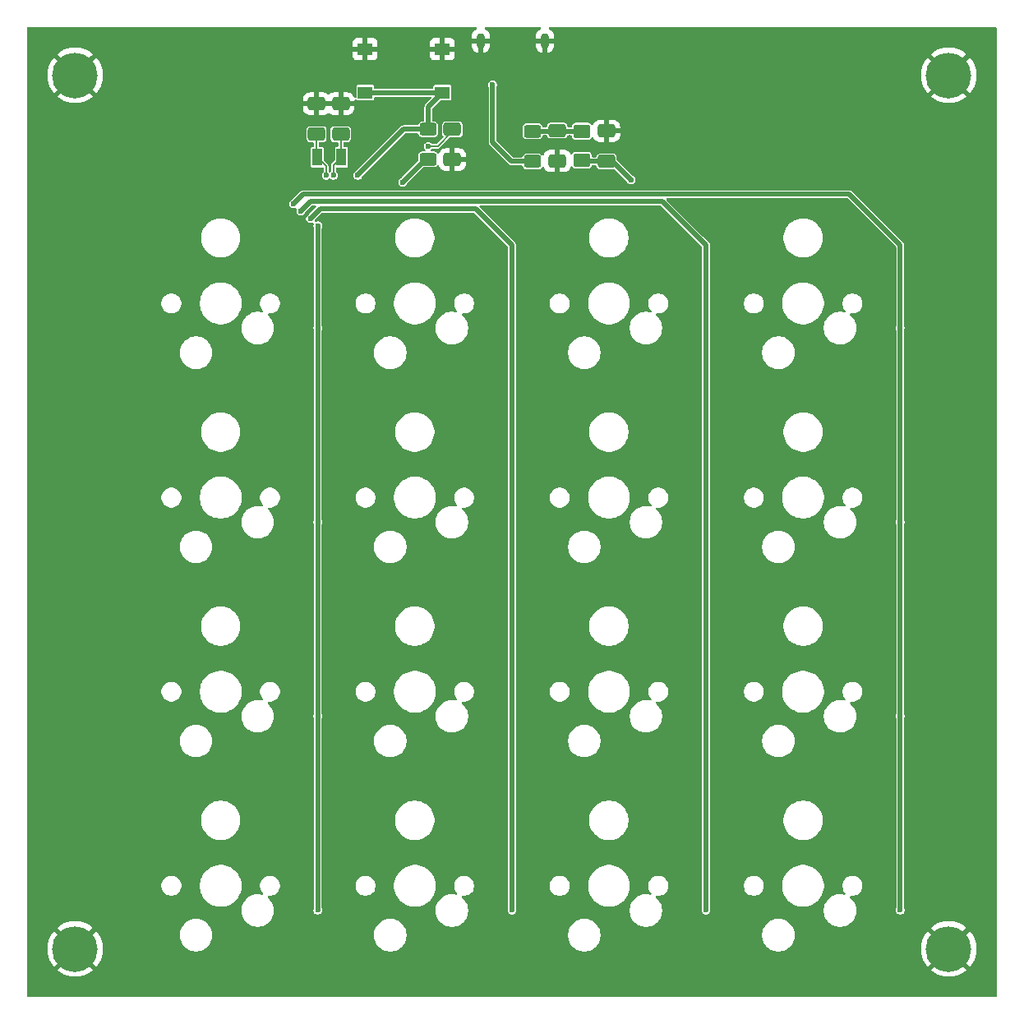
<source format=gbr>
%TF.GenerationSoftware,KiCad,Pcbnew,9.0.2*%
%TF.CreationDate,2025-06-23T15:12:22-04:00*%
%TF.ProjectId,MacroPad,4d616372-6f50-4616-942e-6b696361645f,rev?*%
%TF.SameCoordinates,Original*%
%TF.FileFunction,Copper,L1,Top*%
%TF.FilePolarity,Positive*%
%FSLAX46Y46*%
G04 Gerber Fmt 4.6, Leading zero omitted, Abs format (unit mm)*
G04 Created by KiCad (PCBNEW 9.0.2) date 2025-06-23 15:12:22*
%MOMM*%
%LPD*%
G01*
G04 APERTURE LIST*
G04 Aperture macros list*
%AMRoundRect*
0 Rectangle with rounded corners*
0 $1 Rounding radius*
0 $2 $3 $4 $5 $6 $7 $8 $9 X,Y pos of 4 corners*
0 Add a 4 corners polygon primitive as box body*
4,1,4,$2,$3,$4,$5,$6,$7,$8,$9,$2,$3,0*
0 Add four circle primitives for the rounded corners*
1,1,$1+$1,$2,$3*
1,1,$1+$1,$4,$5*
1,1,$1+$1,$6,$7*
1,1,$1+$1,$8,$9*
0 Add four rect primitives between the rounded corners*
20,1,$1+$1,$2,$3,$4,$5,0*
20,1,$1+$1,$4,$5,$6,$7,0*
20,1,$1+$1,$6,$7,$8,$9,0*
20,1,$1+$1,$8,$9,$2,$3,0*%
G04 Aperture macros list end*
%TA.AperFunction,SMDPad,CuDef*%
%ADD10RoundRect,0.250000X0.650000X-0.412500X0.650000X0.412500X-0.650000X0.412500X-0.650000X-0.412500X0*%
%TD*%
%TA.AperFunction,SMDPad,CuDef*%
%ADD11R,1.550000X1.300000*%
%TD*%
%TA.AperFunction,HeatsinkPad*%
%ADD12O,0.900000X1.600000*%
%TD*%
%TA.AperFunction,SMDPad,CuDef*%
%ADD13R,1.000000X1.800000*%
%TD*%
%TA.AperFunction,ComponentPad*%
%ADD14C,4.700000*%
%TD*%
%TA.AperFunction,SMDPad,CuDef*%
%ADD15RoundRect,0.250000X-0.650000X0.412500X-0.650000X-0.412500X0.650000X-0.412500X0.650000X0.412500X0*%
%TD*%
%TA.AperFunction,SMDPad,CuDef*%
%ADD16RoundRect,0.250000X0.625000X-0.400000X0.625000X0.400000X-0.625000X0.400000X-0.625000X-0.400000X0*%
%TD*%
%TA.AperFunction,SMDPad,CuDef*%
%ADD17RoundRect,0.250001X-0.624999X0.462499X-0.624999X-0.462499X0.624999X-0.462499X0.624999X0.462499X0*%
%TD*%
%TA.AperFunction,SMDPad,CuDef*%
%ADD18RoundRect,0.250000X-0.625000X0.400000X-0.625000X-0.400000X0.625000X-0.400000X0.625000X0.400000X0*%
%TD*%
%TA.AperFunction,ViaPad*%
%ADD19C,0.600000*%
%TD*%
%TA.AperFunction,Conductor*%
%ADD20C,0.500000*%
%TD*%
%TA.AperFunction,Conductor*%
%ADD21C,0.200000*%
%TD*%
G04 APERTURE END LIST*
D10*
%TO.P,C5,1*%
%TO.N,GND*%
X103867000Y-58677000D03*
%TO.P,C5,2*%
%TO.N,Net-(U1-UCAP)*%
X103867000Y-55552000D03*
%TD*%
D11*
%TO.P,SW1,1,1*%
%TO.N,GND*%
X94892000Y-47302000D03*
X102842000Y-47302000D03*
%TO.P,SW1,2,2*%
%TO.N,Net-(U1-~{RESET})*%
X94892000Y-51802000D03*
X102842000Y-51802000D03*
%TD*%
D12*
%TO.P,J5,6,Shield*%
%TO.N,GND*%
X106800001Y-46450000D03*
X113399999Y-46450000D03*
%TD*%
D13*
%TO.P,Y1,1,1*%
%TO.N,/MCU/XTAL_P*%
X89938000Y-58443000D03*
%TO.P,Y1,2,2*%
%TO.N,/MCU/XTAL_N*%
X92438000Y-58443000D03*
%TD*%
D14*
%TO.P,H1,1,1*%
%TO.N,GND*%
X65000000Y-50000000D03*
%TD*%
%TO.P,H3,1,1*%
%TO.N,GND*%
X155000000Y-140000000D03*
%TD*%
%TO.P,H4,1,1*%
%TO.N,GND*%
X65000000Y-140000000D03*
%TD*%
%TO.P,H2,1,1*%
%TO.N,GND*%
X155000000Y-50000000D03*
%TD*%
D15*
%TO.P,C4,1*%
%TO.N,GND*%
X92367000Y-52927000D03*
%TO.P,C4,2*%
%TO.N,/MCU/XTAL_N*%
X92367000Y-56052000D03*
%TD*%
%TO.P,C2,1*%
%TO.N,GND*%
X89867000Y-52927000D03*
%TO.P,C2,2*%
%TO.N,/MCU/XTAL_P*%
X89867000Y-56052000D03*
%TD*%
D16*
%TO.P,R5,1*%
%TO.N,+5V*%
X101367000Y-58652000D03*
%TO.P,R5,2*%
%TO.N,Net-(U1-~{RESET})*%
X101367000Y-55552000D03*
%TD*%
D17*
%TO.P,L1,1,1*%
%TO.N,/USB-PSU/+VBus_Unfiltered*%
X117208269Y-55758577D03*
%TO.P,L1,2,2*%
%TO.N,+5V*%
X117208269Y-58733577D03*
%TD*%
D18*
%TO.P,TH1,1*%
%TO.N,/USB-PSU/+VBus_Unfiltered*%
X112128269Y-55760576D03*
%TO.P,TH1,2*%
%TO.N,/USB-PSU/+VBus_Conn*%
X112128269Y-58860578D03*
%TD*%
D10*
%TO.P,C9,1*%
%TO.N,+5V*%
X119748271Y-58860577D03*
%TO.P,C9,2*%
%TO.N,GND*%
X119748271Y-55735577D03*
%TD*%
D15*
%TO.P,C8,1*%
%TO.N,/USB-PSU/+VBus_Unfiltered*%
X114668270Y-55685576D03*
%TO.P,C8,2*%
%TO.N,GND*%
X114668270Y-58810576D03*
%TD*%
D19*
%TO.N,+5V*%
X122250000Y-60750000D03*
%TO.N,/USB-PSU/+VBus_Conn*%
X108000000Y-51000000D03*
%TO.N,GND*%
X68500000Y-78500000D03*
X149000000Y-109500000D03*
X149000000Y-103500000D03*
X109000000Y-83500000D03*
X110000000Y-64250000D03*
X149000000Y-69500000D03*
X109000000Y-103500000D03*
X68500000Y-118500000D03*
X129000000Y-103500000D03*
X68750000Y-133000000D03*
X89000000Y-83500000D03*
X128750000Y-83500000D03*
X68250000Y-98500000D03*
X149000000Y-123500000D03*
X149000000Y-64250000D03*
X129000000Y-123500000D03*
X149000000Y-83500000D03*
X149000000Y-89750000D03*
X88750000Y-103500000D03*
X130000000Y-64250000D03*
X96750000Y-61000000D03*
X109000000Y-123500000D03*
X89000000Y-123500000D03*
X68750000Y-129250000D03*
%TO.N,/MCU/XTAL_P*%
X90867000Y-60302000D03*
%TO.N,/MCU/XTAL_N*%
X91617000Y-60302000D03*
%TO.N,Net-(U1-UCAP)*%
X101367000Y-57302000D03*
%TO.N,+5V*%
X98750000Y-61000000D03*
%TO.N,KEY_COL_1*%
X150000000Y-116000000D03*
X150000000Y-96000000D03*
X150000000Y-76000000D03*
X87500000Y-63250000D03*
X150000000Y-136000000D03*
%TO.N,KEY_COL_2*%
X88250000Y-64000000D03*
X130000000Y-115750000D03*
X130000000Y-136000000D03*
X130000000Y-76000000D03*
X130000000Y-96000000D03*
%TO.N,KEY_COL_3*%
X89250000Y-64750000D03*
X110000000Y-76000000D03*
X110000000Y-96000000D03*
X110000000Y-136000000D03*
X110000000Y-116000000D03*
%TO.N,KEY_COL_4*%
X90000000Y-116000000D03*
X90000000Y-96000000D03*
X90000000Y-76000000D03*
X90000000Y-136000000D03*
X90000000Y-65500000D03*
%TO.N,Net-(U1-~{RESET})*%
X94117000Y-60302000D03*
%TD*%
D20*
%TO.N,+5V*%
X119748271Y-58860577D02*
X120360577Y-58860577D01*
X120360577Y-58860577D02*
X122250000Y-60750000D01*
%TO.N,/USB-PSU/+VBus_Unfiltered*%
X112128269Y-55760576D02*
X117206270Y-55760576D01*
X117206270Y-55760576D02*
X117208269Y-55758577D01*
X112128269Y-55760576D02*
X114593270Y-55760576D01*
X114593270Y-55760576D02*
X114668270Y-55685576D01*
%TO.N,/USB-PSU/+VBus_Conn*%
X112128269Y-58860578D02*
X109960578Y-58860578D01*
X109960578Y-58860578D02*
X108000000Y-56900000D01*
X108000000Y-56900000D02*
X108000000Y-51000000D01*
D21*
%TO.N,/MCU/XTAL_P*%
X90867000Y-60302000D02*
X90867000Y-59372000D01*
X89704000Y-58677000D02*
X89938000Y-58443000D01*
X89938000Y-58443000D02*
X89938000Y-58843000D01*
X89867000Y-56052000D02*
X89867000Y-58372000D01*
X90867000Y-59372000D02*
X89938000Y-58443000D01*
X89867000Y-58372000D02*
X89938000Y-58443000D01*
%TO.N,/MCU/XTAL_N*%
X92672000Y-58677000D02*
X92438000Y-58443000D01*
X92367000Y-58372000D02*
X92438000Y-58443000D01*
X92438000Y-58443000D02*
X91617000Y-59264000D01*
X91617000Y-59555763D02*
X91617000Y-60302000D01*
X92367000Y-56052000D02*
X92367000Y-58372000D01*
X91617000Y-59264000D02*
X91617000Y-59555763D01*
%TO.N,Net-(U1-UCAP)*%
X101367000Y-57302000D02*
X102367000Y-57302000D01*
X103867000Y-55802000D02*
X103867000Y-55552000D01*
X102367000Y-57302000D02*
X103867000Y-55802000D01*
%TO.N,/USB-PSU/+VBus_Unfiltered*%
X117206269Y-55760576D02*
X117208269Y-55758577D01*
D20*
%TO.N,+5V*%
X101367000Y-58652000D02*
X101098000Y-58652000D01*
X101098000Y-58652000D02*
X98750000Y-61000000D01*
X119748270Y-58860575D02*
X117335269Y-58860576D01*
X117335269Y-58860576D02*
X117208269Y-58733576D01*
%TO.N,KEY_COL_1*%
X150000000Y-67500000D02*
X150000000Y-76000000D01*
X87500000Y-63250000D02*
X88500000Y-62250000D01*
X150000000Y-76000000D02*
X150000000Y-96000000D01*
X150000000Y-96000000D02*
X150000000Y-116000000D01*
X88500000Y-62250000D02*
X144750000Y-62250000D01*
X150000000Y-116000000D02*
X150000000Y-136000000D01*
X144750000Y-62250000D02*
X150000000Y-67500000D01*
%TO.N,KEY_COL_2*%
X130000000Y-76000000D02*
X130000000Y-96000000D01*
X130000000Y-96000000D02*
X130000000Y-115750000D01*
X125500000Y-63000000D02*
X130000000Y-67500000D01*
X130000000Y-67500000D02*
X130000000Y-76000000D01*
X89250000Y-63000000D02*
X125500000Y-63000000D01*
X130000000Y-115750000D02*
X130000000Y-136000000D01*
X88250000Y-64000000D02*
X89250000Y-63000000D01*
%TO.N,KEY_COL_3*%
X106250000Y-63750000D02*
X90250000Y-63750000D01*
X110000000Y-67500000D02*
X106250000Y-63750000D01*
X110000000Y-116000000D02*
X110000000Y-96000000D01*
X90250000Y-63750000D02*
X89250000Y-64750000D01*
X110000000Y-136000000D02*
X110000000Y-116000000D01*
X110000000Y-76000000D02*
X110000000Y-67500000D01*
X110000000Y-96000000D02*
X110000000Y-76000000D01*
%TO.N,KEY_COL_4*%
X90000000Y-136000000D02*
X90000000Y-116000000D01*
X90000000Y-76000000D02*
X90000000Y-65500000D01*
X90000000Y-96000000D02*
X90000000Y-76000000D01*
X90000000Y-116000000D02*
X90000000Y-96000000D01*
%TO.N,Net-(U1-~{RESET})*%
X101367000Y-53277000D02*
X102842000Y-51802000D01*
X94892000Y-51802000D02*
X102842000Y-51802000D01*
D21*
X102904000Y-51864000D02*
X102842000Y-51802000D01*
D20*
X98867000Y-55552000D02*
X101367000Y-55552000D01*
X94117000Y-60302000D02*
X98867000Y-55552000D01*
X101367000Y-55552000D02*
X101367000Y-53277000D01*
%TD*%
%TA.AperFunction,Conductor*%
%TO.N,GND*%
G36*
X106358148Y-45044685D02*
G01*
X106403903Y-45097489D01*
X106413847Y-45166647D01*
X106384822Y-45230203D01*
X106354733Y-45254228D01*
X106355072Y-45254736D01*
X106194411Y-45362086D01*
X106194407Y-45362089D01*
X106062090Y-45494406D01*
X106062087Y-45494410D01*
X105958125Y-45649999D01*
X105958120Y-45650008D01*
X105886509Y-45822894D01*
X105886507Y-45822902D01*
X105850001Y-46006428D01*
X105850001Y-46200000D01*
X106550001Y-46200000D01*
X106550001Y-46700000D01*
X105850001Y-46700000D01*
X105850001Y-46893571D01*
X105886507Y-47077097D01*
X105886509Y-47077105D01*
X105958120Y-47249991D01*
X105958125Y-47250000D01*
X106062087Y-47405589D01*
X106062090Y-47405593D01*
X106194407Y-47537910D01*
X106194411Y-47537913D01*
X106350000Y-47641875D01*
X106350013Y-47641882D01*
X106522890Y-47713489D01*
X106522897Y-47713491D01*
X106550001Y-47718882D01*
X106550001Y-46849728D01*
X106588061Y-46941614D01*
X106658387Y-47011940D01*
X106750273Y-47050000D01*
X106849729Y-47050000D01*
X106941615Y-47011940D01*
X107011941Y-46941614D01*
X107050001Y-46849728D01*
X107050001Y-47718881D01*
X107077104Y-47713491D01*
X107077111Y-47713489D01*
X107249988Y-47641882D01*
X107250001Y-47641875D01*
X107405590Y-47537913D01*
X107405594Y-47537910D01*
X107537911Y-47405593D01*
X107537914Y-47405589D01*
X107641876Y-47250000D01*
X107641881Y-47249991D01*
X107713492Y-47077105D01*
X107713494Y-47077097D01*
X107750000Y-46893571D01*
X107750001Y-46893569D01*
X107750001Y-46700000D01*
X107050001Y-46700000D01*
X107050001Y-46200000D01*
X107750001Y-46200000D01*
X107750001Y-46006430D01*
X107750000Y-46006428D01*
X107713494Y-45822902D01*
X107713492Y-45822894D01*
X107641881Y-45650008D01*
X107641876Y-45649999D01*
X107537914Y-45494410D01*
X107537911Y-45494406D01*
X107405594Y-45362089D01*
X107405590Y-45362086D01*
X107244930Y-45254736D01*
X107245652Y-45253655D01*
X107200596Y-45209397D01*
X107185135Y-45141260D01*
X107208966Y-45075580D01*
X107264523Y-45033210D01*
X107308893Y-45025000D01*
X112891107Y-45025000D01*
X112958146Y-45044685D01*
X113003901Y-45097489D01*
X113013845Y-45166647D01*
X112984820Y-45230203D01*
X112954731Y-45254228D01*
X112955070Y-45254736D01*
X112794409Y-45362086D01*
X112794405Y-45362089D01*
X112662088Y-45494406D01*
X112662085Y-45494410D01*
X112558123Y-45649999D01*
X112558118Y-45650008D01*
X112486507Y-45822894D01*
X112486505Y-45822902D01*
X112449999Y-46006428D01*
X112449999Y-46200000D01*
X113149999Y-46200000D01*
X113149999Y-46700000D01*
X112449999Y-46700000D01*
X112449999Y-46893571D01*
X112486505Y-47077097D01*
X112486507Y-47077105D01*
X112558118Y-47249991D01*
X112558123Y-47250000D01*
X112662085Y-47405589D01*
X112662088Y-47405593D01*
X112794405Y-47537910D01*
X112794409Y-47537913D01*
X112949998Y-47641875D01*
X112950011Y-47641882D01*
X113122888Y-47713489D01*
X113122895Y-47713491D01*
X113149999Y-47718882D01*
X113149999Y-46849728D01*
X113188059Y-46941614D01*
X113258385Y-47011940D01*
X113350271Y-47050000D01*
X113449727Y-47050000D01*
X113541613Y-47011940D01*
X113611939Y-46941614D01*
X113649999Y-46849728D01*
X113649999Y-47718881D01*
X113677102Y-47713491D01*
X113677109Y-47713489D01*
X113849986Y-47641882D01*
X113849999Y-47641875D01*
X114005588Y-47537913D01*
X114005592Y-47537910D01*
X114137909Y-47405593D01*
X114137912Y-47405589D01*
X114241874Y-47250000D01*
X114241879Y-47249991D01*
X114313490Y-47077105D01*
X114313492Y-47077097D01*
X114349998Y-46893571D01*
X114349999Y-46893569D01*
X114349999Y-46700000D01*
X113649999Y-46700000D01*
X113649999Y-46200000D01*
X114349999Y-46200000D01*
X114349999Y-46006430D01*
X114349998Y-46006428D01*
X114313492Y-45822902D01*
X114313490Y-45822894D01*
X114241879Y-45650008D01*
X114241874Y-45649999D01*
X114137912Y-45494410D01*
X114137909Y-45494406D01*
X114005592Y-45362089D01*
X114005588Y-45362086D01*
X113844928Y-45254736D01*
X113845650Y-45253655D01*
X113800594Y-45209397D01*
X113785133Y-45141260D01*
X113808964Y-45075580D01*
X113864521Y-45033210D01*
X113908891Y-45025000D01*
X159851000Y-45025000D01*
X159918039Y-45044685D01*
X159963794Y-45097489D01*
X159975000Y-45149000D01*
X159975000Y-144851000D01*
X159955315Y-144918039D01*
X159902511Y-144963794D01*
X159851000Y-144975000D01*
X60149000Y-144975000D01*
X60081961Y-144955315D01*
X60036206Y-144902511D01*
X60025000Y-144851000D01*
X60025000Y-139839939D01*
X62150000Y-139839939D01*
X62150000Y-140160059D01*
X62185837Y-140478130D01*
X62185840Y-140478144D01*
X62257070Y-140790227D01*
X62257073Y-140790235D01*
X62362795Y-141092369D01*
X62501681Y-141380768D01*
X62671988Y-141651810D01*
X62815134Y-141831311D01*
X63884728Y-140761716D01*
X63970278Y-140879466D01*
X64120534Y-141029722D01*
X64238281Y-141115270D01*
X63168687Y-142184864D01*
X63348189Y-142328011D01*
X63619231Y-142498318D01*
X63907630Y-142637204D01*
X64209764Y-142742926D01*
X64209772Y-142742929D01*
X64521855Y-142814159D01*
X64521869Y-142814162D01*
X64839940Y-142849999D01*
X64839944Y-142850000D01*
X65160056Y-142850000D01*
X65160059Y-142849999D01*
X65478130Y-142814162D01*
X65478144Y-142814159D01*
X65790227Y-142742929D01*
X65790235Y-142742926D01*
X66092369Y-142637204D01*
X66380768Y-142498318D01*
X66651810Y-142328011D01*
X66831311Y-142184863D01*
X65761718Y-141115270D01*
X65879466Y-141029722D01*
X66029722Y-140879466D01*
X66115270Y-140761718D01*
X67184863Y-141831311D01*
X67328011Y-141651810D01*
X67498318Y-141380768D01*
X67637204Y-141092369D01*
X67742926Y-140790235D01*
X67742929Y-140790227D01*
X67814159Y-140478144D01*
X67814162Y-140478130D01*
X67849999Y-140160059D01*
X67850000Y-140160055D01*
X67850000Y-139839939D01*
X67814162Y-139521869D01*
X67814159Y-139521855D01*
X67742929Y-139209772D01*
X67742926Y-139209764D01*
X67637204Y-138907630D01*
X67498318Y-138619231D01*
X67443567Y-138532095D01*
X67404668Y-138470188D01*
X75784500Y-138470188D01*
X75784500Y-138689811D01*
X75784501Y-138689828D01*
X75813167Y-138907573D01*
X75870014Y-139119729D01*
X75941556Y-139292446D01*
X75954065Y-139322645D01*
X76063884Y-139512855D01*
X76063889Y-139512861D01*
X76063890Y-139512863D01*
X76197588Y-139687102D01*
X76197594Y-139687109D01*
X76352890Y-139842405D01*
X76352896Y-139842410D01*
X76527145Y-139976116D01*
X76717355Y-140085935D01*
X76766393Y-140106247D01*
X76920270Y-140169985D01*
X76920271Y-140169985D01*
X76920273Y-140169986D01*
X77132425Y-140226832D01*
X77350182Y-140255500D01*
X77350189Y-140255500D01*
X77569811Y-140255500D01*
X77569818Y-140255500D01*
X77787575Y-140226832D01*
X77999727Y-140169986D01*
X78202645Y-140085935D01*
X78392855Y-139976116D01*
X78567104Y-139842410D01*
X78722410Y-139687104D01*
X78856116Y-139512855D01*
X78965935Y-139322645D01*
X79049986Y-139119727D01*
X79106832Y-138907575D01*
X79135500Y-138689818D01*
X79135500Y-138470188D01*
X95784500Y-138470188D01*
X95784500Y-138689811D01*
X95784501Y-138689828D01*
X95813167Y-138907573D01*
X95870014Y-139119729D01*
X95941556Y-139292446D01*
X95954065Y-139322645D01*
X96063884Y-139512855D01*
X96063889Y-139512861D01*
X96063890Y-139512863D01*
X96197588Y-139687102D01*
X96197594Y-139687109D01*
X96352890Y-139842405D01*
X96352896Y-139842410D01*
X96527145Y-139976116D01*
X96717355Y-140085935D01*
X96766393Y-140106247D01*
X96920270Y-140169985D01*
X96920271Y-140169985D01*
X96920273Y-140169986D01*
X97132425Y-140226832D01*
X97350182Y-140255500D01*
X97350189Y-140255500D01*
X97569811Y-140255500D01*
X97569818Y-140255500D01*
X97787575Y-140226832D01*
X97999727Y-140169986D01*
X98202645Y-140085935D01*
X98392855Y-139976116D01*
X98567104Y-139842410D01*
X98722410Y-139687104D01*
X98856116Y-139512855D01*
X98965935Y-139322645D01*
X99049986Y-139119727D01*
X99106832Y-138907575D01*
X99135500Y-138689818D01*
X99135500Y-138470188D01*
X115784500Y-138470188D01*
X115784500Y-138689811D01*
X115784501Y-138689828D01*
X115813167Y-138907573D01*
X115870014Y-139119729D01*
X115941556Y-139292446D01*
X115954065Y-139322645D01*
X116063884Y-139512855D01*
X116063889Y-139512861D01*
X116063890Y-139512863D01*
X116197588Y-139687102D01*
X116197594Y-139687109D01*
X116352890Y-139842405D01*
X116352896Y-139842410D01*
X116527145Y-139976116D01*
X116717355Y-140085935D01*
X116766393Y-140106247D01*
X116920270Y-140169985D01*
X116920271Y-140169985D01*
X116920273Y-140169986D01*
X117132425Y-140226832D01*
X117350182Y-140255500D01*
X117350189Y-140255500D01*
X117569811Y-140255500D01*
X117569818Y-140255500D01*
X117787575Y-140226832D01*
X117999727Y-140169986D01*
X118202645Y-140085935D01*
X118392855Y-139976116D01*
X118567104Y-139842410D01*
X118722410Y-139687104D01*
X118856116Y-139512855D01*
X118965935Y-139322645D01*
X119049986Y-139119727D01*
X119106832Y-138907575D01*
X119135500Y-138689818D01*
X119135500Y-138470188D01*
X135784500Y-138470188D01*
X135784500Y-138689811D01*
X135784501Y-138689828D01*
X135813167Y-138907573D01*
X135870014Y-139119729D01*
X135941556Y-139292446D01*
X135954065Y-139322645D01*
X136063884Y-139512855D01*
X136063889Y-139512861D01*
X136063890Y-139512863D01*
X136197588Y-139687102D01*
X136197594Y-139687109D01*
X136352890Y-139842405D01*
X136352896Y-139842410D01*
X136527145Y-139976116D01*
X136717355Y-140085935D01*
X136766393Y-140106247D01*
X136920270Y-140169985D01*
X136920271Y-140169985D01*
X136920273Y-140169986D01*
X137132425Y-140226832D01*
X137350182Y-140255500D01*
X137350189Y-140255500D01*
X137569811Y-140255500D01*
X137569818Y-140255500D01*
X137787575Y-140226832D01*
X137999727Y-140169986D01*
X138202645Y-140085935D01*
X138392855Y-139976116D01*
X138567104Y-139842410D01*
X138569575Y-139839939D01*
X152150000Y-139839939D01*
X152150000Y-140160059D01*
X152185837Y-140478130D01*
X152185840Y-140478144D01*
X152257070Y-140790227D01*
X152257073Y-140790235D01*
X152362795Y-141092369D01*
X152501681Y-141380768D01*
X152671988Y-141651810D01*
X152815134Y-141831311D01*
X153884728Y-140761716D01*
X153970278Y-140879466D01*
X154120534Y-141029722D01*
X154238281Y-141115270D01*
X153168687Y-142184864D01*
X153348189Y-142328011D01*
X153619231Y-142498318D01*
X153907630Y-142637204D01*
X154209764Y-142742926D01*
X154209772Y-142742929D01*
X154521855Y-142814159D01*
X154521869Y-142814162D01*
X154839940Y-142849999D01*
X154839944Y-142850000D01*
X155160056Y-142850000D01*
X155160059Y-142849999D01*
X155478130Y-142814162D01*
X155478144Y-142814159D01*
X155790227Y-142742929D01*
X155790235Y-142742926D01*
X156092369Y-142637204D01*
X156380768Y-142498318D01*
X156651810Y-142328011D01*
X156831311Y-142184863D01*
X155761718Y-141115270D01*
X155879466Y-141029722D01*
X156029722Y-140879466D01*
X156115270Y-140761718D01*
X157184863Y-141831311D01*
X157328011Y-141651810D01*
X157498318Y-141380768D01*
X157637204Y-141092369D01*
X157742926Y-140790235D01*
X157742929Y-140790227D01*
X157814159Y-140478144D01*
X157814162Y-140478130D01*
X157849999Y-140160059D01*
X157850000Y-140160055D01*
X157850000Y-139839939D01*
X157814162Y-139521869D01*
X157814159Y-139521855D01*
X157742929Y-139209772D01*
X157742926Y-139209764D01*
X157637204Y-138907630D01*
X157498318Y-138619231D01*
X157328011Y-138348189D01*
X157184864Y-138168687D01*
X156115270Y-139238281D01*
X156029722Y-139120534D01*
X155879466Y-138970278D01*
X155761716Y-138884728D01*
X156831311Y-137815134D01*
X156651810Y-137671988D01*
X156380768Y-137501681D01*
X156092369Y-137362795D01*
X155790235Y-137257073D01*
X155790227Y-137257070D01*
X155478144Y-137185840D01*
X155478130Y-137185837D01*
X155160059Y-137150000D01*
X154839940Y-137150000D01*
X154521869Y-137185837D01*
X154521855Y-137185840D01*
X154209772Y-137257070D01*
X154209764Y-137257073D01*
X153907630Y-137362795D01*
X153619231Y-137501681D01*
X153348189Y-137671988D01*
X153168687Y-137815134D01*
X154238282Y-138884729D01*
X154120534Y-138970278D01*
X153970278Y-139120534D01*
X153884729Y-139238282D01*
X152815134Y-138168687D01*
X152671988Y-138348189D01*
X152501681Y-138619231D01*
X152362795Y-138907630D01*
X152257073Y-139209764D01*
X152257070Y-139209772D01*
X152185840Y-139521855D01*
X152185837Y-139521869D01*
X152150000Y-139839939D01*
X138569575Y-139839939D01*
X138660728Y-139748787D01*
X138722405Y-139687109D01*
X138722410Y-139687104D01*
X138856116Y-139512855D01*
X138965935Y-139322645D01*
X139049986Y-139119727D01*
X139106832Y-138907575D01*
X139135500Y-138689818D01*
X139135500Y-138470182D01*
X139106832Y-138252425D01*
X139049986Y-138040273D01*
X138965935Y-137837355D01*
X138856116Y-137647145D01*
X138722410Y-137472896D01*
X138722405Y-137472890D01*
X138567109Y-137317594D01*
X138567102Y-137317588D01*
X138392863Y-137183890D01*
X138392861Y-137183889D01*
X138392855Y-137183884D01*
X138202645Y-137074065D01*
X138202641Y-137074063D01*
X137999729Y-136990014D01*
X137787573Y-136933167D01*
X137569828Y-136904501D01*
X137569823Y-136904500D01*
X137569818Y-136904500D01*
X137350182Y-136904500D01*
X137350176Y-136904500D01*
X137350171Y-136904501D01*
X137132426Y-136933167D01*
X136920270Y-136990014D01*
X136717358Y-137074063D01*
X136717354Y-137074065D01*
X136527145Y-137183884D01*
X136527136Y-137183890D01*
X136352897Y-137317588D01*
X136352890Y-137317594D01*
X136197594Y-137472890D01*
X136197588Y-137472897D01*
X136063890Y-137647136D01*
X136063884Y-137647145D01*
X135954065Y-137837354D01*
X135954063Y-137837358D01*
X135870014Y-138040270D01*
X135813167Y-138252426D01*
X135784501Y-138470171D01*
X135784500Y-138470188D01*
X119135500Y-138470188D01*
X119135500Y-138470182D01*
X119106832Y-138252425D01*
X119049986Y-138040273D01*
X118965935Y-137837355D01*
X118856116Y-137647145D01*
X118722410Y-137472896D01*
X118722405Y-137472890D01*
X118567109Y-137317594D01*
X118567102Y-137317588D01*
X118392863Y-137183890D01*
X118392861Y-137183889D01*
X118392855Y-137183884D01*
X118202645Y-137074065D01*
X118202641Y-137074063D01*
X117999729Y-136990014D01*
X117787573Y-136933167D01*
X117569828Y-136904501D01*
X117569823Y-136904500D01*
X117569818Y-136904500D01*
X117350182Y-136904500D01*
X117350176Y-136904500D01*
X117350171Y-136904501D01*
X117132426Y-136933167D01*
X116920270Y-136990014D01*
X116717358Y-137074063D01*
X116717354Y-137074065D01*
X116527145Y-137183884D01*
X116527136Y-137183890D01*
X116352897Y-137317588D01*
X116352890Y-137317594D01*
X116197594Y-137472890D01*
X116197588Y-137472897D01*
X116063890Y-137647136D01*
X116063884Y-137647145D01*
X115954065Y-137837354D01*
X115954063Y-137837358D01*
X115870014Y-138040270D01*
X115813167Y-138252426D01*
X115784501Y-138470171D01*
X115784500Y-138470188D01*
X99135500Y-138470188D01*
X99135500Y-138470182D01*
X99106832Y-138252425D01*
X99049986Y-138040273D01*
X98965935Y-137837355D01*
X98856116Y-137647145D01*
X98722410Y-137472896D01*
X98722405Y-137472890D01*
X98567109Y-137317594D01*
X98567102Y-137317588D01*
X98392863Y-137183890D01*
X98392861Y-137183889D01*
X98392855Y-137183884D01*
X98202645Y-137074065D01*
X98202641Y-137074063D01*
X97999729Y-136990014D01*
X97787573Y-136933167D01*
X97569828Y-136904501D01*
X97569823Y-136904500D01*
X97569818Y-136904500D01*
X97350182Y-136904500D01*
X97350176Y-136904500D01*
X97350171Y-136904501D01*
X97132426Y-136933167D01*
X96920270Y-136990014D01*
X96717358Y-137074063D01*
X96717354Y-137074065D01*
X96527145Y-137183884D01*
X96527136Y-137183890D01*
X96352897Y-137317588D01*
X96352890Y-137317594D01*
X96197594Y-137472890D01*
X96197588Y-137472897D01*
X96063890Y-137647136D01*
X96063884Y-137647145D01*
X95954065Y-137837354D01*
X95954063Y-137837358D01*
X95870014Y-138040270D01*
X95813167Y-138252426D01*
X95784501Y-138470171D01*
X95784500Y-138470188D01*
X79135500Y-138470188D01*
X79135500Y-138470182D01*
X79106832Y-138252425D01*
X79049986Y-138040273D01*
X78965935Y-137837355D01*
X78856116Y-137647145D01*
X78722410Y-137472896D01*
X78722405Y-137472890D01*
X78567109Y-137317594D01*
X78567102Y-137317588D01*
X78392863Y-137183890D01*
X78392861Y-137183889D01*
X78392855Y-137183884D01*
X78202645Y-137074065D01*
X78202641Y-137074063D01*
X77999729Y-136990014D01*
X77787573Y-136933167D01*
X77569828Y-136904501D01*
X77569823Y-136904500D01*
X77569818Y-136904500D01*
X77350182Y-136904500D01*
X77350176Y-136904500D01*
X77350171Y-136904501D01*
X77132426Y-136933167D01*
X76920270Y-136990014D01*
X76717358Y-137074063D01*
X76717354Y-137074065D01*
X76527145Y-137183884D01*
X76527136Y-137183890D01*
X76352897Y-137317588D01*
X76352890Y-137317594D01*
X76197594Y-137472890D01*
X76197588Y-137472897D01*
X76063890Y-137647136D01*
X76063884Y-137647145D01*
X75954065Y-137837354D01*
X75954063Y-137837358D01*
X75870014Y-138040270D01*
X75813167Y-138252426D01*
X75784501Y-138470171D01*
X75784500Y-138470188D01*
X67404668Y-138470188D01*
X67328011Y-138348189D01*
X67184864Y-138168687D01*
X66115270Y-139238281D01*
X66029722Y-139120534D01*
X65879466Y-138970278D01*
X65761716Y-138884728D01*
X66831311Y-137815134D01*
X66651810Y-137671988D01*
X66380768Y-137501681D01*
X66092369Y-137362795D01*
X65790235Y-137257073D01*
X65790227Y-137257070D01*
X65478144Y-137185840D01*
X65478130Y-137185837D01*
X65160059Y-137150000D01*
X64839940Y-137150000D01*
X64521869Y-137185837D01*
X64521855Y-137185840D01*
X64209772Y-137257070D01*
X64209764Y-137257073D01*
X63907630Y-137362795D01*
X63619231Y-137501681D01*
X63348189Y-137671988D01*
X63168687Y-137815134D01*
X64238282Y-138884729D01*
X64120534Y-138970278D01*
X63970278Y-139120534D01*
X63884729Y-139238282D01*
X62815134Y-138168687D01*
X62671988Y-138348189D01*
X62501681Y-138619231D01*
X62362795Y-138907630D01*
X62257073Y-139209764D01*
X62257070Y-139209772D01*
X62185840Y-139521855D01*
X62185837Y-139521869D01*
X62150000Y-139839939D01*
X60025000Y-139839939D01*
X60025000Y-135930188D01*
X82134500Y-135930188D01*
X82134500Y-136149811D01*
X82134501Y-136149828D01*
X82163167Y-136367573D01*
X82220014Y-136579729D01*
X82304063Y-136782641D01*
X82304065Y-136782645D01*
X82413884Y-136972855D01*
X82413889Y-136972861D01*
X82413890Y-136972863D01*
X82547588Y-137147102D01*
X82547594Y-137147109D01*
X82702890Y-137302405D01*
X82702896Y-137302410D01*
X82877145Y-137436116D01*
X83067355Y-137545935D01*
X83168814Y-137587960D01*
X83270270Y-137629985D01*
X83270271Y-137629985D01*
X83270273Y-137629986D01*
X83482425Y-137686832D01*
X83700182Y-137715500D01*
X83700189Y-137715500D01*
X83919811Y-137715500D01*
X83919818Y-137715500D01*
X84137575Y-137686832D01*
X84349727Y-137629986D01*
X84552645Y-137545935D01*
X84742855Y-137436116D01*
X84917104Y-137302410D01*
X85072410Y-137147104D01*
X85206116Y-136972855D01*
X85315935Y-136782645D01*
X85399986Y-136579727D01*
X85456832Y-136367575D01*
X85485500Y-136149818D01*
X85485500Y-135930182D01*
X85456832Y-135712425D01*
X85399986Y-135500273D01*
X85315935Y-135297355D01*
X85206116Y-135107145D01*
X85072410Y-134932896D01*
X85072405Y-134932890D01*
X84917109Y-134777594D01*
X84873859Y-134744407D01*
X84832657Y-134687979D01*
X84828502Y-134618233D01*
X84862715Y-134557312D01*
X84924432Y-134524560D01*
X84973542Y-134524415D01*
X84978995Y-134525499D01*
X84978996Y-134525500D01*
X84978997Y-134525500D01*
X85181004Y-134525500D01*
X85181005Y-134525499D01*
X85379127Y-134486091D01*
X85565756Y-134408786D01*
X85733718Y-134296558D01*
X85876558Y-134153718D01*
X85988786Y-133985756D01*
X86066091Y-133799127D01*
X86105500Y-133601003D01*
X86105500Y-133398997D01*
X86066091Y-133200873D01*
X85988786Y-133014244D01*
X85988784Y-133014241D01*
X85988782Y-133014237D01*
X85876558Y-132846281D01*
X85733718Y-132703441D01*
X85565762Y-132591217D01*
X85565752Y-132591212D01*
X85379127Y-132513909D01*
X85379119Y-132513907D01*
X85181007Y-132474500D01*
X85181003Y-132474500D01*
X84978997Y-132474500D01*
X84978992Y-132474500D01*
X84780880Y-132513907D01*
X84780872Y-132513909D01*
X84594247Y-132591212D01*
X84594237Y-132591217D01*
X84426281Y-132703441D01*
X84283441Y-132846281D01*
X84171217Y-133014237D01*
X84171212Y-133014247D01*
X84093909Y-133200872D01*
X84093907Y-133200880D01*
X84054500Y-133398992D01*
X84054500Y-133601007D01*
X84093907Y-133799119D01*
X84093909Y-133799127D01*
X84171212Y-133985752D01*
X84171217Y-133985762D01*
X84283441Y-134153718D01*
X84336696Y-134206973D01*
X84370181Y-134268296D01*
X84365197Y-134337988D01*
X84323325Y-134393921D01*
X84257861Y-134418338D01*
X84216922Y-134414429D01*
X84137573Y-134393167D01*
X83919828Y-134364501D01*
X83919823Y-134364500D01*
X83919818Y-134364500D01*
X83700182Y-134364500D01*
X83700176Y-134364500D01*
X83700171Y-134364501D01*
X83482426Y-134393167D01*
X83270270Y-134450014D01*
X83067358Y-134534063D01*
X83067354Y-134534065D01*
X82877145Y-134643884D01*
X82877136Y-134643890D01*
X82702897Y-134777588D01*
X82702890Y-134777594D01*
X82547594Y-134932890D01*
X82547588Y-134932897D01*
X82413890Y-135107136D01*
X82413884Y-135107145D01*
X82304065Y-135297354D01*
X82304063Y-135297358D01*
X82220014Y-135500270D01*
X82163167Y-135712426D01*
X82134501Y-135930171D01*
X82134500Y-135930188D01*
X60025000Y-135930188D01*
X60025000Y-133398992D01*
X73894500Y-133398992D01*
X73894500Y-133601007D01*
X73933907Y-133799119D01*
X73933909Y-133799127D01*
X74011212Y-133985752D01*
X74011217Y-133985762D01*
X74123441Y-134153718D01*
X74266281Y-134296558D01*
X74434237Y-134408782D01*
X74434241Y-134408784D01*
X74434244Y-134408786D01*
X74620873Y-134486091D01*
X74813542Y-134524415D01*
X74818992Y-134525499D01*
X74818996Y-134525500D01*
X74818997Y-134525500D01*
X75021004Y-134525500D01*
X75021005Y-134525499D01*
X75219127Y-134486091D01*
X75405756Y-134408786D01*
X75573718Y-134296558D01*
X75716558Y-134153718D01*
X75828786Y-133985756D01*
X75906091Y-133799127D01*
X75945500Y-133601003D01*
X75945500Y-133398997D01*
X75937552Y-133359041D01*
X77849500Y-133359041D01*
X77849500Y-133640958D01*
X77886295Y-133920439D01*
X77959259Y-134192743D01*
X78067135Y-134453179D01*
X78067140Y-134453190D01*
X78208083Y-134697309D01*
X78208088Y-134697317D01*
X78379700Y-134920965D01*
X78379704Y-134920970D01*
X78579029Y-135120295D01*
X78579033Y-135120298D01*
X78579035Y-135120300D01*
X78802683Y-135291912D01*
X78802690Y-135291916D01*
X79046809Y-135432859D01*
X79046814Y-135432861D01*
X79046817Y-135432863D01*
X79307261Y-135540742D01*
X79579558Y-135613704D01*
X79859049Y-135650500D01*
X79859056Y-135650500D01*
X80140944Y-135650500D01*
X80140951Y-135650500D01*
X80420442Y-135613704D01*
X80692739Y-135540742D01*
X80953183Y-135432863D01*
X81197317Y-135291912D01*
X81420965Y-135120300D01*
X81620300Y-134920965D01*
X81791912Y-134697317D01*
X81932863Y-134453183D01*
X82040742Y-134192739D01*
X82113704Y-133920442D01*
X82150500Y-133640951D01*
X82150500Y-133359049D01*
X82113704Y-133079558D01*
X82040742Y-132807261D01*
X81932863Y-132546817D01*
X81932861Y-132546814D01*
X81932859Y-132546809D01*
X81791916Y-132302690D01*
X81791912Y-132302683D01*
X81620300Y-132079035D01*
X81620298Y-132079033D01*
X81620295Y-132079029D01*
X81420970Y-131879704D01*
X81420965Y-131879700D01*
X81197317Y-131708088D01*
X81197311Y-131708084D01*
X81197309Y-131708083D01*
X80953190Y-131567140D01*
X80953179Y-131567135D01*
X80692743Y-131459259D01*
X80420439Y-131386295D01*
X80140958Y-131349500D01*
X80140951Y-131349500D01*
X79859049Y-131349500D01*
X79859041Y-131349500D01*
X79579560Y-131386295D01*
X79307256Y-131459259D01*
X79046820Y-131567135D01*
X79046809Y-131567140D01*
X78802690Y-131708083D01*
X78802682Y-131708089D01*
X78579029Y-131879704D01*
X78379704Y-132079029D01*
X78208089Y-132302682D01*
X78208083Y-132302690D01*
X78067140Y-132546809D01*
X78067135Y-132546820D01*
X77959259Y-132807256D01*
X77886295Y-133079560D01*
X77849500Y-133359041D01*
X75937552Y-133359041D01*
X75906092Y-133200880D01*
X75906091Y-133200873D01*
X75828786Y-133014244D01*
X75828784Y-133014241D01*
X75828782Y-133014237D01*
X75716558Y-132846281D01*
X75573718Y-132703441D01*
X75405762Y-132591217D01*
X75405752Y-132591212D01*
X75219127Y-132513909D01*
X75219119Y-132513907D01*
X75021007Y-132474500D01*
X75021003Y-132474500D01*
X74818997Y-132474500D01*
X74818992Y-132474500D01*
X74620880Y-132513907D01*
X74620872Y-132513909D01*
X74434247Y-132591212D01*
X74434237Y-132591217D01*
X74266281Y-132703441D01*
X74123441Y-132846281D01*
X74011217Y-133014237D01*
X74011212Y-133014247D01*
X73933909Y-133200872D01*
X73933907Y-133200880D01*
X73894500Y-133398992D01*
X60025000Y-133398992D01*
X60025000Y-126617280D01*
X77975000Y-126617280D01*
X77975000Y-126882719D01*
X77975001Y-126882736D01*
X78009647Y-127145902D01*
X78078352Y-127402312D01*
X78179933Y-127647549D01*
X78179937Y-127647559D01*
X78312660Y-127877444D01*
X78474258Y-128088040D01*
X78474266Y-128088049D01*
X78661951Y-128275734D01*
X78661959Y-128275741D01*
X78872555Y-128437339D01*
X79102440Y-128570062D01*
X79102441Y-128570062D01*
X79102444Y-128570064D01*
X79347688Y-128671648D01*
X79604094Y-128740352D01*
X79867274Y-128775000D01*
X79867281Y-128775000D01*
X80132719Y-128775000D01*
X80132726Y-128775000D01*
X80395906Y-128740352D01*
X80652312Y-128671648D01*
X80897556Y-128570064D01*
X81127444Y-128437339D01*
X81338040Y-128275742D01*
X81338044Y-128275737D01*
X81338049Y-128275734D01*
X81525734Y-128088049D01*
X81525737Y-128088044D01*
X81525742Y-128088040D01*
X81687339Y-127877444D01*
X81820064Y-127647556D01*
X81921648Y-127402312D01*
X81990352Y-127145906D01*
X82025000Y-126882726D01*
X82025000Y-126617274D01*
X81990352Y-126354094D01*
X81921648Y-126097688D01*
X81820064Y-125852444D01*
X81704771Y-125652749D01*
X81687339Y-125622555D01*
X81525741Y-125411959D01*
X81525734Y-125411951D01*
X81338049Y-125224266D01*
X81338040Y-125224258D01*
X81127444Y-125062660D01*
X80897559Y-124929937D01*
X80897549Y-124929933D01*
X80652312Y-124828352D01*
X80395902Y-124759647D01*
X80132736Y-124725001D01*
X80132731Y-124725000D01*
X80132726Y-124725000D01*
X79867274Y-124725000D01*
X79867268Y-124725000D01*
X79867263Y-124725001D01*
X79604097Y-124759647D01*
X79347687Y-124828352D01*
X79102450Y-124929933D01*
X79102440Y-124929937D01*
X78872555Y-125062660D01*
X78661959Y-125224258D01*
X78474258Y-125411959D01*
X78312660Y-125622555D01*
X78179937Y-125852440D01*
X78179933Y-125852450D01*
X78078352Y-126097687D01*
X78009647Y-126354097D01*
X77975001Y-126617263D01*
X77975000Y-126617280D01*
X60025000Y-126617280D01*
X60025000Y-118470188D01*
X75784500Y-118470188D01*
X75784500Y-118689811D01*
X75784501Y-118689828D01*
X75813167Y-118907573D01*
X75870014Y-119119729D01*
X75954063Y-119322641D01*
X75954065Y-119322645D01*
X76063884Y-119512855D01*
X76063889Y-119512861D01*
X76063890Y-119512863D01*
X76197588Y-119687102D01*
X76197594Y-119687109D01*
X76352890Y-119842405D01*
X76352896Y-119842410D01*
X76527145Y-119976116D01*
X76717355Y-120085935D01*
X76818814Y-120127960D01*
X76920270Y-120169985D01*
X76920271Y-120169985D01*
X76920273Y-120169986D01*
X77132425Y-120226832D01*
X77350182Y-120255500D01*
X77350189Y-120255500D01*
X77569811Y-120255500D01*
X77569818Y-120255500D01*
X77787575Y-120226832D01*
X77999727Y-120169986D01*
X78202645Y-120085935D01*
X78392855Y-119976116D01*
X78567104Y-119842410D01*
X78722410Y-119687104D01*
X78856116Y-119512855D01*
X78965935Y-119322645D01*
X79049986Y-119119727D01*
X79106832Y-118907575D01*
X79135500Y-118689818D01*
X79135500Y-118470182D01*
X79106832Y-118252425D01*
X79049986Y-118040273D01*
X78965935Y-117837355D01*
X78856116Y-117647145D01*
X78722410Y-117472896D01*
X78722405Y-117472890D01*
X78567109Y-117317594D01*
X78567102Y-117317588D01*
X78392863Y-117183890D01*
X78392861Y-117183889D01*
X78392855Y-117183884D01*
X78202645Y-117074065D01*
X78202641Y-117074063D01*
X77999729Y-116990014D01*
X77787573Y-116933167D01*
X77569828Y-116904501D01*
X77569823Y-116904500D01*
X77569818Y-116904500D01*
X77350182Y-116904500D01*
X77350176Y-116904500D01*
X77350171Y-116904501D01*
X77132426Y-116933167D01*
X76920270Y-116990014D01*
X76717358Y-117074063D01*
X76717354Y-117074065D01*
X76527145Y-117183884D01*
X76527136Y-117183890D01*
X76352897Y-117317588D01*
X76352890Y-117317594D01*
X76197594Y-117472890D01*
X76197588Y-117472897D01*
X76063890Y-117647136D01*
X76063884Y-117647145D01*
X75954065Y-117837354D01*
X75954063Y-117837358D01*
X75870014Y-118040270D01*
X75813167Y-118252426D01*
X75784501Y-118470171D01*
X75784500Y-118470188D01*
X60025000Y-118470188D01*
X60025000Y-115930188D01*
X82134500Y-115930188D01*
X82134500Y-116149811D01*
X82134501Y-116149828D01*
X82163167Y-116367573D01*
X82220014Y-116579729D01*
X82304063Y-116782641D01*
X82304065Y-116782645D01*
X82413884Y-116972855D01*
X82413889Y-116972861D01*
X82413890Y-116972863D01*
X82547588Y-117147102D01*
X82547594Y-117147109D01*
X82702890Y-117302405D01*
X82702896Y-117302410D01*
X82877145Y-117436116D01*
X83067355Y-117545935D01*
X83168814Y-117587960D01*
X83270270Y-117629985D01*
X83270271Y-117629985D01*
X83270273Y-117629986D01*
X83482425Y-117686832D01*
X83700182Y-117715500D01*
X83700189Y-117715500D01*
X83919811Y-117715500D01*
X83919818Y-117715500D01*
X84137575Y-117686832D01*
X84349727Y-117629986D01*
X84552645Y-117545935D01*
X84742855Y-117436116D01*
X84917104Y-117302410D01*
X85072410Y-117147104D01*
X85206116Y-116972855D01*
X85315935Y-116782645D01*
X85399986Y-116579727D01*
X85456832Y-116367575D01*
X85485500Y-116149818D01*
X85485500Y-115930182D01*
X85456832Y-115712425D01*
X85399986Y-115500273D01*
X85315935Y-115297355D01*
X85206116Y-115107145D01*
X85072410Y-114932896D01*
X85072405Y-114932890D01*
X84917109Y-114777594D01*
X84873859Y-114744407D01*
X84832657Y-114687979D01*
X84828502Y-114618233D01*
X84862715Y-114557312D01*
X84924432Y-114524560D01*
X84973542Y-114524415D01*
X84978995Y-114525499D01*
X84978996Y-114525500D01*
X84978997Y-114525500D01*
X85181004Y-114525500D01*
X85181005Y-114525499D01*
X85379127Y-114486091D01*
X85565756Y-114408786D01*
X85733718Y-114296558D01*
X85876558Y-114153718D01*
X85988786Y-113985756D01*
X86066091Y-113799127D01*
X86105500Y-113601003D01*
X86105500Y-113398997D01*
X86066091Y-113200873D01*
X85988786Y-113014244D01*
X85988784Y-113014241D01*
X85988782Y-113014237D01*
X85876558Y-112846281D01*
X85733718Y-112703441D01*
X85565762Y-112591217D01*
X85565752Y-112591212D01*
X85379127Y-112513909D01*
X85379119Y-112513907D01*
X85181007Y-112474500D01*
X85181003Y-112474500D01*
X84978997Y-112474500D01*
X84978992Y-112474500D01*
X84780880Y-112513907D01*
X84780872Y-112513909D01*
X84594247Y-112591212D01*
X84594237Y-112591217D01*
X84426281Y-112703441D01*
X84283441Y-112846281D01*
X84171217Y-113014237D01*
X84171212Y-113014247D01*
X84093909Y-113200872D01*
X84093907Y-113200880D01*
X84054500Y-113398992D01*
X84054500Y-113601007D01*
X84093907Y-113799119D01*
X84093909Y-113799127D01*
X84171212Y-113985752D01*
X84171217Y-113985762D01*
X84283441Y-114153718D01*
X84336696Y-114206973D01*
X84370181Y-114268296D01*
X84365197Y-114337988D01*
X84323325Y-114393921D01*
X84257861Y-114418338D01*
X84216922Y-114414429D01*
X84137573Y-114393167D01*
X83919828Y-114364501D01*
X83919823Y-114364500D01*
X83919818Y-114364500D01*
X83700182Y-114364500D01*
X83700176Y-114364500D01*
X83700171Y-114364501D01*
X83482426Y-114393167D01*
X83270270Y-114450014D01*
X83067358Y-114534063D01*
X83067354Y-114534065D01*
X82877145Y-114643884D01*
X82877136Y-114643890D01*
X82702897Y-114777588D01*
X82702890Y-114777594D01*
X82547594Y-114932890D01*
X82547588Y-114932897D01*
X82413890Y-115107136D01*
X82413884Y-115107145D01*
X82304065Y-115297354D01*
X82304063Y-115297358D01*
X82220014Y-115500270D01*
X82163167Y-115712426D01*
X82134501Y-115930171D01*
X82134500Y-115930188D01*
X60025000Y-115930188D01*
X60025000Y-113398992D01*
X73894500Y-113398992D01*
X73894500Y-113601007D01*
X73933907Y-113799119D01*
X73933909Y-113799127D01*
X74011212Y-113985752D01*
X74011217Y-113985762D01*
X74123441Y-114153718D01*
X74266281Y-114296558D01*
X74434237Y-114408782D01*
X74434241Y-114408784D01*
X74434244Y-114408786D01*
X74620873Y-114486091D01*
X74813542Y-114524415D01*
X74818992Y-114525499D01*
X74818996Y-114525500D01*
X74818997Y-114525500D01*
X75021004Y-114525500D01*
X75021005Y-114525499D01*
X75219127Y-114486091D01*
X75405756Y-114408786D01*
X75573718Y-114296558D01*
X75716558Y-114153718D01*
X75828786Y-113985756D01*
X75906091Y-113799127D01*
X75945500Y-113601003D01*
X75945500Y-113398997D01*
X75937552Y-113359041D01*
X77849500Y-113359041D01*
X77849500Y-113640958D01*
X77886295Y-113920439D01*
X77959259Y-114192743D01*
X78067135Y-114453179D01*
X78067140Y-114453190D01*
X78208083Y-114697309D01*
X78208088Y-114697317D01*
X78379700Y-114920965D01*
X78379704Y-114920970D01*
X78579029Y-115120295D01*
X78579033Y-115120298D01*
X78579035Y-115120300D01*
X78802683Y-115291912D01*
X78802690Y-115291916D01*
X79046809Y-115432859D01*
X79046814Y-115432861D01*
X79046817Y-115432863D01*
X79307261Y-115540742D01*
X79579558Y-115613704D01*
X79859049Y-115650500D01*
X79859056Y-115650500D01*
X80140944Y-115650500D01*
X80140951Y-115650500D01*
X80420442Y-115613704D01*
X80692739Y-115540742D01*
X80953183Y-115432863D01*
X81197317Y-115291912D01*
X81420965Y-115120300D01*
X81620300Y-114920965D01*
X81791912Y-114697317D01*
X81932863Y-114453183D01*
X82040742Y-114192739D01*
X82113704Y-113920442D01*
X82150500Y-113640951D01*
X82150500Y-113359049D01*
X82113704Y-113079558D01*
X82040742Y-112807261D01*
X81932863Y-112546817D01*
X81932861Y-112546814D01*
X81932859Y-112546809D01*
X81791916Y-112302690D01*
X81791912Y-112302683D01*
X81620300Y-112079035D01*
X81620298Y-112079033D01*
X81620295Y-112079029D01*
X81420970Y-111879704D01*
X81420965Y-111879700D01*
X81197317Y-111708088D01*
X81197311Y-111708084D01*
X81197309Y-111708083D01*
X80953190Y-111567140D01*
X80953179Y-111567135D01*
X80692743Y-111459259D01*
X80420439Y-111386295D01*
X80140958Y-111349500D01*
X80140951Y-111349500D01*
X79859049Y-111349500D01*
X79859041Y-111349500D01*
X79579560Y-111386295D01*
X79307256Y-111459259D01*
X79046820Y-111567135D01*
X79046809Y-111567140D01*
X78802690Y-111708083D01*
X78802682Y-111708089D01*
X78579029Y-111879704D01*
X78379704Y-112079029D01*
X78208089Y-112302682D01*
X78208083Y-112302690D01*
X78067140Y-112546809D01*
X78067135Y-112546820D01*
X77959259Y-112807256D01*
X77886295Y-113079560D01*
X77849500Y-113359041D01*
X75937552Y-113359041D01*
X75906092Y-113200880D01*
X75906091Y-113200873D01*
X75828786Y-113014244D01*
X75828784Y-113014241D01*
X75828782Y-113014237D01*
X75716558Y-112846281D01*
X75573718Y-112703441D01*
X75405762Y-112591217D01*
X75405752Y-112591212D01*
X75219127Y-112513909D01*
X75219119Y-112513907D01*
X75021007Y-112474500D01*
X75021003Y-112474500D01*
X74818997Y-112474500D01*
X74818992Y-112474500D01*
X74620880Y-112513907D01*
X74620872Y-112513909D01*
X74434247Y-112591212D01*
X74434237Y-112591217D01*
X74266281Y-112703441D01*
X74123441Y-112846281D01*
X74011217Y-113014237D01*
X74011212Y-113014247D01*
X73933909Y-113200872D01*
X73933907Y-113200880D01*
X73894500Y-113398992D01*
X60025000Y-113398992D01*
X60025000Y-106617280D01*
X77975000Y-106617280D01*
X77975000Y-106882719D01*
X77975001Y-106882736D01*
X78009647Y-107145902D01*
X78078352Y-107402312D01*
X78179933Y-107647549D01*
X78179937Y-107647559D01*
X78312660Y-107877444D01*
X78474258Y-108088040D01*
X78474266Y-108088049D01*
X78661951Y-108275734D01*
X78661959Y-108275741D01*
X78872555Y-108437339D01*
X79102440Y-108570062D01*
X79102441Y-108570062D01*
X79102444Y-108570064D01*
X79347688Y-108671648D01*
X79604094Y-108740352D01*
X79867274Y-108775000D01*
X79867281Y-108775000D01*
X80132719Y-108775000D01*
X80132726Y-108775000D01*
X80395906Y-108740352D01*
X80652312Y-108671648D01*
X80897556Y-108570064D01*
X81127444Y-108437339D01*
X81338040Y-108275742D01*
X81338044Y-108275737D01*
X81338049Y-108275734D01*
X81525734Y-108088049D01*
X81525737Y-108088044D01*
X81525742Y-108088040D01*
X81687339Y-107877444D01*
X81820064Y-107647556D01*
X81921648Y-107402312D01*
X81990352Y-107145906D01*
X82025000Y-106882726D01*
X82025000Y-106617274D01*
X81990352Y-106354094D01*
X81921648Y-106097688D01*
X81820064Y-105852444D01*
X81704771Y-105652749D01*
X81687339Y-105622555D01*
X81525741Y-105411959D01*
X81525734Y-105411951D01*
X81338049Y-105224266D01*
X81338040Y-105224258D01*
X81127444Y-105062660D01*
X80897559Y-104929937D01*
X80897549Y-104929933D01*
X80652312Y-104828352D01*
X80395902Y-104759647D01*
X80132736Y-104725001D01*
X80132731Y-104725000D01*
X80132726Y-104725000D01*
X79867274Y-104725000D01*
X79867268Y-104725000D01*
X79867263Y-104725001D01*
X79604097Y-104759647D01*
X79347687Y-104828352D01*
X79102450Y-104929933D01*
X79102440Y-104929937D01*
X78872555Y-105062660D01*
X78661959Y-105224258D01*
X78474258Y-105411959D01*
X78312660Y-105622555D01*
X78179937Y-105852440D01*
X78179933Y-105852450D01*
X78078352Y-106097687D01*
X78009647Y-106354097D01*
X77975001Y-106617263D01*
X77975000Y-106617280D01*
X60025000Y-106617280D01*
X60025000Y-98470188D01*
X75784500Y-98470188D01*
X75784500Y-98689811D01*
X75784501Y-98689828D01*
X75813167Y-98907573D01*
X75870014Y-99119729D01*
X75954063Y-99322641D01*
X75954065Y-99322645D01*
X76063884Y-99512855D01*
X76063889Y-99512861D01*
X76063890Y-99512863D01*
X76197588Y-99687102D01*
X76197594Y-99687109D01*
X76352890Y-99842405D01*
X76352896Y-99842410D01*
X76527145Y-99976116D01*
X76717355Y-100085935D01*
X76818814Y-100127960D01*
X76920270Y-100169985D01*
X76920271Y-100169985D01*
X76920273Y-100169986D01*
X77132425Y-100226832D01*
X77350182Y-100255500D01*
X77350189Y-100255500D01*
X77569811Y-100255500D01*
X77569818Y-100255500D01*
X77787575Y-100226832D01*
X77999727Y-100169986D01*
X78202645Y-100085935D01*
X78392855Y-99976116D01*
X78567104Y-99842410D01*
X78722410Y-99687104D01*
X78856116Y-99512855D01*
X78965935Y-99322645D01*
X79049986Y-99119727D01*
X79106832Y-98907575D01*
X79135500Y-98689818D01*
X79135500Y-98470182D01*
X79106832Y-98252425D01*
X79049986Y-98040273D01*
X78965935Y-97837355D01*
X78856116Y-97647145D01*
X78722410Y-97472896D01*
X78722405Y-97472890D01*
X78567109Y-97317594D01*
X78567102Y-97317588D01*
X78392863Y-97183890D01*
X78392861Y-97183889D01*
X78392855Y-97183884D01*
X78202645Y-97074065D01*
X78202641Y-97074063D01*
X77999729Y-96990014D01*
X77787573Y-96933167D01*
X77569828Y-96904501D01*
X77569823Y-96904500D01*
X77569818Y-96904500D01*
X77350182Y-96904500D01*
X77350176Y-96904500D01*
X77350171Y-96904501D01*
X77132426Y-96933167D01*
X76920270Y-96990014D01*
X76717358Y-97074063D01*
X76717354Y-97074065D01*
X76527145Y-97183884D01*
X76527136Y-97183890D01*
X76352897Y-97317588D01*
X76352890Y-97317594D01*
X76197594Y-97472890D01*
X76197588Y-97472897D01*
X76063890Y-97647136D01*
X76063884Y-97647145D01*
X75954065Y-97837354D01*
X75954063Y-97837358D01*
X75870014Y-98040270D01*
X75813167Y-98252426D01*
X75784501Y-98470171D01*
X75784500Y-98470188D01*
X60025000Y-98470188D01*
X60025000Y-95930188D01*
X82134500Y-95930188D01*
X82134500Y-96149811D01*
X82134501Y-96149828D01*
X82163167Y-96367573D01*
X82220014Y-96579729D01*
X82304063Y-96782641D01*
X82304065Y-96782645D01*
X82413884Y-96972855D01*
X82413889Y-96972861D01*
X82413890Y-96972863D01*
X82547588Y-97147102D01*
X82547594Y-97147109D01*
X82702890Y-97302405D01*
X82702896Y-97302410D01*
X82877145Y-97436116D01*
X83067355Y-97545935D01*
X83168814Y-97587960D01*
X83270270Y-97629985D01*
X83270271Y-97629985D01*
X83270273Y-97629986D01*
X83482425Y-97686832D01*
X83700182Y-97715500D01*
X83700189Y-97715500D01*
X83919811Y-97715500D01*
X83919818Y-97715500D01*
X84137575Y-97686832D01*
X84349727Y-97629986D01*
X84552645Y-97545935D01*
X84742855Y-97436116D01*
X84917104Y-97302410D01*
X85072410Y-97147104D01*
X85206116Y-96972855D01*
X85315935Y-96782645D01*
X85399986Y-96579727D01*
X85456832Y-96367575D01*
X85485500Y-96149818D01*
X85485500Y-95930182D01*
X85456832Y-95712425D01*
X85399986Y-95500273D01*
X85315935Y-95297355D01*
X85206116Y-95107145D01*
X85072410Y-94932896D01*
X85072405Y-94932890D01*
X84917109Y-94777594D01*
X84873859Y-94744407D01*
X84832657Y-94687979D01*
X84828502Y-94618233D01*
X84862715Y-94557312D01*
X84924432Y-94524560D01*
X84973542Y-94524415D01*
X84978995Y-94525499D01*
X84978996Y-94525500D01*
X84978997Y-94525500D01*
X85181004Y-94525500D01*
X85181005Y-94525499D01*
X85379127Y-94486091D01*
X85565756Y-94408786D01*
X85733718Y-94296558D01*
X85876558Y-94153718D01*
X85988786Y-93985756D01*
X86066091Y-93799127D01*
X86105500Y-93601003D01*
X86105500Y-93398997D01*
X86066091Y-93200873D01*
X85988786Y-93014244D01*
X85988784Y-93014241D01*
X85988782Y-93014237D01*
X85876558Y-92846281D01*
X85733718Y-92703441D01*
X85565762Y-92591217D01*
X85565752Y-92591212D01*
X85379127Y-92513909D01*
X85379119Y-92513907D01*
X85181007Y-92474500D01*
X85181003Y-92474500D01*
X84978997Y-92474500D01*
X84978992Y-92474500D01*
X84780880Y-92513907D01*
X84780872Y-92513909D01*
X84594247Y-92591212D01*
X84594237Y-92591217D01*
X84426281Y-92703441D01*
X84283441Y-92846281D01*
X84171217Y-93014237D01*
X84171212Y-93014247D01*
X84093909Y-93200872D01*
X84093907Y-93200880D01*
X84054500Y-93398992D01*
X84054500Y-93601007D01*
X84093907Y-93799119D01*
X84093909Y-93799127D01*
X84171212Y-93985752D01*
X84171217Y-93985762D01*
X84283441Y-94153718D01*
X84336696Y-94206973D01*
X84370181Y-94268296D01*
X84365197Y-94337988D01*
X84323325Y-94393921D01*
X84257861Y-94418338D01*
X84216922Y-94414429D01*
X84137573Y-94393167D01*
X83919828Y-94364501D01*
X83919823Y-94364500D01*
X83919818Y-94364500D01*
X83700182Y-94364500D01*
X83700176Y-94364500D01*
X83700171Y-94364501D01*
X83482426Y-94393167D01*
X83270270Y-94450014D01*
X83067358Y-94534063D01*
X83067354Y-94534065D01*
X82877145Y-94643884D01*
X82877136Y-94643890D01*
X82702897Y-94777588D01*
X82702890Y-94777594D01*
X82547594Y-94932890D01*
X82547588Y-94932897D01*
X82413890Y-95107136D01*
X82413884Y-95107145D01*
X82304065Y-95297354D01*
X82304063Y-95297358D01*
X82220014Y-95500270D01*
X82163167Y-95712426D01*
X82134501Y-95930171D01*
X82134500Y-95930188D01*
X60025000Y-95930188D01*
X60025000Y-93398992D01*
X73894500Y-93398992D01*
X73894500Y-93601007D01*
X73933907Y-93799119D01*
X73933909Y-93799127D01*
X74011212Y-93985752D01*
X74011217Y-93985762D01*
X74123441Y-94153718D01*
X74266281Y-94296558D01*
X74434237Y-94408782D01*
X74434241Y-94408784D01*
X74434244Y-94408786D01*
X74620873Y-94486091D01*
X74813542Y-94524415D01*
X74818992Y-94525499D01*
X74818996Y-94525500D01*
X74818997Y-94525500D01*
X75021004Y-94525500D01*
X75021005Y-94525499D01*
X75219127Y-94486091D01*
X75405756Y-94408786D01*
X75573718Y-94296558D01*
X75716558Y-94153718D01*
X75828786Y-93985756D01*
X75906091Y-93799127D01*
X75945500Y-93601003D01*
X75945500Y-93398997D01*
X75937552Y-93359041D01*
X77849500Y-93359041D01*
X77849500Y-93640958D01*
X77886295Y-93920439D01*
X77959259Y-94192743D01*
X78067135Y-94453179D01*
X78067140Y-94453190D01*
X78208083Y-94697309D01*
X78208088Y-94697317D01*
X78379700Y-94920965D01*
X78379704Y-94920970D01*
X78579029Y-95120295D01*
X78579033Y-95120298D01*
X78579035Y-95120300D01*
X78802683Y-95291912D01*
X78802690Y-95291916D01*
X79046809Y-95432859D01*
X79046814Y-95432861D01*
X79046817Y-95432863D01*
X79307261Y-95540742D01*
X79579558Y-95613704D01*
X79859049Y-95650500D01*
X79859056Y-95650500D01*
X80140944Y-95650500D01*
X80140951Y-95650500D01*
X80420442Y-95613704D01*
X80692739Y-95540742D01*
X80953183Y-95432863D01*
X81197317Y-95291912D01*
X81420965Y-95120300D01*
X81620300Y-94920965D01*
X81791912Y-94697317D01*
X81932863Y-94453183D01*
X82040742Y-94192739D01*
X82113704Y-93920442D01*
X82150500Y-93640951D01*
X82150500Y-93359049D01*
X82113704Y-93079558D01*
X82040742Y-92807261D01*
X81932863Y-92546817D01*
X81932861Y-92546814D01*
X81932859Y-92546809D01*
X81791916Y-92302690D01*
X81791912Y-92302683D01*
X81620300Y-92079035D01*
X81620298Y-92079033D01*
X81620295Y-92079029D01*
X81420970Y-91879704D01*
X81420965Y-91879700D01*
X81197317Y-91708088D01*
X81197311Y-91708084D01*
X81197309Y-91708083D01*
X80953190Y-91567140D01*
X80953179Y-91567135D01*
X80692743Y-91459259D01*
X80420439Y-91386295D01*
X80140958Y-91349500D01*
X80140951Y-91349500D01*
X79859049Y-91349500D01*
X79859041Y-91349500D01*
X79579560Y-91386295D01*
X79307256Y-91459259D01*
X79046820Y-91567135D01*
X79046809Y-91567140D01*
X78802690Y-91708083D01*
X78802682Y-91708089D01*
X78579029Y-91879704D01*
X78379704Y-92079029D01*
X78208089Y-92302682D01*
X78208083Y-92302690D01*
X78067140Y-92546809D01*
X78067135Y-92546820D01*
X77959259Y-92807256D01*
X77886295Y-93079560D01*
X77849500Y-93359041D01*
X75937552Y-93359041D01*
X75906092Y-93200880D01*
X75906091Y-93200873D01*
X75828786Y-93014244D01*
X75828784Y-93014241D01*
X75828782Y-93014237D01*
X75716558Y-92846281D01*
X75573718Y-92703441D01*
X75405762Y-92591217D01*
X75405752Y-92591212D01*
X75219127Y-92513909D01*
X75219119Y-92513907D01*
X75021007Y-92474500D01*
X75021003Y-92474500D01*
X74818997Y-92474500D01*
X74818992Y-92474500D01*
X74620880Y-92513907D01*
X74620872Y-92513909D01*
X74434247Y-92591212D01*
X74434237Y-92591217D01*
X74266281Y-92703441D01*
X74123441Y-92846281D01*
X74011217Y-93014237D01*
X74011212Y-93014247D01*
X73933909Y-93200872D01*
X73933907Y-93200880D01*
X73894500Y-93398992D01*
X60025000Y-93398992D01*
X60025000Y-86617280D01*
X77975000Y-86617280D01*
X77975000Y-86882719D01*
X77975001Y-86882736D01*
X78009647Y-87145902D01*
X78078352Y-87402312D01*
X78179933Y-87647549D01*
X78179937Y-87647559D01*
X78312660Y-87877444D01*
X78474258Y-88088040D01*
X78474266Y-88088049D01*
X78661951Y-88275734D01*
X78661959Y-88275741D01*
X78872555Y-88437339D01*
X79102440Y-88570062D01*
X79102441Y-88570062D01*
X79102444Y-88570064D01*
X79347688Y-88671648D01*
X79604094Y-88740352D01*
X79867274Y-88775000D01*
X79867281Y-88775000D01*
X80132719Y-88775000D01*
X80132726Y-88775000D01*
X80395906Y-88740352D01*
X80652312Y-88671648D01*
X80897556Y-88570064D01*
X81127444Y-88437339D01*
X81338040Y-88275742D01*
X81338044Y-88275737D01*
X81338049Y-88275734D01*
X81525734Y-88088049D01*
X81525737Y-88088044D01*
X81525742Y-88088040D01*
X81687339Y-87877444D01*
X81820064Y-87647556D01*
X81921648Y-87402312D01*
X81990352Y-87145906D01*
X82025000Y-86882726D01*
X82025000Y-86617274D01*
X81990352Y-86354094D01*
X81921648Y-86097688D01*
X81820064Y-85852444D01*
X81704771Y-85652749D01*
X81687339Y-85622555D01*
X81525741Y-85411959D01*
X81525734Y-85411951D01*
X81338049Y-85224266D01*
X81338040Y-85224258D01*
X81127444Y-85062660D01*
X80897559Y-84929937D01*
X80897549Y-84929933D01*
X80652312Y-84828352D01*
X80395902Y-84759647D01*
X80132736Y-84725001D01*
X80132731Y-84725000D01*
X80132726Y-84725000D01*
X79867274Y-84725000D01*
X79867268Y-84725000D01*
X79867263Y-84725001D01*
X79604097Y-84759647D01*
X79347687Y-84828352D01*
X79102450Y-84929933D01*
X79102440Y-84929937D01*
X78872555Y-85062660D01*
X78661959Y-85224258D01*
X78474258Y-85411959D01*
X78312660Y-85622555D01*
X78179937Y-85852440D01*
X78179933Y-85852450D01*
X78078352Y-86097687D01*
X78009647Y-86354097D01*
X77975001Y-86617263D01*
X77975000Y-86617280D01*
X60025000Y-86617280D01*
X60025000Y-78470188D01*
X75784500Y-78470188D01*
X75784500Y-78689811D01*
X75784501Y-78689828D01*
X75813167Y-78907573D01*
X75870014Y-79119729D01*
X75954063Y-79322641D01*
X75954065Y-79322645D01*
X76063884Y-79512855D01*
X76063889Y-79512861D01*
X76063890Y-79512863D01*
X76197588Y-79687102D01*
X76197594Y-79687109D01*
X76352890Y-79842405D01*
X76352896Y-79842410D01*
X76527145Y-79976116D01*
X76717355Y-80085935D01*
X76818814Y-80127960D01*
X76920270Y-80169985D01*
X76920271Y-80169985D01*
X76920273Y-80169986D01*
X77132425Y-80226832D01*
X77350182Y-80255500D01*
X77350189Y-80255500D01*
X77569811Y-80255500D01*
X77569818Y-80255500D01*
X77787575Y-80226832D01*
X77999727Y-80169986D01*
X78202645Y-80085935D01*
X78392855Y-79976116D01*
X78567104Y-79842410D01*
X78722410Y-79687104D01*
X78856116Y-79512855D01*
X78965935Y-79322645D01*
X79049986Y-79119727D01*
X79106832Y-78907575D01*
X79135500Y-78689818D01*
X79135500Y-78470182D01*
X79106832Y-78252425D01*
X79049986Y-78040273D01*
X78965935Y-77837355D01*
X78856116Y-77647145D01*
X78722410Y-77472896D01*
X78722405Y-77472890D01*
X78567109Y-77317594D01*
X78567102Y-77317588D01*
X78392863Y-77183890D01*
X78392861Y-77183889D01*
X78392855Y-77183884D01*
X78202645Y-77074065D01*
X78202641Y-77074063D01*
X77999729Y-76990014D01*
X77787573Y-76933167D01*
X77569828Y-76904501D01*
X77569823Y-76904500D01*
X77569818Y-76904500D01*
X77350182Y-76904500D01*
X77350176Y-76904500D01*
X77350171Y-76904501D01*
X77132426Y-76933167D01*
X76920270Y-76990014D01*
X76717358Y-77074063D01*
X76717354Y-77074065D01*
X76527145Y-77183884D01*
X76527136Y-77183890D01*
X76352897Y-77317588D01*
X76352890Y-77317594D01*
X76197594Y-77472890D01*
X76197588Y-77472897D01*
X76063890Y-77647136D01*
X76063884Y-77647145D01*
X75954065Y-77837354D01*
X75954063Y-77837358D01*
X75870014Y-78040270D01*
X75813167Y-78252426D01*
X75784501Y-78470171D01*
X75784500Y-78470188D01*
X60025000Y-78470188D01*
X60025000Y-75930188D01*
X82134500Y-75930188D01*
X82134500Y-76149811D01*
X82134501Y-76149828D01*
X82163167Y-76367573D01*
X82220014Y-76579729D01*
X82304063Y-76782641D01*
X82304065Y-76782645D01*
X82413884Y-76972855D01*
X82413889Y-76972861D01*
X82413890Y-76972863D01*
X82547588Y-77147102D01*
X82547594Y-77147109D01*
X82702890Y-77302405D01*
X82702896Y-77302410D01*
X82877145Y-77436116D01*
X83067355Y-77545935D01*
X83168814Y-77587960D01*
X83270270Y-77629985D01*
X83270271Y-77629985D01*
X83270273Y-77629986D01*
X83482425Y-77686832D01*
X83700182Y-77715500D01*
X83700189Y-77715500D01*
X83919811Y-77715500D01*
X83919818Y-77715500D01*
X84137575Y-77686832D01*
X84349727Y-77629986D01*
X84552645Y-77545935D01*
X84742855Y-77436116D01*
X84917104Y-77302410D01*
X85072410Y-77147104D01*
X85206116Y-76972855D01*
X85315935Y-76782645D01*
X85399986Y-76579727D01*
X85456832Y-76367575D01*
X85485500Y-76149818D01*
X85485500Y-75930182D01*
X85456832Y-75712425D01*
X85399986Y-75500273D01*
X85315935Y-75297355D01*
X85206116Y-75107145D01*
X85072410Y-74932896D01*
X85072405Y-74932890D01*
X84917109Y-74777594D01*
X84873859Y-74744407D01*
X84832657Y-74687979D01*
X84828502Y-74618233D01*
X84862715Y-74557312D01*
X84924432Y-74524560D01*
X84973542Y-74524415D01*
X84978995Y-74525499D01*
X84978996Y-74525500D01*
X84978997Y-74525500D01*
X85181004Y-74525500D01*
X85181005Y-74525499D01*
X85379127Y-74486091D01*
X85565756Y-74408786D01*
X85733718Y-74296558D01*
X85876558Y-74153718D01*
X85988786Y-73985756D01*
X86066091Y-73799127D01*
X86105500Y-73601003D01*
X86105500Y-73398997D01*
X86066091Y-73200873D01*
X85988786Y-73014244D01*
X85988784Y-73014241D01*
X85988782Y-73014237D01*
X85876558Y-72846281D01*
X85733718Y-72703441D01*
X85565762Y-72591217D01*
X85565752Y-72591212D01*
X85379127Y-72513909D01*
X85379119Y-72513907D01*
X85181007Y-72474500D01*
X85181003Y-72474500D01*
X84978997Y-72474500D01*
X84978992Y-72474500D01*
X84780880Y-72513907D01*
X84780872Y-72513909D01*
X84594247Y-72591212D01*
X84594237Y-72591217D01*
X84426281Y-72703441D01*
X84283441Y-72846281D01*
X84171217Y-73014237D01*
X84171212Y-73014247D01*
X84093909Y-73200872D01*
X84093907Y-73200880D01*
X84054500Y-73398992D01*
X84054500Y-73601007D01*
X84093907Y-73799119D01*
X84093909Y-73799127D01*
X84171212Y-73985752D01*
X84171217Y-73985762D01*
X84283441Y-74153718D01*
X84336696Y-74206973D01*
X84370181Y-74268296D01*
X84365197Y-74337988D01*
X84323325Y-74393921D01*
X84257861Y-74418338D01*
X84216922Y-74414429D01*
X84137573Y-74393167D01*
X83919828Y-74364501D01*
X83919823Y-74364500D01*
X83919818Y-74364500D01*
X83700182Y-74364500D01*
X83700176Y-74364500D01*
X83700171Y-74364501D01*
X83482426Y-74393167D01*
X83270270Y-74450014D01*
X83067358Y-74534063D01*
X83067354Y-74534065D01*
X82877145Y-74643884D01*
X82877136Y-74643890D01*
X82702897Y-74777588D01*
X82702890Y-74777594D01*
X82547594Y-74932890D01*
X82547588Y-74932897D01*
X82413890Y-75107136D01*
X82413884Y-75107145D01*
X82304065Y-75297354D01*
X82304063Y-75297358D01*
X82220014Y-75500270D01*
X82163167Y-75712426D01*
X82134501Y-75930171D01*
X82134500Y-75930188D01*
X60025000Y-75930188D01*
X60025000Y-73398992D01*
X73894500Y-73398992D01*
X73894500Y-73601007D01*
X73933907Y-73799119D01*
X73933909Y-73799127D01*
X74011212Y-73985752D01*
X74011217Y-73985762D01*
X74123441Y-74153718D01*
X74266281Y-74296558D01*
X74434237Y-74408782D01*
X74434241Y-74408784D01*
X74434244Y-74408786D01*
X74620873Y-74486091D01*
X74813542Y-74524415D01*
X74818992Y-74525499D01*
X74818996Y-74525500D01*
X74818997Y-74525500D01*
X75021004Y-74525500D01*
X75021005Y-74525499D01*
X75219127Y-74486091D01*
X75405756Y-74408786D01*
X75573718Y-74296558D01*
X75716558Y-74153718D01*
X75828786Y-73985756D01*
X75906091Y-73799127D01*
X75945500Y-73601003D01*
X75945500Y-73398997D01*
X75937552Y-73359041D01*
X77849500Y-73359041D01*
X77849500Y-73640958D01*
X77886295Y-73920439D01*
X77959259Y-74192743D01*
X78067135Y-74453179D01*
X78067140Y-74453190D01*
X78208083Y-74697309D01*
X78208088Y-74697317D01*
X78379700Y-74920965D01*
X78379704Y-74920970D01*
X78579029Y-75120295D01*
X78579033Y-75120298D01*
X78579035Y-75120300D01*
X78802683Y-75291912D01*
X78802690Y-75291916D01*
X79046809Y-75432859D01*
X79046814Y-75432861D01*
X79046817Y-75432863D01*
X79307261Y-75540742D01*
X79579558Y-75613704D01*
X79859049Y-75650500D01*
X79859056Y-75650500D01*
X80140944Y-75650500D01*
X80140951Y-75650500D01*
X80420442Y-75613704D01*
X80692739Y-75540742D01*
X80953183Y-75432863D01*
X81197317Y-75291912D01*
X81420965Y-75120300D01*
X81620300Y-74920965D01*
X81791912Y-74697317D01*
X81932863Y-74453183D01*
X82040742Y-74192739D01*
X82113704Y-73920442D01*
X82150500Y-73640951D01*
X82150500Y-73359049D01*
X82113704Y-73079558D01*
X82040742Y-72807261D01*
X81932863Y-72546817D01*
X81932861Y-72546814D01*
X81932859Y-72546809D01*
X81791916Y-72302690D01*
X81791912Y-72302683D01*
X81620300Y-72079035D01*
X81620298Y-72079033D01*
X81620295Y-72079029D01*
X81420970Y-71879704D01*
X81420965Y-71879700D01*
X81197317Y-71708088D01*
X81197311Y-71708084D01*
X81197309Y-71708083D01*
X80953190Y-71567140D01*
X80953179Y-71567135D01*
X80692743Y-71459259D01*
X80420439Y-71386295D01*
X80140958Y-71349500D01*
X80140951Y-71349500D01*
X79859049Y-71349500D01*
X79859041Y-71349500D01*
X79579560Y-71386295D01*
X79307256Y-71459259D01*
X79046820Y-71567135D01*
X79046809Y-71567140D01*
X78802690Y-71708083D01*
X78802682Y-71708089D01*
X78579029Y-71879704D01*
X78379704Y-72079029D01*
X78208089Y-72302682D01*
X78208083Y-72302690D01*
X78067140Y-72546809D01*
X78067135Y-72546820D01*
X77959259Y-72807256D01*
X77886295Y-73079560D01*
X77849500Y-73359041D01*
X75937552Y-73359041D01*
X75906092Y-73200880D01*
X75906091Y-73200873D01*
X75828786Y-73014244D01*
X75828784Y-73014241D01*
X75828782Y-73014237D01*
X75716558Y-72846281D01*
X75573718Y-72703441D01*
X75405762Y-72591217D01*
X75405752Y-72591212D01*
X75219127Y-72513909D01*
X75219119Y-72513907D01*
X75021007Y-72474500D01*
X75021003Y-72474500D01*
X74818997Y-72474500D01*
X74818992Y-72474500D01*
X74620880Y-72513907D01*
X74620872Y-72513909D01*
X74434247Y-72591212D01*
X74434237Y-72591217D01*
X74266281Y-72703441D01*
X74123441Y-72846281D01*
X74011217Y-73014237D01*
X74011212Y-73014247D01*
X73933909Y-73200872D01*
X73933907Y-73200880D01*
X73894500Y-73398992D01*
X60025000Y-73398992D01*
X60025000Y-66617280D01*
X77975000Y-66617280D01*
X77975000Y-66882719D01*
X77975001Y-66882736D01*
X78009647Y-67145902D01*
X78078352Y-67402312D01*
X78179933Y-67647549D01*
X78179937Y-67647559D01*
X78312660Y-67877444D01*
X78474258Y-68088040D01*
X78474266Y-68088049D01*
X78661951Y-68275734D01*
X78661959Y-68275741D01*
X78872555Y-68437339D01*
X79102440Y-68570062D01*
X79102441Y-68570062D01*
X79102444Y-68570064D01*
X79347688Y-68671648D01*
X79604094Y-68740352D01*
X79867274Y-68775000D01*
X79867281Y-68775000D01*
X80132719Y-68775000D01*
X80132726Y-68775000D01*
X80395906Y-68740352D01*
X80652312Y-68671648D01*
X80897556Y-68570064D01*
X81127444Y-68437339D01*
X81338040Y-68275742D01*
X81338044Y-68275737D01*
X81338049Y-68275734D01*
X81525734Y-68088049D01*
X81525737Y-68088044D01*
X81525742Y-68088040D01*
X81687339Y-67877444D01*
X81820064Y-67647556D01*
X81921648Y-67402312D01*
X81990352Y-67145906D01*
X82025000Y-66882726D01*
X82025000Y-66617274D01*
X81990352Y-66354094D01*
X81921648Y-66097688D01*
X81820064Y-65852444D01*
X81736273Y-65707312D01*
X81687339Y-65622555D01*
X81525741Y-65411959D01*
X81525734Y-65411951D01*
X81338049Y-65224266D01*
X81338040Y-65224258D01*
X81127444Y-65062660D01*
X80897559Y-64929937D01*
X80897549Y-64929933D01*
X80652312Y-64828352D01*
X80395902Y-64759647D01*
X80132736Y-64725001D01*
X80132731Y-64725000D01*
X80132726Y-64725000D01*
X79867274Y-64725000D01*
X79867268Y-64725000D01*
X79867263Y-64725001D01*
X79604097Y-64759647D01*
X79347687Y-64828352D01*
X79102450Y-64929933D01*
X79102440Y-64929937D01*
X78872555Y-65062660D01*
X78661959Y-65224258D01*
X78474258Y-65411959D01*
X78312660Y-65622555D01*
X78179937Y-65852440D01*
X78179933Y-65852450D01*
X78078352Y-66097687D01*
X78009647Y-66354097D01*
X77975001Y-66617263D01*
X77975000Y-66617280D01*
X60025000Y-66617280D01*
X60025000Y-63190691D01*
X87049500Y-63190691D01*
X87049500Y-63309309D01*
X87080201Y-63423886D01*
X87139511Y-63526613D01*
X87223387Y-63610489D01*
X87326114Y-63669799D01*
X87440691Y-63700500D01*
X87440694Y-63700500D01*
X87559306Y-63700500D01*
X87559309Y-63700500D01*
X87673886Y-63669799D01*
X87673890Y-63669796D01*
X87679960Y-63668170D01*
X87749809Y-63669833D01*
X87807672Y-63708995D01*
X87835177Y-63773223D01*
X87831829Y-63820038D01*
X87830201Y-63826114D01*
X87799500Y-63940691D01*
X87799500Y-64059309D01*
X87830201Y-64173886D01*
X87889511Y-64276613D01*
X87973387Y-64360489D01*
X88076114Y-64419799D01*
X88190691Y-64450500D01*
X88190694Y-64450500D01*
X88309306Y-64450500D01*
X88309309Y-64450500D01*
X88423886Y-64419799D01*
X88526613Y-64360489D01*
X88610489Y-64276613D01*
X88669799Y-64173886D01*
X88671187Y-64168704D01*
X88703281Y-64113110D01*
X89379573Y-63436819D01*
X89440896Y-63403334D01*
X89467254Y-63400500D01*
X89733745Y-63400500D01*
X89800784Y-63420185D01*
X89846539Y-63472989D01*
X89856483Y-63542147D01*
X89827458Y-63605703D01*
X89821426Y-63612181D01*
X89136888Y-64296717D01*
X89081305Y-64328810D01*
X89076115Y-64330200D01*
X89076114Y-64330201D01*
X88973390Y-64389509D01*
X88973384Y-64389513D01*
X88889513Y-64473384D01*
X88889511Y-64473387D01*
X88830201Y-64576114D01*
X88799500Y-64690691D01*
X88799500Y-64809309D01*
X88830201Y-64923886D01*
X88889511Y-65026613D01*
X88973387Y-65110489D01*
X89076114Y-65169799D01*
X89190691Y-65200500D01*
X89190694Y-65200500D01*
X89309306Y-65200500D01*
X89309309Y-65200500D01*
X89423886Y-65169799D01*
X89423890Y-65169796D01*
X89429960Y-65168170D01*
X89499809Y-65169833D01*
X89557672Y-65208995D01*
X89585177Y-65273223D01*
X89581829Y-65320038D01*
X89580201Y-65326114D01*
X89549500Y-65440691D01*
X89549500Y-65559309D01*
X89580201Y-65673886D01*
X89582886Y-65678537D01*
X89599500Y-65740537D01*
X89599500Y-75759461D01*
X89582889Y-75821458D01*
X89580202Y-75826111D01*
X89580201Y-75826112D01*
X89564850Y-75883402D01*
X89549500Y-75940691D01*
X89549500Y-76059309D01*
X89580201Y-76173886D01*
X89582886Y-76178537D01*
X89599500Y-76240537D01*
X89599500Y-95759461D01*
X89582889Y-95821458D01*
X89580202Y-95826111D01*
X89580201Y-95826112D01*
X89564850Y-95883402D01*
X89549500Y-95940691D01*
X89549500Y-96059309D01*
X89580201Y-96173886D01*
X89582886Y-96178537D01*
X89599500Y-96240537D01*
X89599500Y-115759461D01*
X89582889Y-115821458D01*
X89580202Y-115826111D01*
X89580201Y-115826112D01*
X89564850Y-115883402D01*
X89549500Y-115940691D01*
X89549500Y-116059309D01*
X89580201Y-116173886D01*
X89582886Y-116178537D01*
X89599500Y-116240537D01*
X89599500Y-135759461D01*
X89582889Y-135821458D01*
X89580202Y-135826111D01*
X89580201Y-135826112D01*
X89564850Y-135883402D01*
X89549500Y-135940691D01*
X89549500Y-136059309D01*
X89580201Y-136173886D01*
X89639511Y-136276613D01*
X89723387Y-136360489D01*
X89826114Y-136419799D01*
X89940691Y-136450500D01*
X89940694Y-136450500D01*
X90059306Y-136450500D01*
X90059309Y-136450500D01*
X90173886Y-136419799D01*
X90276613Y-136360489D01*
X90360489Y-136276613D01*
X90419799Y-136173886D01*
X90450500Y-136059309D01*
X90450500Y-135940691D01*
X90447686Y-135930188D01*
X102134500Y-135930188D01*
X102134500Y-136149811D01*
X102134501Y-136149828D01*
X102163167Y-136367573D01*
X102220014Y-136579729D01*
X102304063Y-136782641D01*
X102304065Y-136782645D01*
X102413884Y-136972855D01*
X102413889Y-136972861D01*
X102413890Y-136972863D01*
X102547588Y-137147102D01*
X102547594Y-137147109D01*
X102702890Y-137302405D01*
X102702896Y-137302410D01*
X102877145Y-137436116D01*
X103067355Y-137545935D01*
X103168814Y-137587960D01*
X103270270Y-137629985D01*
X103270271Y-137629985D01*
X103270273Y-137629986D01*
X103482425Y-137686832D01*
X103700182Y-137715500D01*
X103700189Y-137715500D01*
X103919811Y-137715500D01*
X103919818Y-137715500D01*
X104137575Y-137686832D01*
X104349727Y-137629986D01*
X104552645Y-137545935D01*
X104742855Y-137436116D01*
X104917104Y-137302410D01*
X105072410Y-137147104D01*
X105206116Y-136972855D01*
X105315935Y-136782645D01*
X105399986Y-136579727D01*
X105456832Y-136367575D01*
X105485500Y-136149818D01*
X105485500Y-135930182D01*
X105456832Y-135712425D01*
X105399986Y-135500273D01*
X105315935Y-135297355D01*
X105206116Y-135107145D01*
X105072410Y-134932896D01*
X105072405Y-134932890D01*
X104917109Y-134777594D01*
X104873859Y-134744407D01*
X104832657Y-134687979D01*
X104828502Y-134618233D01*
X104862715Y-134557312D01*
X104924432Y-134524560D01*
X104973542Y-134524415D01*
X104978995Y-134525499D01*
X104978996Y-134525500D01*
X104978997Y-134525500D01*
X105181004Y-134525500D01*
X105181005Y-134525499D01*
X105379127Y-134486091D01*
X105565756Y-134408786D01*
X105733718Y-134296558D01*
X105876558Y-134153718D01*
X105988786Y-133985756D01*
X106066091Y-133799127D01*
X106105500Y-133601003D01*
X106105500Y-133398997D01*
X106066091Y-133200873D01*
X105988786Y-133014244D01*
X105988784Y-133014241D01*
X105988782Y-133014237D01*
X105876558Y-132846281D01*
X105733718Y-132703441D01*
X105565762Y-132591217D01*
X105565752Y-132591212D01*
X105379127Y-132513909D01*
X105379119Y-132513907D01*
X105181007Y-132474500D01*
X105181003Y-132474500D01*
X104978997Y-132474500D01*
X104978992Y-132474500D01*
X104780880Y-132513907D01*
X104780872Y-132513909D01*
X104594247Y-132591212D01*
X104594237Y-132591217D01*
X104426281Y-132703441D01*
X104283441Y-132846281D01*
X104171217Y-133014237D01*
X104171212Y-133014247D01*
X104093909Y-133200872D01*
X104093907Y-133200880D01*
X104054500Y-133398992D01*
X104054500Y-133601007D01*
X104093907Y-133799119D01*
X104093909Y-133799127D01*
X104171212Y-133985752D01*
X104171217Y-133985762D01*
X104283441Y-134153718D01*
X104336696Y-134206973D01*
X104370181Y-134268296D01*
X104365197Y-134337988D01*
X104323325Y-134393921D01*
X104257861Y-134418338D01*
X104216922Y-134414429D01*
X104137573Y-134393167D01*
X103919828Y-134364501D01*
X103919823Y-134364500D01*
X103919818Y-134364500D01*
X103700182Y-134364500D01*
X103700176Y-134364500D01*
X103700171Y-134364501D01*
X103482426Y-134393167D01*
X103270270Y-134450014D01*
X103067358Y-134534063D01*
X103067354Y-134534065D01*
X102877145Y-134643884D01*
X102877136Y-134643890D01*
X102702897Y-134777588D01*
X102702890Y-134777594D01*
X102547594Y-134932890D01*
X102547588Y-134932897D01*
X102413890Y-135107136D01*
X102413884Y-135107145D01*
X102304065Y-135297354D01*
X102304063Y-135297358D01*
X102220014Y-135500270D01*
X102163167Y-135712426D01*
X102134501Y-135930171D01*
X102134500Y-135930188D01*
X90447686Y-135930188D01*
X90419799Y-135826114D01*
X90409738Y-135808689D01*
X90405565Y-135794537D01*
X90405545Y-135778292D01*
X90400500Y-135759461D01*
X90400500Y-133398992D01*
X93894500Y-133398992D01*
X93894500Y-133601007D01*
X93933907Y-133799119D01*
X93933909Y-133799127D01*
X94011212Y-133985752D01*
X94011217Y-133985762D01*
X94123441Y-134153718D01*
X94266281Y-134296558D01*
X94434237Y-134408782D01*
X94434241Y-134408784D01*
X94434244Y-134408786D01*
X94620873Y-134486091D01*
X94813542Y-134524415D01*
X94818992Y-134525499D01*
X94818996Y-134525500D01*
X94818997Y-134525500D01*
X95021004Y-134525500D01*
X95021005Y-134525499D01*
X95219127Y-134486091D01*
X95405756Y-134408786D01*
X95573718Y-134296558D01*
X95716558Y-134153718D01*
X95828786Y-133985756D01*
X95906091Y-133799127D01*
X95945500Y-133601003D01*
X95945500Y-133398997D01*
X95937552Y-133359041D01*
X97849500Y-133359041D01*
X97849500Y-133640958D01*
X97886295Y-133920439D01*
X97959259Y-134192743D01*
X98067135Y-134453179D01*
X98067140Y-134453190D01*
X98208083Y-134697309D01*
X98208088Y-134697317D01*
X98379700Y-134920965D01*
X98379704Y-134920970D01*
X98579029Y-135120295D01*
X98579033Y-135120298D01*
X98579035Y-135120300D01*
X98802683Y-135291912D01*
X98802690Y-135291916D01*
X99046809Y-135432859D01*
X99046814Y-135432861D01*
X99046817Y-135432863D01*
X99307261Y-135540742D01*
X99579558Y-135613704D01*
X99859049Y-135650500D01*
X99859056Y-135650500D01*
X100140944Y-135650500D01*
X100140951Y-135650500D01*
X100420442Y-135613704D01*
X100692739Y-135540742D01*
X100953183Y-135432863D01*
X101197317Y-135291912D01*
X101420965Y-135120300D01*
X101620300Y-134920965D01*
X101791912Y-134697317D01*
X101932863Y-134453183D01*
X102040742Y-134192739D01*
X102113704Y-133920442D01*
X102150500Y-133640951D01*
X102150500Y-133359049D01*
X102113704Y-133079558D01*
X102040742Y-132807261D01*
X101932863Y-132546817D01*
X101932861Y-132546814D01*
X101932859Y-132546809D01*
X101791916Y-132302690D01*
X101791912Y-132302683D01*
X101620300Y-132079035D01*
X101620298Y-132079033D01*
X101620295Y-132079029D01*
X101420970Y-131879704D01*
X101420965Y-131879700D01*
X101197317Y-131708088D01*
X101197311Y-131708084D01*
X101197309Y-131708083D01*
X100953190Y-131567140D01*
X100953179Y-131567135D01*
X100692743Y-131459259D01*
X100420439Y-131386295D01*
X100140958Y-131349500D01*
X100140951Y-131349500D01*
X99859049Y-131349500D01*
X99859041Y-131349500D01*
X99579560Y-131386295D01*
X99307256Y-131459259D01*
X99046820Y-131567135D01*
X99046809Y-131567140D01*
X98802690Y-131708083D01*
X98802682Y-131708089D01*
X98579029Y-131879704D01*
X98379704Y-132079029D01*
X98208089Y-132302682D01*
X98208083Y-132302690D01*
X98067140Y-132546809D01*
X98067135Y-132546820D01*
X97959259Y-132807256D01*
X97886295Y-133079560D01*
X97849500Y-133359041D01*
X95937552Y-133359041D01*
X95906092Y-133200880D01*
X95906091Y-133200873D01*
X95828786Y-133014244D01*
X95828784Y-133014241D01*
X95828782Y-133014237D01*
X95716558Y-132846281D01*
X95573718Y-132703441D01*
X95405762Y-132591217D01*
X95405752Y-132591212D01*
X95219127Y-132513909D01*
X95219119Y-132513907D01*
X95021007Y-132474500D01*
X95021003Y-132474500D01*
X94818997Y-132474500D01*
X94818992Y-132474500D01*
X94620880Y-132513907D01*
X94620872Y-132513909D01*
X94434247Y-132591212D01*
X94434237Y-132591217D01*
X94266281Y-132703441D01*
X94123441Y-132846281D01*
X94011217Y-133014237D01*
X94011212Y-133014247D01*
X93933909Y-133200872D01*
X93933907Y-133200880D01*
X93894500Y-133398992D01*
X90400500Y-133398992D01*
X90400500Y-126617280D01*
X97975000Y-126617280D01*
X97975000Y-126882719D01*
X97975001Y-126882736D01*
X98009647Y-127145902D01*
X98078352Y-127402312D01*
X98179933Y-127647549D01*
X98179937Y-127647559D01*
X98312660Y-127877444D01*
X98474258Y-128088040D01*
X98474266Y-128088049D01*
X98661951Y-128275734D01*
X98661959Y-128275741D01*
X98872555Y-128437339D01*
X99102440Y-128570062D01*
X99102441Y-128570062D01*
X99102444Y-128570064D01*
X99347688Y-128671648D01*
X99604094Y-128740352D01*
X99867274Y-128775000D01*
X99867281Y-128775000D01*
X100132719Y-128775000D01*
X100132726Y-128775000D01*
X100395906Y-128740352D01*
X100652312Y-128671648D01*
X100897556Y-128570064D01*
X101127444Y-128437339D01*
X101338040Y-128275742D01*
X101338044Y-128275737D01*
X101338049Y-128275734D01*
X101525734Y-128088049D01*
X101525737Y-128088044D01*
X101525742Y-128088040D01*
X101687339Y-127877444D01*
X101820064Y-127647556D01*
X101921648Y-127402312D01*
X101990352Y-127145906D01*
X102025000Y-126882726D01*
X102025000Y-126617274D01*
X101990352Y-126354094D01*
X101921648Y-126097688D01*
X101820064Y-125852444D01*
X101704771Y-125652749D01*
X101687339Y-125622555D01*
X101525741Y-125411959D01*
X101525734Y-125411951D01*
X101338049Y-125224266D01*
X101338040Y-125224258D01*
X101127444Y-125062660D01*
X100897559Y-124929937D01*
X100897549Y-124929933D01*
X100652312Y-124828352D01*
X100395902Y-124759647D01*
X100132736Y-124725001D01*
X100132731Y-124725000D01*
X100132726Y-124725000D01*
X99867274Y-124725000D01*
X99867268Y-124725000D01*
X99867263Y-124725001D01*
X99604097Y-124759647D01*
X99347687Y-124828352D01*
X99102450Y-124929933D01*
X99102440Y-124929937D01*
X98872555Y-125062660D01*
X98661959Y-125224258D01*
X98474258Y-125411959D01*
X98312660Y-125622555D01*
X98179937Y-125852440D01*
X98179933Y-125852450D01*
X98078352Y-126097687D01*
X98009647Y-126354097D01*
X97975001Y-126617263D01*
X97975000Y-126617280D01*
X90400500Y-126617280D01*
X90400500Y-118470188D01*
X95784500Y-118470188D01*
X95784500Y-118689811D01*
X95784501Y-118689828D01*
X95813167Y-118907573D01*
X95870014Y-119119729D01*
X95954063Y-119322641D01*
X95954065Y-119322645D01*
X96063884Y-119512855D01*
X96063889Y-119512861D01*
X96063890Y-119512863D01*
X96197588Y-119687102D01*
X96197594Y-119687109D01*
X96352890Y-119842405D01*
X96352896Y-119842410D01*
X96527145Y-119976116D01*
X96717355Y-120085935D01*
X96818814Y-120127960D01*
X96920270Y-120169985D01*
X96920271Y-120169985D01*
X96920273Y-120169986D01*
X97132425Y-120226832D01*
X97350182Y-120255500D01*
X97350189Y-120255500D01*
X97569811Y-120255500D01*
X97569818Y-120255500D01*
X97787575Y-120226832D01*
X97999727Y-120169986D01*
X98202645Y-120085935D01*
X98392855Y-119976116D01*
X98567104Y-119842410D01*
X98722410Y-119687104D01*
X98856116Y-119512855D01*
X98965935Y-119322645D01*
X99049986Y-119119727D01*
X99106832Y-118907575D01*
X99135500Y-118689818D01*
X99135500Y-118470182D01*
X99106832Y-118252425D01*
X99049986Y-118040273D01*
X98965935Y-117837355D01*
X98856116Y-117647145D01*
X98722410Y-117472896D01*
X98722405Y-117472890D01*
X98567109Y-117317594D01*
X98567102Y-117317588D01*
X98392863Y-117183890D01*
X98392861Y-117183889D01*
X98392855Y-117183884D01*
X98202645Y-117074065D01*
X98202641Y-117074063D01*
X97999729Y-116990014D01*
X97787573Y-116933167D01*
X97569828Y-116904501D01*
X97569823Y-116904500D01*
X97569818Y-116904500D01*
X97350182Y-116904500D01*
X97350176Y-116904500D01*
X97350171Y-116904501D01*
X97132426Y-116933167D01*
X96920270Y-116990014D01*
X96717358Y-117074063D01*
X96717354Y-117074065D01*
X96527145Y-117183884D01*
X96527136Y-117183890D01*
X96352897Y-117317588D01*
X96352890Y-117317594D01*
X96197594Y-117472890D01*
X96197588Y-117472897D01*
X96063890Y-117647136D01*
X96063884Y-117647145D01*
X95954065Y-117837354D01*
X95954063Y-117837358D01*
X95870014Y-118040270D01*
X95813167Y-118252426D01*
X95784501Y-118470171D01*
X95784500Y-118470188D01*
X90400500Y-118470188D01*
X90400500Y-116240537D01*
X90417113Y-116178537D01*
X90419799Y-116173886D01*
X90450500Y-116059309D01*
X90450500Y-115940691D01*
X90447686Y-115930188D01*
X102134500Y-115930188D01*
X102134500Y-116149811D01*
X102134501Y-116149828D01*
X102163167Y-116367573D01*
X102220014Y-116579729D01*
X102304063Y-116782641D01*
X102304065Y-116782645D01*
X102413884Y-116972855D01*
X102413889Y-116972861D01*
X102413890Y-116972863D01*
X102547588Y-117147102D01*
X102547594Y-117147109D01*
X102702890Y-117302405D01*
X102702896Y-117302410D01*
X102877145Y-117436116D01*
X103067355Y-117545935D01*
X103168814Y-117587960D01*
X103270270Y-117629985D01*
X103270271Y-117629985D01*
X103270273Y-117629986D01*
X103482425Y-117686832D01*
X103700182Y-117715500D01*
X103700189Y-117715500D01*
X103919811Y-117715500D01*
X103919818Y-117715500D01*
X104137575Y-117686832D01*
X104349727Y-117629986D01*
X104552645Y-117545935D01*
X104742855Y-117436116D01*
X104917104Y-117302410D01*
X105072410Y-117147104D01*
X105206116Y-116972855D01*
X105315935Y-116782645D01*
X105399986Y-116579727D01*
X105456832Y-116367575D01*
X105485500Y-116149818D01*
X105485500Y-115930182D01*
X105456832Y-115712425D01*
X105399986Y-115500273D01*
X105315935Y-115297355D01*
X105206116Y-115107145D01*
X105072410Y-114932896D01*
X105072405Y-114932890D01*
X104917109Y-114777594D01*
X104873859Y-114744407D01*
X104832657Y-114687979D01*
X104828502Y-114618233D01*
X104862715Y-114557312D01*
X104924432Y-114524560D01*
X104973542Y-114524415D01*
X104978995Y-114525499D01*
X104978996Y-114525500D01*
X104978997Y-114525500D01*
X105181004Y-114525500D01*
X105181005Y-114525499D01*
X105379127Y-114486091D01*
X105565756Y-114408786D01*
X105733718Y-114296558D01*
X105876558Y-114153718D01*
X105988786Y-113985756D01*
X106066091Y-113799127D01*
X106105500Y-113601003D01*
X106105500Y-113398997D01*
X106066091Y-113200873D01*
X105988786Y-113014244D01*
X105988784Y-113014241D01*
X105988782Y-113014237D01*
X105876558Y-112846281D01*
X105733718Y-112703441D01*
X105565762Y-112591217D01*
X105565752Y-112591212D01*
X105379127Y-112513909D01*
X105379119Y-112513907D01*
X105181007Y-112474500D01*
X105181003Y-112474500D01*
X104978997Y-112474500D01*
X104978992Y-112474500D01*
X104780880Y-112513907D01*
X104780872Y-112513909D01*
X104594247Y-112591212D01*
X104594237Y-112591217D01*
X104426281Y-112703441D01*
X104283441Y-112846281D01*
X104171217Y-113014237D01*
X104171212Y-113014247D01*
X104093909Y-113200872D01*
X104093907Y-113200880D01*
X104054500Y-113398992D01*
X104054500Y-113601007D01*
X104093907Y-113799119D01*
X104093909Y-113799127D01*
X104171212Y-113985752D01*
X104171217Y-113985762D01*
X104283441Y-114153718D01*
X104336696Y-114206973D01*
X104370181Y-114268296D01*
X104365197Y-114337988D01*
X104323325Y-114393921D01*
X104257861Y-114418338D01*
X104216922Y-114414429D01*
X104137573Y-114393167D01*
X103919828Y-114364501D01*
X103919823Y-114364500D01*
X103919818Y-114364500D01*
X103700182Y-114364500D01*
X103700176Y-114364500D01*
X103700171Y-114364501D01*
X103482426Y-114393167D01*
X103270270Y-114450014D01*
X103067358Y-114534063D01*
X103067354Y-114534065D01*
X102877145Y-114643884D01*
X102877136Y-114643890D01*
X102702897Y-114777588D01*
X102702890Y-114777594D01*
X102547594Y-114932890D01*
X102547588Y-114932897D01*
X102413890Y-115107136D01*
X102413884Y-115107145D01*
X102304065Y-115297354D01*
X102304063Y-115297358D01*
X102220014Y-115500270D01*
X102163167Y-115712426D01*
X102134501Y-115930171D01*
X102134500Y-115930188D01*
X90447686Y-115930188D01*
X90419799Y-115826114D01*
X90409738Y-115808689D01*
X90405565Y-115794537D01*
X90405545Y-115778292D01*
X90400500Y-115759461D01*
X90400500Y-113398992D01*
X93894500Y-113398992D01*
X93894500Y-113601007D01*
X93933907Y-113799119D01*
X93933909Y-113799127D01*
X94011212Y-113985752D01*
X94011217Y-113985762D01*
X94123441Y-114153718D01*
X94266281Y-114296558D01*
X94434237Y-114408782D01*
X94434241Y-114408784D01*
X94434244Y-114408786D01*
X94620873Y-114486091D01*
X94813542Y-114524415D01*
X94818992Y-114525499D01*
X94818996Y-114525500D01*
X94818997Y-114525500D01*
X95021004Y-114525500D01*
X95021005Y-114525499D01*
X95219127Y-114486091D01*
X95405756Y-114408786D01*
X95573718Y-114296558D01*
X95716558Y-114153718D01*
X95828786Y-113985756D01*
X95906091Y-113799127D01*
X95945500Y-113601003D01*
X95945500Y-113398997D01*
X95937552Y-113359041D01*
X97849500Y-113359041D01*
X97849500Y-113640958D01*
X97886295Y-113920439D01*
X97959259Y-114192743D01*
X98067135Y-114453179D01*
X98067140Y-114453190D01*
X98208083Y-114697309D01*
X98208088Y-114697317D01*
X98379700Y-114920965D01*
X98379704Y-114920970D01*
X98579029Y-115120295D01*
X98579033Y-115120298D01*
X98579035Y-115120300D01*
X98802683Y-115291912D01*
X98802690Y-115291916D01*
X99046809Y-115432859D01*
X99046814Y-115432861D01*
X99046817Y-115432863D01*
X99307261Y-115540742D01*
X99579558Y-115613704D01*
X99859049Y-115650500D01*
X99859056Y-115650500D01*
X100140944Y-115650500D01*
X100140951Y-115650500D01*
X100420442Y-115613704D01*
X100692739Y-115540742D01*
X100953183Y-115432863D01*
X101197317Y-115291912D01*
X101420965Y-115120300D01*
X101620300Y-114920965D01*
X101791912Y-114697317D01*
X101932863Y-114453183D01*
X102040742Y-114192739D01*
X102113704Y-113920442D01*
X102150500Y-113640951D01*
X102150500Y-113359049D01*
X102113704Y-113079558D01*
X102040742Y-112807261D01*
X101932863Y-112546817D01*
X101932861Y-112546814D01*
X101932859Y-112546809D01*
X101791916Y-112302690D01*
X101791912Y-112302683D01*
X101620300Y-112079035D01*
X101620298Y-112079033D01*
X101620295Y-112079029D01*
X101420970Y-111879704D01*
X101420965Y-111879700D01*
X101197317Y-111708088D01*
X101197311Y-111708084D01*
X101197309Y-111708083D01*
X100953190Y-111567140D01*
X100953179Y-111567135D01*
X100692743Y-111459259D01*
X100420439Y-111386295D01*
X100140958Y-111349500D01*
X100140951Y-111349500D01*
X99859049Y-111349500D01*
X99859041Y-111349500D01*
X99579560Y-111386295D01*
X99307256Y-111459259D01*
X99046820Y-111567135D01*
X99046809Y-111567140D01*
X98802690Y-111708083D01*
X98802682Y-111708089D01*
X98579029Y-111879704D01*
X98379704Y-112079029D01*
X98208089Y-112302682D01*
X98208083Y-112302690D01*
X98067140Y-112546809D01*
X98067135Y-112546820D01*
X97959259Y-112807256D01*
X97886295Y-113079560D01*
X97849500Y-113359041D01*
X95937552Y-113359041D01*
X95906092Y-113200880D01*
X95906091Y-113200873D01*
X95828786Y-113014244D01*
X95828784Y-113014241D01*
X95828782Y-113014237D01*
X95716558Y-112846281D01*
X95573718Y-112703441D01*
X95405762Y-112591217D01*
X95405752Y-112591212D01*
X95219127Y-112513909D01*
X95219119Y-112513907D01*
X95021007Y-112474500D01*
X95021003Y-112474500D01*
X94818997Y-112474500D01*
X94818992Y-112474500D01*
X94620880Y-112513907D01*
X94620872Y-112513909D01*
X94434247Y-112591212D01*
X94434237Y-112591217D01*
X94266281Y-112703441D01*
X94123441Y-112846281D01*
X94011217Y-113014237D01*
X94011212Y-113014247D01*
X93933909Y-113200872D01*
X93933907Y-113200880D01*
X93894500Y-113398992D01*
X90400500Y-113398992D01*
X90400500Y-106617280D01*
X97975000Y-106617280D01*
X97975000Y-106882719D01*
X97975001Y-106882736D01*
X98009647Y-107145902D01*
X98078352Y-107402312D01*
X98179933Y-107647549D01*
X98179937Y-107647559D01*
X98312660Y-107877444D01*
X98474258Y-108088040D01*
X98474266Y-108088049D01*
X98661951Y-108275734D01*
X98661959Y-108275741D01*
X98872555Y-108437339D01*
X99102440Y-108570062D01*
X99102441Y-108570062D01*
X99102444Y-108570064D01*
X99347688Y-108671648D01*
X99604094Y-108740352D01*
X99867274Y-108775000D01*
X99867281Y-108775000D01*
X100132719Y-108775000D01*
X100132726Y-108775000D01*
X100395906Y-108740352D01*
X100652312Y-108671648D01*
X100897556Y-108570064D01*
X101127444Y-108437339D01*
X101338040Y-108275742D01*
X101338044Y-108275737D01*
X101338049Y-108275734D01*
X101525734Y-108088049D01*
X101525737Y-108088044D01*
X101525742Y-108088040D01*
X101687339Y-107877444D01*
X101820064Y-107647556D01*
X101921648Y-107402312D01*
X101990352Y-107145906D01*
X102025000Y-106882726D01*
X102025000Y-106617274D01*
X101990352Y-106354094D01*
X101921648Y-106097688D01*
X101820064Y-105852444D01*
X101704771Y-105652749D01*
X101687339Y-105622555D01*
X101525741Y-105411959D01*
X101525734Y-105411951D01*
X101338049Y-105224266D01*
X101338040Y-105224258D01*
X101127444Y-105062660D01*
X100897559Y-104929937D01*
X100897549Y-104929933D01*
X100652312Y-104828352D01*
X100395902Y-104759647D01*
X100132736Y-104725001D01*
X100132731Y-104725000D01*
X100132726Y-104725000D01*
X99867274Y-104725000D01*
X99867268Y-104725000D01*
X99867263Y-104725001D01*
X99604097Y-104759647D01*
X99347687Y-104828352D01*
X99102450Y-104929933D01*
X99102440Y-104929937D01*
X98872555Y-105062660D01*
X98661959Y-105224258D01*
X98474258Y-105411959D01*
X98312660Y-105622555D01*
X98179937Y-105852440D01*
X98179933Y-105852450D01*
X98078352Y-106097687D01*
X98009647Y-106354097D01*
X97975001Y-106617263D01*
X97975000Y-106617280D01*
X90400500Y-106617280D01*
X90400500Y-98470188D01*
X95784500Y-98470188D01*
X95784500Y-98689811D01*
X95784501Y-98689828D01*
X95813167Y-98907573D01*
X95870014Y-99119729D01*
X95954063Y-99322641D01*
X95954065Y-99322645D01*
X96063884Y-99512855D01*
X96063889Y-99512861D01*
X96063890Y-99512863D01*
X96197588Y-99687102D01*
X96197594Y-99687109D01*
X96352890Y-99842405D01*
X96352896Y-99842410D01*
X96527145Y-99976116D01*
X96717355Y-100085935D01*
X96818814Y-100127960D01*
X96920270Y-100169985D01*
X96920271Y-100169985D01*
X96920273Y-100169986D01*
X97132425Y-100226832D01*
X97350182Y-100255500D01*
X97350189Y-100255500D01*
X97569811Y-100255500D01*
X97569818Y-100255500D01*
X97787575Y-100226832D01*
X97999727Y-100169986D01*
X98202645Y-100085935D01*
X98392855Y-99976116D01*
X98567104Y-99842410D01*
X98722410Y-99687104D01*
X98856116Y-99512855D01*
X98965935Y-99322645D01*
X99049986Y-99119727D01*
X99106832Y-98907575D01*
X99135500Y-98689818D01*
X99135500Y-98470182D01*
X99106832Y-98252425D01*
X99049986Y-98040273D01*
X98965935Y-97837355D01*
X98856116Y-97647145D01*
X98722410Y-97472896D01*
X98722405Y-97472890D01*
X98567109Y-97317594D01*
X98567102Y-97317588D01*
X98392863Y-97183890D01*
X98392861Y-97183889D01*
X98392855Y-97183884D01*
X98202645Y-97074065D01*
X98202641Y-97074063D01*
X97999729Y-96990014D01*
X97787573Y-96933167D01*
X97569828Y-96904501D01*
X97569823Y-96904500D01*
X97569818Y-96904500D01*
X97350182Y-96904500D01*
X97350176Y-96904500D01*
X97350171Y-96904501D01*
X97132426Y-96933167D01*
X96920270Y-96990014D01*
X96717358Y-97074063D01*
X96717354Y-97074065D01*
X96527145Y-97183884D01*
X96527136Y-97183890D01*
X96352897Y-97317588D01*
X96352890Y-97317594D01*
X96197594Y-97472890D01*
X96197588Y-97472897D01*
X96063890Y-97647136D01*
X96063884Y-97647145D01*
X95954065Y-97837354D01*
X95954063Y-97837358D01*
X95870014Y-98040270D01*
X95813167Y-98252426D01*
X95784501Y-98470171D01*
X95784500Y-98470188D01*
X90400500Y-98470188D01*
X90400500Y-96240537D01*
X90417113Y-96178537D01*
X90419799Y-96173886D01*
X90450500Y-96059309D01*
X90450500Y-95940691D01*
X90447686Y-95930188D01*
X102134500Y-95930188D01*
X102134500Y-96149811D01*
X102134501Y-96149828D01*
X102163167Y-96367573D01*
X102220014Y-96579729D01*
X102304063Y-96782641D01*
X102304065Y-96782645D01*
X102413884Y-96972855D01*
X102413889Y-96972861D01*
X102413890Y-96972863D01*
X102547588Y-97147102D01*
X102547594Y-97147109D01*
X102702890Y-97302405D01*
X102702896Y-97302410D01*
X102877145Y-97436116D01*
X103067355Y-97545935D01*
X103168814Y-97587960D01*
X103270270Y-97629985D01*
X103270271Y-97629985D01*
X103270273Y-97629986D01*
X103482425Y-97686832D01*
X103700182Y-97715500D01*
X103700189Y-97715500D01*
X103919811Y-97715500D01*
X103919818Y-97715500D01*
X104137575Y-97686832D01*
X104349727Y-97629986D01*
X104552645Y-97545935D01*
X104742855Y-97436116D01*
X104917104Y-97302410D01*
X105072410Y-97147104D01*
X105206116Y-96972855D01*
X105315935Y-96782645D01*
X105399986Y-96579727D01*
X105456832Y-96367575D01*
X105485500Y-96149818D01*
X105485500Y-95930182D01*
X105456832Y-95712425D01*
X105399986Y-95500273D01*
X105315935Y-95297355D01*
X105206116Y-95107145D01*
X105072410Y-94932896D01*
X105072405Y-94932890D01*
X104917109Y-94777594D01*
X104873859Y-94744407D01*
X104832657Y-94687979D01*
X104828502Y-94618233D01*
X104862715Y-94557312D01*
X104924432Y-94524560D01*
X104973542Y-94524415D01*
X104978995Y-94525499D01*
X104978996Y-94525500D01*
X104978997Y-94525500D01*
X105181004Y-94525500D01*
X105181005Y-94525499D01*
X105379127Y-94486091D01*
X105565756Y-94408786D01*
X105733718Y-94296558D01*
X105876558Y-94153718D01*
X105988786Y-93985756D01*
X106066091Y-93799127D01*
X106105500Y-93601003D01*
X106105500Y-93398997D01*
X106066091Y-93200873D01*
X105988786Y-93014244D01*
X105988784Y-93014241D01*
X105988782Y-93014237D01*
X105876558Y-92846281D01*
X105733718Y-92703441D01*
X105565762Y-92591217D01*
X105565752Y-92591212D01*
X105379127Y-92513909D01*
X105379119Y-92513907D01*
X105181007Y-92474500D01*
X105181003Y-92474500D01*
X104978997Y-92474500D01*
X104978992Y-92474500D01*
X104780880Y-92513907D01*
X104780872Y-92513909D01*
X104594247Y-92591212D01*
X104594237Y-92591217D01*
X104426281Y-92703441D01*
X104283441Y-92846281D01*
X104171217Y-93014237D01*
X104171212Y-93014247D01*
X104093909Y-93200872D01*
X104093907Y-93200880D01*
X104054500Y-93398992D01*
X104054500Y-93601007D01*
X104093907Y-93799119D01*
X104093909Y-93799127D01*
X104171212Y-93985752D01*
X104171217Y-93985762D01*
X104283441Y-94153718D01*
X104336696Y-94206973D01*
X104370181Y-94268296D01*
X104365197Y-94337988D01*
X104323325Y-94393921D01*
X104257861Y-94418338D01*
X104216922Y-94414429D01*
X104137573Y-94393167D01*
X103919828Y-94364501D01*
X103919823Y-94364500D01*
X103919818Y-94364500D01*
X103700182Y-94364500D01*
X103700176Y-94364500D01*
X103700171Y-94364501D01*
X103482426Y-94393167D01*
X103270270Y-94450014D01*
X103067358Y-94534063D01*
X103067354Y-94534065D01*
X102877145Y-94643884D01*
X102877136Y-94643890D01*
X102702897Y-94777588D01*
X102702890Y-94777594D01*
X102547594Y-94932890D01*
X102547588Y-94932897D01*
X102413890Y-95107136D01*
X102413884Y-95107145D01*
X102304065Y-95297354D01*
X102304063Y-95297358D01*
X102220014Y-95500270D01*
X102163167Y-95712426D01*
X102134501Y-95930171D01*
X102134500Y-95930188D01*
X90447686Y-95930188D01*
X90419799Y-95826114D01*
X90409738Y-95808689D01*
X90405565Y-95794537D01*
X90405545Y-95778292D01*
X90400500Y-95759461D01*
X90400500Y-93398992D01*
X93894500Y-93398992D01*
X93894500Y-93601007D01*
X93933907Y-93799119D01*
X93933909Y-93799127D01*
X94011212Y-93985752D01*
X94011217Y-93985762D01*
X94123441Y-94153718D01*
X94266281Y-94296558D01*
X94434237Y-94408782D01*
X94434241Y-94408784D01*
X94434244Y-94408786D01*
X94620873Y-94486091D01*
X94813542Y-94524415D01*
X94818992Y-94525499D01*
X94818996Y-94525500D01*
X94818997Y-94525500D01*
X95021004Y-94525500D01*
X95021005Y-94525499D01*
X95219127Y-94486091D01*
X95405756Y-94408786D01*
X95573718Y-94296558D01*
X95716558Y-94153718D01*
X95828786Y-93985756D01*
X95906091Y-93799127D01*
X95945500Y-93601003D01*
X95945500Y-93398997D01*
X95937552Y-93359041D01*
X97849500Y-93359041D01*
X97849500Y-93640958D01*
X97886295Y-93920439D01*
X97959259Y-94192743D01*
X98067135Y-94453179D01*
X98067140Y-94453190D01*
X98208083Y-94697309D01*
X98208088Y-94697317D01*
X98379700Y-94920965D01*
X98379704Y-94920970D01*
X98579029Y-95120295D01*
X98579033Y-95120298D01*
X98579035Y-95120300D01*
X98802683Y-95291912D01*
X98802690Y-95291916D01*
X99046809Y-95432859D01*
X99046814Y-95432861D01*
X99046817Y-95432863D01*
X99307261Y-95540742D01*
X99579558Y-95613704D01*
X99859049Y-95650500D01*
X99859056Y-95650500D01*
X100140944Y-95650500D01*
X100140951Y-95650500D01*
X100420442Y-95613704D01*
X100692739Y-95540742D01*
X100953183Y-95432863D01*
X101197317Y-95291912D01*
X101420965Y-95120300D01*
X101620300Y-94920965D01*
X101791912Y-94697317D01*
X101932863Y-94453183D01*
X102040742Y-94192739D01*
X102113704Y-93920442D01*
X102150500Y-93640951D01*
X102150500Y-93359049D01*
X102113704Y-93079558D01*
X102040742Y-92807261D01*
X101932863Y-92546817D01*
X101932861Y-92546814D01*
X101932859Y-92546809D01*
X101791916Y-92302690D01*
X101791912Y-92302683D01*
X101620300Y-92079035D01*
X101620298Y-92079033D01*
X101620295Y-92079029D01*
X101420970Y-91879704D01*
X101420965Y-91879700D01*
X101197317Y-91708088D01*
X101197311Y-91708084D01*
X101197309Y-91708083D01*
X100953190Y-91567140D01*
X100953179Y-91567135D01*
X100692743Y-91459259D01*
X100420439Y-91386295D01*
X100140958Y-91349500D01*
X100140951Y-91349500D01*
X99859049Y-91349500D01*
X99859041Y-91349500D01*
X99579560Y-91386295D01*
X99307256Y-91459259D01*
X99046820Y-91567135D01*
X99046809Y-91567140D01*
X98802690Y-91708083D01*
X98802682Y-91708089D01*
X98579029Y-91879704D01*
X98379704Y-92079029D01*
X98208089Y-92302682D01*
X98208083Y-92302690D01*
X98067140Y-92546809D01*
X98067135Y-92546820D01*
X97959259Y-92807256D01*
X97886295Y-93079560D01*
X97849500Y-93359041D01*
X95937552Y-93359041D01*
X95906092Y-93200880D01*
X95906091Y-93200873D01*
X95828786Y-93014244D01*
X95828784Y-93014241D01*
X95828782Y-93014237D01*
X95716558Y-92846281D01*
X95573718Y-92703441D01*
X95405762Y-92591217D01*
X95405752Y-92591212D01*
X95219127Y-92513909D01*
X95219119Y-92513907D01*
X95021007Y-92474500D01*
X95021003Y-92474500D01*
X94818997Y-92474500D01*
X94818992Y-92474500D01*
X94620880Y-92513907D01*
X94620872Y-92513909D01*
X94434247Y-92591212D01*
X94434237Y-92591217D01*
X94266281Y-92703441D01*
X94123441Y-92846281D01*
X94011217Y-93014237D01*
X94011212Y-93014247D01*
X93933909Y-93200872D01*
X93933907Y-93200880D01*
X93894500Y-93398992D01*
X90400500Y-93398992D01*
X90400500Y-86617280D01*
X97975000Y-86617280D01*
X97975000Y-86882719D01*
X97975001Y-86882736D01*
X98009647Y-87145902D01*
X98078352Y-87402312D01*
X98179933Y-87647549D01*
X98179937Y-87647559D01*
X98312660Y-87877444D01*
X98474258Y-88088040D01*
X98474266Y-88088049D01*
X98661951Y-88275734D01*
X98661959Y-88275741D01*
X98872555Y-88437339D01*
X99102440Y-88570062D01*
X99102441Y-88570062D01*
X99102444Y-88570064D01*
X99347688Y-88671648D01*
X99604094Y-88740352D01*
X99867274Y-88775000D01*
X99867281Y-88775000D01*
X100132719Y-88775000D01*
X100132726Y-88775000D01*
X100395906Y-88740352D01*
X100652312Y-88671648D01*
X100897556Y-88570064D01*
X101127444Y-88437339D01*
X101338040Y-88275742D01*
X101338044Y-88275737D01*
X101338049Y-88275734D01*
X101525734Y-88088049D01*
X101525737Y-88088044D01*
X101525742Y-88088040D01*
X101687339Y-87877444D01*
X101820064Y-87647556D01*
X101921648Y-87402312D01*
X101990352Y-87145906D01*
X102025000Y-86882726D01*
X102025000Y-86617274D01*
X101990352Y-86354094D01*
X101921648Y-86097688D01*
X101820064Y-85852444D01*
X101704771Y-85652749D01*
X101687339Y-85622555D01*
X101525741Y-85411959D01*
X101525734Y-85411951D01*
X101338049Y-85224266D01*
X101338040Y-85224258D01*
X101127444Y-85062660D01*
X100897559Y-84929937D01*
X100897549Y-84929933D01*
X100652312Y-84828352D01*
X100395902Y-84759647D01*
X100132736Y-84725001D01*
X100132731Y-84725000D01*
X100132726Y-84725000D01*
X99867274Y-84725000D01*
X99867268Y-84725000D01*
X99867263Y-84725001D01*
X99604097Y-84759647D01*
X99347687Y-84828352D01*
X99102450Y-84929933D01*
X99102440Y-84929937D01*
X98872555Y-85062660D01*
X98661959Y-85224258D01*
X98474258Y-85411959D01*
X98312660Y-85622555D01*
X98179937Y-85852440D01*
X98179933Y-85852450D01*
X98078352Y-86097687D01*
X98009647Y-86354097D01*
X97975001Y-86617263D01*
X97975000Y-86617280D01*
X90400500Y-86617280D01*
X90400500Y-78470188D01*
X95784500Y-78470188D01*
X95784500Y-78689811D01*
X95784501Y-78689828D01*
X95813167Y-78907573D01*
X95870014Y-79119729D01*
X95954063Y-79322641D01*
X95954065Y-79322645D01*
X96063884Y-79512855D01*
X96063889Y-79512861D01*
X96063890Y-79512863D01*
X96197588Y-79687102D01*
X96197594Y-79687109D01*
X96352890Y-79842405D01*
X96352896Y-79842410D01*
X96527145Y-79976116D01*
X96717355Y-80085935D01*
X96818814Y-80127960D01*
X96920270Y-80169985D01*
X96920271Y-80169985D01*
X96920273Y-80169986D01*
X97132425Y-80226832D01*
X97350182Y-80255500D01*
X97350189Y-80255500D01*
X97569811Y-80255500D01*
X97569818Y-80255500D01*
X97787575Y-80226832D01*
X97999727Y-80169986D01*
X98202645Y-80085935D01*
X98392855Y-79976116D01*
X98567104Y-79842410D01*
X98722410Y-79687104D01*
X98856116Y-79512855D01*
X98965935Y-79322645D01*
X99049986Y-79119727D01*
X99106832Y-78907575D01*
X99135500Y-78689818D01*
X99135500Y-78470182D01*
X99106832Y-78252425D01*
X99049986Y-78040273D01*
X98965935Y-77837355D01*
X98856116Y-77647145D01*
X98722410Y-77472896D01*
X98722405Y-77472890D01*
X98567109Y-77317594D01*
X98567102Y-77317588D01*
X98392863Y-77183890D01*
X98392861Y-77183889D01*
X98392855Y-77183884D01*
X98202645Y-77074065D01*
X98202641Y-77074063D01*
X97999729Y-76990014D01*
X97787573Y-76933167D01*
X97569828Y-76904501D01*
X97569823Y-76904500D01*
X97569818Y-76904500D01*
X97350182Y-76904500D01*
X97350176Y-76904500D01*
X97350171Y-76904501D01*
X97132426Y-76933167D01*
X96920270Y-76990014D01*
X96717358Y-77074063D01*
X96717354Y-77074065D01*
X96527145Y-77183884D01*
X96527136Y-77183890D01*
X96352897Y-77317588D01*
X96352890Y-77317594D01*
X96197594Y-77472890D01*
X96197588Y-77472897D01*
X96063890Y-77647136D01*
X96063884Y-77647145D01*
X95954065Y-77837354D01*
X95954063Y-77837358D01*
X95870014Y-78040270D01*
X95813167Y-78252426D01*
X95784501Y-78470171D01*
X95784500Y-78470188D01*
X90400500Y-78470188D01*
X90400500Y-76240537D01*
X90417113Y-76178537D01*
X90419799Y-76173886D01*
X90450500Y-76059309D01*
X90450500Y-75940691D01*
X90447686Y-75930188D01*
X102134500Y-75930188D01*
X102134500Y-76149811D01*
X102134501Y-76149828D01*
X102163167Y-76367573D01*
X102220014Y-76579729D01*
X102304063Y-76782641D01*
X102304065Y-76782645D01*
X102413884Y-76972855D01*
X102413889Y-76972861D01*
X102413890Y-76972863D01*
X102547588Y-77147102D01*
X102547594Y-77147109D01*
X102702890Y-77302405D01*
X102702896Y-77302410D01*
X102877145Y-77436116D01*
X103067355Y-77545935D01*
X103168814Y-77587960D01*
X103270270Y-77629985D01*
X103270271Y-77629985D01*
X103270273Y-77629986D01*
X103482425Y-77686832D01*
X103700182Y-77715500D01*
X103700189Y-77715500D01*
X103919811Y-77715500D01*
X103919818Y-77715500D01*
X104137575Y-77686832D01*
X104349727Y-77629986D01*
X104552645Y-77545935D01*
X104742855Y-77436116D01*
X104917104Y-77302410D01*
X105072410Y-77147104D01*
X105206116Y-76972855D01*
X105315935Y-76782645D01*
X105399986Y-76579727D01*
X105456832Y-76367575D01*
X105485500Y-76149818D01*
X105485500Y-75930182D01*
X105456832Y-75712425D01*
X105399986Y-75500273D01*
X105315935Y-75297355D01*
X105206116Y-75107145D01*
X105072410Y-74932896D01*
X105072405Y-74932890D01*
X104917109Y-74777594D01*
X104873859Y-74744407D01*
X104832657Y-74687979D01*
X104828502Y-74618233D01*
X104862715Y-74557312D01*
X104924432Y-74524560D01*
X104973542Y-74524415D01*
X104978995Y-74525499D01*
X104978996Y-74525500D01*
X104978997Y-74525500D01*
X105181004Y-74525500D01*
X105181005Y-74525499D01*
X105379127Y-74486091D01*
X105565756Y-74408786D01*
X105733718Y-74296558D01*
X105876558Y-74153718D01*
X105988786Y-73985756D01*
X106066091Y-73799127D01*
X106105500Y-73601003D01*
X106105500Y-73398997D01*
X106066091Y-73200873D01*
X105988786Y-73014244D01*
X105988784Y-73014241D01*
X105988782Y-73014237D01*
X105876558Y-72846281D01*
X105733718Y-72703441D01*
X105565762Y-72591217D01*
X105565752Y-72591212D01*
X105379127Y-72513909D01*
X105379119Y-72513907D01*
X105181007Y-72474500D01*
X105181003Y-72474500D01*
X104978997Y-72474500D01*
X104978992Y-72474500D01*
X104780880Y-72513907D01*
X104780872Y-72513909D01*
X104594247Y-72591212D01*
X104594237Y-72591217D01*
X104426281Y-72703441D01*
X104283441Y-72846281D01*
X104171217Y-73014237D01*
X104171212Y-73014247D01*
X104093909Y-73200872D01*
X104093907Y-73200880D01*
X104054500Y-73398992D01*
X104054500Y-73601007D01*
X104093907Y-73799119D01*
X104093909Y-73799127D01*
X104171212Y-73985752D01*
X104171217Y-73985762D01*
X104283441Y-74153718D01*
X104336696Y-74206973D01*
X104370181Y-74268296D01*
X104365197Y-74337988D01*
X104323325Y-74393921D01*
X104257861Y-74418338D01*
X104216922Y-74414429D01*
X104137573Y-74393167D01*
X103919828Y-74364501D01*
X103919823Y-74364500D01*
X103919818Y-74364500D01*
X103700182Y-74364500D01*
X103700176Y-74364500D01*
X103700171Y-74364501D01*
X103482426Y-74393167D01*
X103270270Y-74450014D01*
X103067358Y-74534063D01*
X103067354Y-74534065D01*
X102877145Y-74643884D01*
X102877136Y-74643890D01*
X102702897Y-74777588D01*
X102702890Y-74777594D01*
X102547594Y-74932890D01*
X102547588Y-74932897D01*
X102413890Y-75107136D01*
X102413884Y-75107145D01*
X102304065Y-75297354D01*
X102304063Y-75297358D01*
X102220014Y-75500270D01*
X102163167Y-75712426D01*
X102134501Y-75930171D01*
X102134500Y-75930188D01*
X90447686Y-75930188D01*
X90419799Y-75826114D01*
X90409738Y-75808689D01*
X90405565Y-75794537D01*
X90405545Y-75778292D01*
X90400500Y-75759461D01*
X90400500Y-73398992D01*
X93894500Y-73398992D01*
X93894500Y-73601007D01*
X93933907Y-73799119D01*
X93933909Y-73799127D01*
X94011212Y-73985752D01*
X94011217Y-73985762D01*
X94123441Y-74153718D01*
X94266281Y-74296558D01*
X94434237Y-74408782D01*
X94434241Y-74408784D01*
X94434244Y-74408786D01*
X94620873Y-74486091D01*
X94813542Y-74524415D01*
X94818992Y-74525499D01*
X94818996Y-74525500D01*
X94818997Y-74525500D01*
X95021004Y-74525500D01*
X95021005Y-74525499D01*
X95219127Y-74486091D01*
X95405756Y-74408786D01*
X95573718Y-74296558D01*
X95716558Y-74153718D01*
X95828786Y-73985756D01*
X95906091Y-73799127D01*
X95945500Y-73601003D01*
X95945500Y-73398997D01*
X95937552Y-73359041D01*
X97849500Y-73359041D01*
X97849500Y-73640958D01*
X97886295Y-73920439D01*
X97959259Y-74192743D01*
X98067135Y-74453179D01*
X98067140Y-74453190D01*
X98208083Y-74697309D01*
X98208088Y-74697317D01*
X98379700Y-74920965D01*
X98379704Y-74920970D01*
X98579029Y-75120295D01*
X98579033Y-75120298D01*
X98579035Y-75120300D01*
X98802683Y-75291912D01*
X98802690Y-75291916D01*
X99046809Y-75432859D01*
X99046814Y-75432861D01*
X99046817Y-75432863D01*
X99307261Y-75540742D01*
X99579558Y-75613704D01*
X99859049Y-75650500D01*
X99859056Y-75650500D01*
X100140944Y-75650500D01*
X100140951Y-75650500D01*
X100420442Y-75613704D01*
X100692739Y-75540742D01*
X100953183Y-75432863D01*
X101197317Y-75291912D01*
X101420965Y-75120300D01*
X101620300Y-74920965D01*
X101791912Y-74697317D01*
X101932863Y-74453183D01*
X102040742Y-74192739D01*
X102113704Y-73920442D01*
X102150500Y-73640951D01*
X102150500Y-73359049D01*
X102113704Y-73079558D01*
X102040742Y-72807261D01*
X101932863Y-72546817D01*
X101932861Y-72546814D01*
X101932859Y-72546809D01*
X101791916Y-72302690D01*
X101791912Y-72302683D01*
X101620300Y-72079035D01*
X101620298Y-72079033D01*
X101620295Y-72079029D01*
X101420970Y-71879704D01*
X101420965Y-71879700D01*
X101197317Y-71708088D01*
X101197311Y-71708084D01*
X101197309Y-71708083D01*
X100953190Y-71567140D01*
X100953179Y-71567135D01*
X100692743Y-71459259D01*
X100420439Y-71386295D01*
X100140958Y-71349500D01*
X100140951Y-71349500D01*
X99859049Y-71349500D01*
X99859041Y-71349500D01*
X99579560Y-71386295D01*
X99307256Y-71459259D01*
X99046820Y-71567135D01*
X99046809Y-71567140D01*
X98802690Y-71708083D01*
X98802682Y-71708089D01*
X98579029Y-71879704D01*
X98379704Y-72079029D01*
X98208089Y-72302682D01*
X98208083Y-72302690D01*
X98067140Y-72546809D01*
X98067135Y-72546820D01*
X97959259Y-72807256D01*
X97886295Y-73079560D01*
X97849500Y-73359041D01*
X95937552Y-73359041D01*
X95906092Y-73200880D01*
X95906091Y-73200873D01*
X95828786Y-73014244D01*
X95828784Y-73014241D01*
X95828782Y-73014237D01*
X95716558Y-72846281D01*
X95573718Y-72703441D01*
X95405762Y-72591217D01*
X95405752Y-72591212D01*
X95219127Y-72513909D01*
X95219119Y-72513907D01*
X95021007Y-72474500D01*
X95021003Y-72474500D01*
X94818997Y-72474500D01*
X94818992Y-72474500D01*
X94620880Y-72513907D01*
X94620872Y-72513909D01*
X94434247Y-72591212D01*
X94434237Y-72591217D01*
X94266281Y-72703441D01*
X94123441Y-72846281D01*
X94011217Y-73014237D01*
X94011212Y-73014247D01*
X93933909Y-73200872D01*
X93933907Y-73200880D01*
X93894500Y-73398992D01*
X90400500Y-73398992D01*
X90400500Y-66617280D01*
X97975000Y-66617280D01*
X97975000Y-66882719D01*
X97975001Y-66882736D01*
X98009647Y-67145902D01*
X98078352Y-67402312D01*
X98179933Y-67647549D01*
X98179937Y-67647559D01*
X98312660Y-67877444D01*
X98474258Y-68088040D01*
X98474266Y-68088049D01*
X98661951Y-68275734D01*
X98661959Y-68275741D01*
X98872555Y-68437339D01*
X99102440Y-68570062D01*
X99102441Y-68570062D01*
X99102444Y-68570064D01*
X99347688Y-68671648D01*
X99604094Y-68740352D01*
X99867274Y-68775000D01*
X99867281Y-68775000D01*
X100132719Y-68775000D01*
X100132726Y-68775000D01*
X100395906Y-68740352D01*
X100652312Y-68671648D01*
X100897556Y-68570064D01*
X101127444Y-68437339D01*
X101338040Y-68275742D01*
X101338044Y-68275737D01*
X101338049Y-68275734D01*
X101525734Y-68088049D01*
X101525737Y-68088044D01*
X101525742Y-68088040D01*
X101687339Y-67877444D01*
X101820064Y-67647556D01*
X101921648Y-67402312D01*
X101990352Y-67145906D01*
X102025000Y-66882726D01*
X102025000Y-66617274D01*
X101990352Y-66354094D01*
X101921648Y-66097688D01*
X101820064Y-65852444D01*
X101736273Y-65707312D01*
X101687339Y-65622555D01*
X101525741Y-65411959D01*
X101525734Y-65411951D01*
X101338049Y-65224266D01*
X101338040Y-65224258D01*
X101127444Y-65062660D01*
X100897559Y-64929937D01*
X100897549Y-64929933D01*
X100652312Y-64828352D01*
X100395902Y-64759647D01*
X100132736Y-64725001D01*
X100132731Y-64725000D01*
X100132726Y-64725000D01*
X99867274Y-64725000D01*
X99867268Y-64725000D01*
X99867263Y-64725001D01*
X99604097Y-64759647D01*
X99347687Y-64828352D01*
X99102450Y-64929933D01*
X99102440Y-64929937D01*
X98872555Y-65062660D01*
X98661959Y-65224258D01*
X98474258Y-65411959D01*
X98312660Y-65622555D01*
X98179937Y-65852440D01*
X98179933Y-65852450D01*
X98078352Y-66097687D01*
X98009647Y-66354097D01*
X97975001Y-66617263D01*
X97975000Y-66617280D01*
X90400500Y-66617280D01*
X90400500Y-65740537D01*
X90417113Y-65678537D01*
X90419799Y-65673886D01*
X90450500Y-65559309D01*
X90450500Y-65440691D01*
X90419799Y-65326114D01*
X90360489Y-65223387D01*
X90276613Y-65139511D01*
X90173886Y-65080201D01*
X90059309Y-65049500D01*
X89940691Y-65049500D01*
X89820039Y-65081828D01*
X89813971Y-65081683D01*
X89808511Y-65084336D01*
X89779449Y-65080861D01*
X89750189Y-65080165D01*
X89745161Y-65076762D01*
X89739135Y-65076042D01*
X89716567Y-65057408D01*
X89692327Y-65041002D01*
X89689937Y-65035421D01*
X89685257Y-65031557D01*
X89676344Y-65003678D01*
X89664823Y-64976773D01*
X89665356Y-64969309D01*
X89663981Y-64965006D01*
X89668171Y-64929961D01*
X89671189Y-64918697D01*
X89703281Y-64863110D01*
X90379573Y-64186819D01*
X90440896Y-64153334D01*
X90467254Y-64150500D01*
X106032745Y-64150500D01*
X106099784Y-64170185D01*
X106120426Y-64186819D01*
X109563181Y-67629574D01*
X109596666Y-67690897D01*
X109599500Y-67717255D01*
X109599500Y-75759461D01*
X109582889Y-75821458D01*
X109580202Y-75826111D01*
X109580201Y-75826112D01*
X109564850Y-75883402D01*
X109549500Y-75940691D01*
X109549500Y-76059309D01*
X109580201Y-76173886D01*
X109582886Y-76178537D01*
X109599500Y-76240537D01*
X109599500Y-95759461D01*
X109582889Y-95821458D01*
X109580202Y-95826111D01*
X109580201Y-95826112D01*
X109564850Y-95883402D01*
X109549500Y-95940691D01*
X109549500Y-96059309D01*
X109580201Y-96173886D01*
X109582886Y-96178537D01*
X109599500Y-96240537D01*
X109599500Y-115759461D01*
X109582889Y-115821458D01*
X109580202Y-115826111D01*
X109580201Y-115826112D01*
X109564850Y-115883402D01*
X109549500Y-115940691D01*
X109549500Y-116059309D01*
X109580201Y-116173886D01*
X109582886Y-116178537D01*
X109599500Y-116240537D01*
X109599500Y-135759461D01*
X109582889Y-135821458D01*
X109580202Y-135826111D01*
X109580201Y-135826112D01*
X109564850Y-135883402D01*
X109549500Y-135940691D01*
X109549500Y-136059309D01*
X109580201Y-136173886D01*
X109639511Y-136276613D01*
X109723387Y-136360489D01*
X109826114Y-136419799D01*
X109940691Y-136450500D01*
X109940694Y-136450500D01*
X110059306Y-136450500D01*
X110059309Y-136450500D01*
X110173886Y-136419799D01*
X110276613Y-136360489D01*
X110360489Y-136276613D01*
X110419799Y-136173886D01*
X110450500Y-136059309D01*
X110450500Y-135940691D01*
X110447686Y-135930188D01*
X122134500Y-135930188D01*
X122134500Y-136149811D01*
X122134501Y-136149828D01*
X122163167Y-136367573D01*
X122220014Y-136579729D01*
X122304063Y-136782641D01*
X122304065Y-136782645D01*
X122413884Y-136972855D01*
X122413889Y-136972861D01*
X122413890Y-136972863D01*
X122547588Y-137147102D01*
X122547594Y-137147109D01*
X122702890Y-137302405D01*
X122702896Y-137302410D01*
X122877145Y-137436116D01*
X123067355Y-137545935D01*
X123168814Y-137587960D01*
X123270270Y-137629985D01*
X123270271Y-137629985D01*
X123270273Y-137629986D01*
X123482425Y-137686832D01*
X123700182Y-137715500D01*
X123700189Y-137715500D01*
X123919811Y-137715500D01*
X123919818Y-137715500D01*
X124137575Y-137686832D01*
X124349727Y-137629986D01*
X124552645Y-137545935D01*
X124742855Y-137436116D01*
X124917104Y-137302410D01*
X125072410Y-137147104D01*
X125206116Y-136972855D01*
X125315935Y-136782645D01*
X125399986Y-136579727D01*
X125456832Y-136367575D01*
X125485500Y-136149818D01*
X125485500Y-135930182D01*
X125456832Y-135712425D01*
X125399986Y-135500273D01*
X125315935Y-135297355D01*
X125206116Y-135107145D01*
X125072410Y-134932896D01*
X125072405Y-134932890D01*
X124917109Y-134777594D01*
X124873859Y-134744407D01*
X124832657Y-134687979D01*
X124828502Y-134618233D01*
X124862715Y-134557312D01*
X124924432Y-134524560D01*
X124973542Y-134524415D01*
X124978995Y-134525499D01*
X124978996Y-134525500D01*
X124978997Y-134525500D01*
X125181004Y-134525500D01*
X125181005Y-134525499D01*
X125379127Y-134486091D01*
X125565756Y-134408786D01*
X125733718Y-134296558D01*
X125876558Y-134153718D01*
X125988786Y-133985756D01*
X126066091Y-133799127D01*
X126105500Y-133601003D01*
X126105500Y-133398997D01*
X126066091Y-133200873D01*
X125988786Y-133014244D01*
X125988784Y-133014241D01*
X125988782Y-133014237D01*
X125876558Y-132846281D01*
X125733718Y-132703441D01*
X125565762Y-132591217D01*
X125565752Y-132591212D01*
X125379127Y-132513909D01*
X125379119Y-132513907D01*
X125181007Y-132474500D01*
X125181003Y-132474500D01*
X124978997Y-132474500D01*
X124978992Y-132474500D01*
X124780880Y-132513907D01*
X124780872Y-132513909D01*
X124594247Y-132591212D01*
X124594237Y-132591217D01*
X124426281Y-132703441D01*
X124283441Y-132846281D01*
X124171217Y-133014237D01*
X124171212Y-133014247D01*
X124093909Y-133200872D01*
X124093907Y-133200880D01*
X124054500Y-133398992D01*
X124054500Y-133601007D01*
X124093907Y-133799119D01*
X124093909Y-133799127D01*
X124171212Y-133985752D01*
X124171217Y-133985762D01*
X124283441Y-134153718D01*
X124336696Y-134206973D01*
X124370181Y-134268296D01*
X124365197Y-134337988D01*
X124323325Y-134393921D01*
X124257861Y-134418338D01*
X124216922Y-134414429D01*
X124137573Y-134393167D01*
X123919828Y-134364501D01*
X123919823Y-134364500D01*
X123919818Y-134364500D01*
X123700182Y-134364500D01*
X123700176Y-134364500D01*
X123700171Y-134364501D01*
X123482426Y-134393167D01*
X123270270Y-134450014D01*
X123067358Y-134534063D01*
X123067354Y-134534065D01*
X122877145Y-134643884D01*
X122877136Y-134643890D01*
X122702897Y-134777588D01*
X122702890Y-134777594D01*
X122547594Y-134932890D01*
X122547588Y-134932897D01*
X122413890Y-135107136D01*
X122413884Y-135107145D01*
X122304065Y-135297354D01*
X122304063Y-135297358D01*
X122220014Y-135500270D01*
X122163167Y-135712426D01*
X122134501Y-135930171D01*
X122134500Y-135930188D01*
X110447686Y-135930188D01*
X110419799Y-135826114D01*
X110409738Y-135808689D01*
X110405565Y-135794537D01*
X110405545Y-135778292D01*
X110400500Y-135759461D01*
X110400500Y-133398992D01*
X113894500Y-133398992D01*
X113894500Y-133601007D01*
X113933907Y-133799119D01*
X113933909Y-133799127D01*
X114011212Y-133985752D01*
X114011217Y-133985762D01*
X114123441Y-134153718D01*
X114266281Y-134296558D01*
X114434237Y-134408782D01*
X114434241Y-134408784D01*
X114434244Y-134408786D01*
X114620873Y-134486091D01*
X114813542Y-134524415D01*
X114818992Y-134525499D01*
X114818996Y-134525500D01*
X114818997Y-134525500D01*
X115021004Y-134525500D01*
X115021005Y-134525499D01*
X115219127Y-134486091D01*
X115405756Y-134408786D01*
X115573718Y-134296558D01*
X115716558Y-134153718D01*
X115828786Y-133985756D01*
X115906091Y-133799127D01*
X115945500Y-133601003D01*
X115945500Y-133398997D01*
X115937552Y-133359041D01*
X117849500Y-133359041D01*
X117849500Y-133640958D01*
X117886295Y-133920439D01*
X117959259Y-134192743D01*
X118067135Y-134453179D01*
X118067140Y-134453190D01*
X118208083Y-134697309D01*
X118208088Y-134697317D01*
X118379700Y-134920965D01*
X118379704Y-134920970D01*
X118579029Y-135120295D01*
X118579033Y-135120298D01*
X118579035Y-135120300D01*
X118802683Y-135291912D01*
X118802690Y-135291916D01*
X119046809Y-135432859D01*
X119046814Y-135432861D01*
X119046817Y-135432863D01*
X119307261Y-135540742D01*
X119579558Y-135613704D01*
X119859049Y-135650500D01*
X119859056Y-135650500D01*
X120140944Y-135650500D01*
X120140951Y-135650500D01*
X120420442Y-135613704D01*
X120692739Y-135540742D01*
X120953183Y-135432863D01*
X121197317Y-135291912D01*
X121420965Y-135120300D01*
X121620300Y-134920965D01*
X121791912Y-134697317D01*
X121932863Y-134453183D01*
X122040742Y-134192739D01*
X122113704Y-133920442D01*
X122150500Y-133640951D01*
X122150500Y-133359049D01*
X122113704Y-133079558D01*
X122040742Y-132807261D01*
X121932863Y-132546817D01*
X121932861Y-132546814D01*
X121932859Y-132546809D01*
X121791916Y-132302690D01*
X121791912Y-132302683D01*
X121620300Y-132079035D01*
X121620298Y-132079033D01*
X121620295Y-132079029D01*
X121420970Y-131879704D01*
X121420965Y-131879700D01*
X121197317Y-131708088D01*
X121197311Y-131708084D01*
X121197309Y-131708083D01*
X120953190Y-131567140D01*
X120953179Y-131567135D01*
X120692743Y-131459259D01*
X120420439Y-131386295D01*
X120140958Y-131349500D01*
X120140951Y-131349500D01*
X119859049Y-131349500D01*
X119859041Y-131349500D01*
X119579560Y-131386295D01*
X119307256Y-131459259D01*
X119046820Y-131567135D01*
X119046809Y-131567140D01*
X118802690Y-131708083D01*
X118802682Y-131708089D01*
X118579029Y-131879704D01*
X118379704Y-132079029D01*
X118208089Y-132302682D01*
X118208083Y-132302690D01*
X118067140Y-132546809D01*
X118067135Y-132546820D01*
X117959259Y-132807256D01*
X117886295Y-133079560D01*
X117849500Y-133359041D01*
X115937552Y-133359041D01*
X115906092Y-133200880D01*
X115906091Y-133200873D01*
X115828786Y-133014244D01*
X115828784Y-133014241D01*
X115828782Y-133014237D01*
X115716558Y-132846281D01*
X115573718Y-132703441D01*
X115405762Y-132591217D01*
X115405752Y-132591212D01*
X115219127Y-132513909D01*
X115219119Y-132513907D01*
X115021007Y-132474500D01*
X115021003Y-132474500D01*
X114818997Y-132474500D01*
X114818992Y-132474500D01*
X114620880Y-132513907D01*
X114620872Y-132513909D01*
X114434247Y-132591212D01*
X114434237Y-132591217D01*
X114266281Y-132703441D01*
X114123441Y-132846281D01*
X114011217Y-133014237D01*
X114011212Y-133014247D01*
X113933909Y-133200872D01*
X113933907Y-133200880D01*
X113894500Y-133398992D01*
X110400500Y-133398992D01*
X110400500Y-126617280D01*
X117975000Y-126617280D01*
X117975000Y-126882719D01*
X117975001Y-126882736D01*
X118009647Y-127145902D01*
X118078352Y-127402312D01*
X118179933Y-127647549D01*
X118179937Y-127647559D01*
X118312660Y-127877444D01*
X118474258Y-128088040D01*
X118474266Y-128088049D01*
X118661951Y-128275734D01*
X118661959Y-128275741D01*
X118872555Y-128437339D01*
X119102440Y-128570062D01*
X119102441Y-128570062D01*
X119102444Y-128570064D01*
X119347688Y-128671648D01*
X119604094Y-128740352D01*
X119867274Y-128775000D01*
X119867281Y-128775000D01*
X120132719Y-128775000D01*
X120132726Y-128775000D01*
X120395906Y-128740352D01*
X120652312Y-128671648D01*
X120897556Y-128570064D01*
X121127444Y-128437339D01*
X121338040Y-128275742D01*
X121338044Y-128275737D01*
X121338049Y-128275734D01*
X121525734Y-128088049D01*
X121525737Y-128088044D01*
X121525742Y-128088040D01*
X121687339Y-127877444D01*
X121820064Y-127647556D01*
X121921648Y-127402312D01*
X121990352Y-127145906D01*
X122025000Y-126882726D01*
X122025000Y-126617274D01*
X121990352Y-126354094D01*
X121921648Y-126097688D01*
X121820064Y-125852444D01*
X121704771Y-125652749D01*
X121687339Y-125622555D01*
X121525741Y-125411959D01*
X121525734Y-125411951D01*
X121338049Y-125224266D01*
X121338040Y-125224258D01*
X121127444Y-125062660D01*
X120897559Y-124929937D01*
X120897549Y-124929933D01*
X120652312Y-124828352D01*
X120395902Y-124759647D01*
X120132736Y-124725001D01*
X120132731Y-124725000D01*
X120132726Y-124725000D01*
X119867274Y-124725000D01*
X119867268Y-124725000D01*
X119867263Y-124725001D01*
X119604097Y-124759647D01*
X119347687Y-124828352D01*
X119102450Y-124929933D01*
X119102440Y-124929937D01*
X118872555Y-125062660D01*
X118661959Y-125224258D01*
X118474258Y-125411959D01*
X118312660Y-125622555D01*
X118179937Y-125852440D01*
X118179933Y-125852450D01*
X118078352Y-126097687D01*
X118009647Y-126354097D01*
X117975001Y-126617263D01*
X117975000Y-126617280D01*
X110400500Y-126617280D01*
X110400500Y-118470188D01*
X115784500Y-118470188D01*
X115784500Y-118689811D01*
X115784501Y-118689828D01*
X115813167Y-118907573D01*
X115870014Y-119119729D01*
X115954063Y-119322641D01*
X115954065Y-119322645D01*
X116063884Y-119512855D01*
X116063889Y-119512861D01*
X116063890Y-119512863D01*
X116197588Y-119687102D01*
X116197594Y-119687109D01*
X116352890Y-119842405D01*
X116352896Y-119842410D01*
X116527145Y-119976116D01*
X116717355Y-120085935D01*
X116818814Y-120127960D01*
X116920270Y-120169985D01*
X116920271Y-120169985D01*
X116920273Y-120169986D01*
X117132425Y-120226832D01*
X117350182Y-120255500D01*
X117350189Y-120255500D01*
X117569811Y-120255500D01*
X117569818Y-120255500D01*
X117787575Y-120226832D01*
X117999727Y-120169986D01*
X118202645Y-120085935D01*
X118392855Y-119976116D01*
X118567104Y-119842410D01*
X118722410Y-119687104D01*
X118856116Y-119512855D01*
X118965935Y-119322645D01*
X119049986Y-119119727D01*
X119106832Y-118907575D01*
X119135500Y-118689818D01*
X119135500Y-118470182D01*
X119106832Y-118252425D01*
X119049986Y-118040273D01*
X118965935Y-117837355D01*
X118856116Y-117647145D01*
X118722410Y-117472896D01*
X118722405Y-117472890D01*
X118567109Y-117317594D01*
X118567102Y-117317588D01*
X118392863Y-117183890D01*
X118392861Y-117183889D01*
X118392855Y-117183884D01*
X118202645Y-117074065D01*
X118202641Y-117074063D01*
X117999729Y-116990014D01*
X117787573Y-116933167D01*
X117569828Y-116904501D01*
X117569823Y-116904500D01*
X117569818Y-116904500D01*
X117350182Y-116904500D01*
X117350176Y-116904500D01*
X117350171Y-116904501D01*
X117132426Y-116933167D01*
X116920270Y-116990014D01*
X116717358Y-117074063D01*
X116717354Y-117074065D01*
X116527145Y-117183884D01*
X116527136Y-117183890D01*
X116352897Y-117317588D01*
X116352890Y-117317594D01*
X116197594Y-117472890D01*
X116197588Y-117472897D01*
X116063890Y-117647136D01*
X116063884Y-117647145D01*
X115954065Y-117837354D01*
X115954063Y-117837358D01*
X115870014Y-118040270D01*
X115813167Y-118252426D01*
X115784501Y-118470171D01*
X115784500Y-118470188D01*
X110400500Y-118470188D01*
X110400500Y-116240537D01*
X110417113Y-116178537D01*
X110419799Y-116173886D01*
X110450500Y-116059309D01*
X110450500Y-115940691D01*
X110447686Y-115930188D01*
X122134500Y-115930188D01*
X122134500Y-116149811D01*
X122134501Y-116149828D01*
X122163167Y-116367573D01*
X122220014Y-116579729D01*
X122304063Y-116782641D01*
X122304065Y-116782645D01*
X122413884Y-116972855D01*
X122413889Y-116972861D01*
X122413890Y-116972863D01*
X122547588Y-117147102D01*
X122547594Y-117147109D01*
X122702890Y-117302405D01*
X122702896Y-117302410D01*
X122877145Y-117436116D01*
X123067355Y-117545935D01*
X123168814Y-117587960D01*
X123270270Y-117629985D01*
X123270271Y-117629985D01*
X123270273Y-117629986D01*
X123482425Y-117686832D01*
X123700182Y-117715500D01*
X123700189Y-117715500D01*
X123919811Y-117715500D01*
X123919818Y-117715500D01*
X124137575Y-117686832D01*
X124349727Y-117629986D01*
X124552645Y-117545935D01*
X124742855Y-117436116D01*
X124917104Y-117302410D01*
X125072410Y-117147104D01*
X125206116Y-116972855D01*
X125315935Y-116782645D01*
X125399986Y-116579727D01*
X125456832Y-116367575D01*
X125485500Y-116149818D01*
X125485500Y-115930182D01*
X125456832Y-115712425D01*
X125399986Y-115500273D01*
X125315935Y-115297355D01*
X125206116Y-115107145D01*
X125072410Y-114932896D01*
X125072405Y-114932890D01*
X124917109Y-114777594D01*
X124873859Y-114744407D01*
X124832657Y-114687979D01*
X124828502Y-114618233D01*
X124862715Y-114557312D01*
X124924432Y-114524560D01*
X124973542Y-114524415D01*
X124978995Y-114525499D01*
X124978996Y-114525500D01*
X124978997Y-114525500D01*
X125181004Y-114525500D01*
X125181005Y-114525499D01*
X125379127Y-114486091D01*
X125565756Y-114408786D01*
X125733718Y-114296558D01*
X125876558Y-114153718D01*
X125988786Y-113985756D01*
X126066091Y-113799127D01*
X126105500Y-113601003D01*
X126105500Y-113398997D01*
X126066091Y-113200873D01*
X125988786Y-113014244D01*
X125988784Y-113014241D01*
X125988782Y-113014237D01*
X125876558Y-112846281D01*
X125733718Y-112703441D01*
X125565762Y-112591217D01*
X125565752Y-112591212D01*
X125379127Y-112513909D01*
X125379119Y-112513907D01*
X125181007Y-112474500D01*
X125181003Y-112474500D01*
X124978997Y-112474500D01*
X124978992Y-112474500D01*
X124780880Y-112513907D01*
X124780872Y-112513909D01*
X124594247Y-112591212D01*
X124594237Y-112591217D01*
X124426281Y-112703441D01*
X124283441Y-112846281D01*
X124171217Y-113014237D01*
X124171212Y-113014247D01*
X124093909Y-113200872D01*
X124093907Y-113200880D01*
X124054500Y-113398992D01*
X124054500Y-113601007D01*
X124093907Y-113799119D01*
X124093909Y-113799127D01*
X124171212Y-113985752D01*
X124171217Y-113985762D01*
X124283441Y-114153718D01*
X124336696Y-114206973D01*
X124370181Y-114268296D01*
X124365197Y-114337988D01*
X124323325Y-114393921D01*
X124257861Y-114418338D01*
X124216922Y-114414429D01*
X124137573Y-114393167D01*
X123919828Y-114364501D01*
X123919823Y-114364500D01*
X123919818Y-114364500D01*
X123700182Y-114364500D01*
X123700176Y-114364500D01*
X123700171Y-114364501D01*
X123482426Y-114393167D01*
X123270270Y-114450014D01*
X123067358Y-114534063D01*
X123067354Y-114534065D01*
X122877145Y-114643884D01*
X122877136Y-114643890D01*
X122702897Y-114777588D01*
X122702890Y-114777594D01*
X122547594Y-114932890D01*
X122547588Y-114932897D01*
X122413890Y-115107136D01*
X122413884Y-115107145D01*
X122304065Y-115297354D01*
X122304063Y-115297358D01*
X122220014Y-115500270D01*
X122163167Y-115712426D01*
X122134501Y-115930171D01*
X122134500Y-115930188D01*
X110447686Y-115930188D01*
X110419799Y-115826114D01*
X110409738Y-115808689D01*
X110405565Y-115794537D01*
X110405545Y-115778292D01*
X110400500Y-115759461D01*
X110400500Y-113398992D01*
X113894500Y-113398992D01*
X113894500Y-113601007D01*
X113933907Y-113799119D01*
X113933909Y-113799127D01*
X114011212Y-113985752D01*
X114011217Y-113985762D01*
X114123441Y-114153718D01*
X114266281Y-114296558D01*
X114434237Y-114408782D01*
X114434241Y-114408784D01*
X114434244Y-114408786D01*
X114620873Y-114486091D01*
X114813542Y-114524415D01*
X114818992Y-114525499D01*
X114818996Y-114525500D01*
X114818997Y-114525500D01*
X115021004Y-114525500D01*
X115021005Y-114525499D01*
X115219127Y-114486091D01*
X115405756Y-114408786D01*
X115573718Y-114296558D01*
X115716558Y-114153718D01*
X115828786Y-113985756D01*
X115906091Y-113799127D01*
X115945500Y-113601003D01*
X115945500Y-113398997D01*
X115937552Y-113359041D01*
X117849500Y-113359041D01*
X117849500Y-113640958D01*
X117886295Y-113920439D01*
X117959259Y-114192743D01*
X118067135Y-114453179D01*
X118067140Y-114453190D01*
X118208083Y-114697309D01*
X118208088Y-114697317D01*
X118379700Y-114920965D01*
X118379704Y-114920970D01*
X118579029Y-115120295D01*
X118579033Y-115120298D01*
X118579035Y-115120300D01*
X118802683Y-115291912D01*
X118802690Y-115291916D01*
X119046809Y-115432859D01*
X119046814Y-115432861D01*
X119046817Y-115432863D01*
X119307261Y-115540742D01*
X119579558Y-115613704D01*
X119859049Y-115650500D01*
X119859056Y-115650500D01*
X120140944Y-115650500D01*
X120140951Y-115650500D01*
X120420442Y-115613704D01*
X120692739Y-115540742D01*
X120953183Y-115432863D01*
X121197317Y-115291912D01*
X121420965Y-115120300D01*
X121620300Y-114920965D01*
X121791912Y-114697317D01*
X121932863Y-114453183D01*
X122040742Y-114192739D01*
X122113704Y-113920442D01*
X122150500Y-113640951D01*
X122150500Y-113359049D01*
X122113704Y-113079558D01*
X122040742Y-112807261D01*
X121932863Y-112546817D01*
X121932861Y-112546814D01*
X121932859Y-112546809D01*
X121791916Y-112302690D01*
X121791912Y-112302683D01*
X121620300Y-112079035D01*
X121620298Y-112079033D01*
X121620295Y-112079029D01*
X121420970Y-111879704D01*
X121420965Y-111879700D01*
X121197317Y-111708088D01*
X121197311Y-111708084D01*
X121197309Y-111708083D01*
X120953190Y-111567140D01*
X120953179Y-111567135D01*
X120692743Y-111459259D01*
X120420439Y-111386295D01*
X120140958Y-111349500D01*
X120140951Y-111349500D01*
X119859049Y-111349500D01*
X119859041Y-111349500D01*
X119579560Y-111386295D01*
X119307256Y-111459259D01*
X119046820Y-111567135D01*
X119046809Y-111567140D01*
X118802690Y-111708083D01*
X118802682Y-111708089D01*
X118579029Y-111879704D01*
X118379704Y-112079029D01*
X118208089Y-112302682D01*
X118208083Y-112302690D01*
X118067140Y-112546809D01*
X118067135Y-112546820D01*
X117959259Y-112807256D01*
X117886295Y-113079560D01*
X117849500Y-113359041D01*
X115937552Y-113359041D01*
X115906092Y-113200880D01*
X115906091Y-113200873D01*
X115828786Y-113014244D01*
X115828784Y-113014241D01*
X115828782Y-113014237D01*
X115716558Y-112846281D01*
X115573718Y-112703441D01*
X115405762Y-112591217D01*
X115405752Y-112591212D01*
X115219127Y-112513909D01*
X115219119Y-112513907D01*
X115021007Y-112474500D01*
X115021003Y-112474500D01*
X114818997Y-112474500D01*
X114818992Y-112474500D01*
X114620880Y-112513907D01*
X114620872Y-112513909D01*
X114434247Y-112591212D01*
X114434237Y-112591217D01*
X114266281Y-112703441D01*
X114123441Y-112846281D01*
X114011217Y-113014237D01*
X114011212Y-113014247D01*
X113933909Y-113200872D01*
X113933907Y-113200880D01*
X113894500Y-113398992D01*
X110400500Y-113398992D01*
X110400500Y-106617280D01*
X117975000Y-106617280D01*
X117975000Y-106882719D01*
X117975001Y-106882736D01*
X118009647Y-107145902D01*
X118078352Y-107402312D01*
X118179933Y-107647549D01*
X118179937Y-107647559D01*
X118312660Y-107877444D01*
X118474258Y-108088040D01*
X118474266Y-108088049D01*
X118661951Y-108275734D01*
X118661959Y-108275741D01*
X118872555Y-108437339D01*
X119102440Y-108570062D01*
X119102441Y-108570062D01*
X119102444Y-108570064D01*
X119347688Y-108671648D01*
X119604094Y-108740352D01*
X119867274Y-108775000D01*
X119867281Y-108775000D01*
X120132719Y-108775000D01*
X120132726Y-108775000D01*
X120395906Y-108740352D01*
X120652312Y-108671648D01*
X120897556Y-108570064D01*
X121127444Y-108437339D01*
X121338040Y-108275742D01*
X121338044Y-108275737D01*
X121338049Y-108275734D01*
X121525734Y-108088049D01*
X121525737Y-108088044D01*
X121525742Y-108088040D01*
X121687339Y-107877444D01*
X121820064Y-107647556D01*
X121921648Y-107402312D01*
X121990352Y-107145906D01*
X122025000Y-106882726D01*
X122025000Y-106617274D01*
X121990352Y-106354094D01*
X121921648Y-106097688D01*
X121820064Y-105852444D01*
X121704771Y-105652749D01*
X121687339Y-105622555D01*
X121525741Y-105411959D01*
X121525734Y-105411951D01*
X121338049Y-105224266D01*
X121338040Y-105224258D01*
X121127444Y-105062660D01*
X120897559Y-104929937D01*
X120897549Y-104929933D01*
X120652312Y-104828352D01*
X120395902Y-104759647D01*
X120132736Y-104725001D01*
X120132731Y-104725000D01*
X120132726Y-104725000D01*
X119867274Y-104725000D01*
X119867268Y-104725000D01*
X119867263Y-104725001D01*
X119604097Y-104759647D01*
X119347687Y-104828352D01*
X119102450Y-104929933D01*
X119102440Y-104929937D01*
X118872555Y-105062660D01*
X118661959Y-105224258D01*
X118474258Y-105411959D01*
X118312660Y-105622555D01*
X118179937Y-105852440D01*
X118179933Y-105852450D01*
X118078352Y-106097687D01*
X118009647Y-106354097D01*
X117975001Y-106617263D01*
X117975000Y-106617280D01*
X110400500Y-106617280D01*
X110400500Y-98470188D01*
X115784500Y-98470188D01*
X115784500Y-98689811D01*
X115784501Y-98689828D01*
X115813167Y-98907573D01*
X115870014Y-99119729D01*
X115954063Y-99322641D01*
X115954065Y-99322645D01*
X116063884Y-99512855D01*
X116063889Y-99512861D01*
X116063890Y-99512863D01*
X116197588Y-99687102D01*
X116197594Y-99687109D01*
X116352890Y-99842405D01*
X116352896Y-99842410D01*
X116527145Y-99976116D01*
X116717355Y-100085935D01*
X116818814Y-100127960D01*
X116920270Y-100169985D01*
X116920271Y-100169985D01*
X116920273Y-100169986D01*
X117132425Y-100226832D01*
X117350182Y-100255500D01*
X117350189Y-100255500D01*
X117569811Y-100255500D01*
X117569818Y-100255500D01*
X117787575Y-100226832D01*
X117999727Y-100169986D01*
X118202645Y-100085935D01*
X118392855Y-99976116D01*
X118567104Y-99842410D01*
X118722410Y-99687104D01*
X118856116Y-99512855D01*
X118965935Y-99322645D01*
X119049986Y-99119727D01*
X119106832Y-98907575D01*
X119135500Y-98689818D01*
X119135500Y-98470182D01*
X119106832Y-98252425D01*
X119049986Y-98040273D01*
X118965935Y-97837355D01*
X118856116Y-97647145D01*
X118722410Y-97472896D01*
X118722405Y-97472890D01*
X118567109Y-97317594D01*
X118567102Y-97317588D01*
X118392863Y-97183890D01*
X118392861Y-97183889D01*
X118392855Y-97183884D01*
X118202645Y-97074065D01*
X118202641Y-97074063D01*
X117999729Y-96990014D01*
X117787573Y-96933167D01*
X117569828Y-96904501D01*
X117569823Y-96904500D01*
X117569818Y-96904500D01*
X117350182Y-96904500D01*
X117350176Y-96904500D01*
X117350171Y-96904501D01*
X117132426Y-96933167D01*
X116920270Y-96990014D01*
X116717358Y-97074063D01*
X116717354Y-97074065D01*
X116527145Y-97183884D01*
X116527136Y-97183890D01*
X116352897Y-97317588D01*
X116352890Y-97317594D01*
X116197594Y-97472890D01*
X116197588Y-97472897D01*
X116063890Y-97647136D01*
X116063884Y-97647145D01*
X115954065Y-97837354D01*
X115954063Y-97837358D01*
X115870014Y-98040270D01*
X115813167Y-98252426D01*
X115784501Y-98470171D01*
X115784500Y-98470188D01*
X110400500Y-98470188D01*
X110400500Y-96240537D01*
X110417113Y-96178537D01*
X110419799Y-96173886D01*
X110450500Y-96059309D01*
X110450500Y-95940691D01*
X110447686Y-95930188D01*
X122134500Y-95930188D01*
X122134500Y-96149811D01*
X122134501Y-96149828D01*
X122163167Y-96367573D01*
X122220014Y-96579729D01*
X122304063Y-96782641D01*
X122304065Y-96782645D01*
X122413884Y-96972855D01*
X122413889Y-96972861D01*
X122413890Y-96972863D01*
X122547588Y-97147102D01*
X122547594Y-97147109D01*
X122702890Y-97302405D01*
X122702896Y-97302410D01*
X122877145Y-97436116D01*
X123067355Y-97545935D01*
X123168814Y-97587960D01*
X123270270Y-97629985D01*
X123270271Y-97629985D01*
X123270273Y-97629986D01*
X123482425Y-97686832D01*
X123700182Y-97715500D01*
X123700189Y-97715500D01*
X123919811Y-97715500D01*
X123919818Y-97715500D01*
X124137575Y-97686832D01*
X124349727Y-97629986D01*
X124552645Y-97545935D01*
X124742855Y-97436116D01*
X124917104Y-97302410D01*
X125072410Y-97147104D01*
X125206116Y-96972855D01*
X125315935Y-96782645D01*
X125399986Y-96579727D01*
X125456832Y-96367575D01*
X125485500Y-96149818D01*
X125485500Y-95930182D01*
X125456832Y-95712425D01*
X125399986Y-95500273D01*
X125315935Y-95297355D01*
X125206116Y-95107145D01*
X125072410Y-94932896D01*
X125072405Y-94932890D01*
X124917109Y-94777594D01*
X124873859Y-94744407D01*
X124832657Y-94687979D01*
X124828502Y-94618233D01*
X124862715Y-94557312D01*
X124924432Y-94524560D01*
X124973542Y-94524415D01*
X124978995Y-94525499D01*
X124978996Y-94525500D01*
X124978997Y-94525500D01*
X125181004Y-94525500D01*
X125181005Y-94525499D01*
X125379127Y-94486091D01*
X125565756Y-94408786D01*
X125733718Y-94296558D01*
X125876558Y-94153718D01*
X125988786Y-93985756D01*
X126066091Y-93799127D01*
X126105500Y-93601003D01*
X126105500Y-93398997D01*
X126066091Y-93200873D01*
X125988786Y-93014244D01*
X125988784Y-93014241D01*
X125988782Y-93014237D01*
X125876558Y-92846281D01*
X125733718Y-92703441D01*
X125565762Y-92591217D01*
X125565752Y-92591212D01*
X125379127Y-92513909D01*
X125379119Y-92513907D01*
X125181007Y-92474500D01*
X125181003Y-92474500D01*
X124978997Y-92474500D01*
X124978992Y-92474500D01*
X124780880Y-92513907D01*
X124780872Y-92513909D01*
X124594247Y-92591212D01*
X124594237Y-92591217D01*
X124426281Y-92703441D01*
X124283441Y-92846281D01*
X124171217Y-93014237D01*
X124171212Y-93014247D01*
X124093909Y-93200872D01*
X124093907Y-93200880D01*
X124054500Y-93398992D01*
X124054500Y-93601007D01*
X124093907Y-93799119D01*
X124093909Y-93799127D01*
X124171212Y-93985752D01*
X124171217Y-93985762D01*
X124283441Y-94153718D01*
X124336696Y-94206973D01*
X124370181Y-94268296D01*
X124365197Y-94337988D01*
X124323325Y-94393921D01*
X124257861Y-94418338D01*
X124216922Y-94414429D01*
X124137573Y-94393167D01*
X123919828Y-94364501D01*
X123919823Y-94364500D01*
X123919818Y-94364500D01*
X123700182Y-94364500D01*
X123700176Y-94364500D01*
X123700171Y-94364501D01*
X123482426Y-94393167D01*
X123270270Y-94450014D01*
X123067358Y-94534063D01*
X123067354Y-94534065D01*
X122877145Y-94643884D01*
X122877136Y-94643890D01*
X122702897Y-94777588D01*
X122702890Y-94777594D01*
X122547594Y-94932890D01*
X122547588Y-94932897D01*
X122413890Y-95107136D01*
X122413884Y-95107145D01*
X122304065Y-95297354D01*
X122304063Y-95297358D01*
X122220014Y-95500270D01*
X122163167Y-95712426D01*
X122134501Y-95930171D01*
X122134500Y-95930188D01*
X110447686Y-95930188D01*
X110419799Y-95826114D01*
X110409738Y-95808689D01*
X110405565Y-95794537D01*
X110405545Y-95778292D01*
X110400500Y-95759461D01*
X110400500Y-93398992D01*
X113894500Y-93398992D01*
X113894500Y-93601007D01*
X113933907Y-93799119D01*
X113933909Y-93799127D01*
X114011212Y-93985752D01*
X114011217Y-93985762D01*
X114123441Y-94153718D01*
X114266281Y-94296558D01*
X114434237Y-94408782D01*
X114434241Y-94408784D01*
X114434244Y-94408786D01*
X114620873Y-94486091D01*
X114813542Y-94524415D01*
X114818992Y-94525499D01*
X114818996Y-94525500D01*
X114818997Y-94525500D01*
X115021004Y-94525500D01*
X115021005Y-94525499D01*
X115219127Y-94486091D01*
X115405756Y-94408786D01*
X115573718Y-94296558D01*
X115716558Y-94153718D01*
X115828786Y-93985756D01*
X115906091Y-93799127D01*
X115945500Y-93601003D01*
X115945500Y-93398997D01*
X115937552Y-93359041D01*
X117849500Y-93359041D01*
X117849500Y-93640958D01*
X117886295Y-93920439D01*
X117959259Y-94192743D01*
X118067135Y-94453179D01*
X118067140Y-94453190D01*
X118208083Y-94697309D01*
X118208088Y-94697317D01*
X118379700Y-94920965D01*
X118379704Y-94920970D01*
X118579029Y-95120295D01*
X118579033Y-95120298D01*
X118579035Y-95120300D01*
X118802683Y-95291912D01*
X118802690Y-95291916D01*
X119046809Y-95432859D01*
X119046814Y-95432861D01*
X119046817Y-95432863D01*
X119307261Y-95540742D01*
X119579558Y-95613704D01*
X119859049Y-95650500D01*
X119859056Y-95650500D01*
X120140944Y-95650500D01*
X120140951Y-95650500D01*
X120420442Y-95613704D01*
X120692739Y-95540742D01*
X120953183Y-95432863D01*
X121197317Y-95291912D01*
X121420965Y-95120300D01*
X121620300Y-94920965D01*
X121791912Y-94697317D01*
X121932863Y-94453183D01*
X122040742Y-94192739D01*
X122113704Y-93920442D01*
X122150500Y-93640951D01*
X122150500Y-93359049D01*
X122113704Y-93079558D01*
X122040742Y-92807261D01*
X121932863Y-92546817D01*
X121932861Y-92546814D01*
X121932859Y-92546809D01*
X121791916Y-92302690D01*
X121791912Y-92302683D01*
X121620300Y-92079035D01*
X121620298Y-92079033D01*
X121620295Y-92079029D01*
X121420970Y-91879704D01*
X121420965Y-91879700D01*
X121197317Y-91708088D01*
X121197311Y-91708084D01*
X121197309Y-91708083D01*
X120953190Y-91567140D01*
X120953179Y-91567135D01*
X120692743Y-91459259D01*
X120420439Y-91386295D01*
X120140958Y-91349500D01*
X120140951Y-91349500D01*
X119859049Y-91349500D01*
X119859041Y-91349500D01*
X119579560Y-91386295D01*
X119307256Y-91459259D01*
X119046820Y-91567135D01*
X119046809Y-91567140D01*
X118802690Y-91708083D01*
X118802682Y-91708089D01*
X118579029Y-91879704D01*
X118379704Y-92079029D01*
X118208089Y-92302682D01*
X118208083Y-92302690D01*
X118067140Y-92546809D01*
X118067135Y-92546820D01*
X117959259Y-92807256D01*
X117886295Y-93079560D01*
X117849500Y-93359041D01*
X115937552Y-93359041D01*
X115906092Y-93200880D01*
X115906091Y-93200873D01*
X115828786Y-93014244D01*
X115828784Y-93014241D01*
X115828782Y-93014237D01*
X115716558Y-92846281D01*
X115573718Y-92703441D01*
X115405762Y-92591217D01*
X115405752Y-92591212D01*
X115219127Y-92513909D01*
X115219119Y-92513907D01*
X115021007Y-92474500D01*
X115021003Y-92474500D01*
X114818997Y-92474500D01*
X114818992Y-92474500D01*
X114620880Y-92513907D01*
X114620872Y-92513909D01*
X114434247Y-92591212D01*
X114434237Y-92591217D01*
X114266281Y-92703441D01*
X114123441Y-92846281D01*
X114011217Y-93014237D01*
X114011212Y-93014247D01*
X113933909Y-93200872D01*
X113933907Y-93200880D01*
X113894500Y-93398992D01*
X110400500Y-93398992D01*
X110400500Y-86617280D01*
X117975000Y-86617280D01*
X117975000Y-86882719D01*
X117975001Y-86882736D01*
X118009647Y-87145902D01*
X118078352Y-87402312D01*
X118179933Y-87647549D01*
X118179937Y-87647559D01*
X118312660Y-87877444D01*
X118474258Y-88088040D01*
X118474266Y-88088049D01*
X118661951Y-88275734D01*
X118661959Y-88275741D01*
X118872555Y-88437339D01*
X119102440Y-88570062D01*
X119102441Y-88570062D01*
X119102444Y-88570064D01*
X119347688Y-88671648D01*
X119604094Y-88740352D01*
X119867274Y-88775000D01*
X119867281Y-88775000D01*
X120132719Y-88775000D01*
X120132726Y-88775000D01*
X120395906Y-88740352D01*
X120652312Y-88671648D01*
X120897556Y-88570064D01*
X121127444Y-88437339D01*
X121338040Y-88275742D01*
X121338044Y-88275737D01*
X121338049Y-88275734D01*
X121525734Y-88088049D01*
X121525737Y-88088044D01*
X121525742Y-88088040D01*
X121687339Y-87877444D01*
X121820064Y-87647556D01*
X121921648Y-87402312D01*
X121990352Y-87145906D01*
X122025000Y-86882726D01*
X122025000Y-86617274D01*
X121990352Y-86354094D01*
X121921648Y-86097688D01*
X121820064Y-85852444D01*
X121704771Y-85652749D01*
X121687339Y-85622555D01*
X121525741Y-85411959D01*
X121525734Y-85411951D01*
X121338049Y-85224266D01*
X121338040Y-85224258D01*
X121127444Y-85062660D01*
X120897559Y-84929937D01*
X120897549Y-84929933D01*
X120652312Y-84828352D01*
X120395902Y-84759647D01*
X120132736Y-84725001D01*
X120132731Y-84725000D01*
X120132726Y-84725000D01*
X119867274Y-84725000D01*
X119867268Y-84725000D01*
X119867263Y-84725001D01*
X119604097Y-84759647D01*
X119347687Y-84828352D01*
X119102450Y-84929933D01*
X119102440Y-84929937D01*
X118872555Y-85062660D01*
X118661959Y-85224258D01*
X118474258Y-85411959D01*
X118312660Y-85622555D01*
X118179937Y-85852440D01*
X118179933Y-85852450D01*
X118078352Y-86097687D01*
X118009647Y-86354097D01*
X117975001Y-86617263D01*
X117975000Y-86617280D01*
X110400500Y-86617280D01*
X110400500Y-78470188D01*
X115784500Y-78470188D01*
X115784500Y-78689811D01*
X115784501Y-78689828D01*
X115813167Y-78907573D01*
X115870014Y-79119729D01*
X115954063Y-79322641D01*
X115954065Y-79322645D01*
X116063884Y-79512855D01*
X116063889Y-79512861D01*
X116063890Y-79512863D01*
X116197588Y-79687102D01*
X116197594Y-79687109D01*
X116352890Y-79842405D01*
X116352896Y-79842410D01*
X116527145Y-79976116D01*
X116717355Y-80085935D01*
X116818814Y-80127960D01*
X116920270Y-80169985D01*
X116920271Y-80169985D01*
X116920273Y-80169986D01*
X117132425Y-80226832D01*
X117350182Y-80255500D01*
X117350189Y-80255500D01*
X117569811Y-80255500D01*
X117569818Y-80255500D01*
X117787575Y-80226832D01*
X117999727Y-80169986D01*
X118202645Y-80085935D01*
X118392855Y-79976116D01*
X118567104Y-79842410D01*
X118722410Y-79687104D01*
X118856116Y-79512855D01*
X118965935Y-79322645D01*
X119049986Y-79119727D01*
X119106832Y-78907575D01*
X119135500Y-78689818D01*
X119135500Y-78470182D01*
X119106832Y-78252425D01*
X119049986Y-78040273D01*
X118965935Y-77837355D01*
X118856116Y-77647145D01*
X118722410Y-77472896D01*
X118722405Y-77472890D01*
X118567109Y-77317594D01*
X118567102Y-77317588D01*
X118392863Y-77183890D01*
X118392861Y-77183889D01*
X118392855Y-77183884D01*
X118202645Y-77074065D01*
X118202641Y-77074063D01*
X117999729Y-76990014D01*
X117787573Y-76933167D01*
X117569828Y-76904501D01*
X117569823Y-76904500D01*
X117569818Y-76904500D01*
X117350182Y-76904500D01*
X117350176Y-76904500D01*
X117350171Y-76904501D01*
X117132426Y-76933167D01*
X116920270Y-76990014D01*
X116717358Y-77074063D01*
X116717354Y-77074065D01*
X116527145Y-77183884D01*
X116527136Y-77183890D01*
X116352897Y-77317588D01*
X116352890Y-77317594D01*
X116197594Y-77472890D01*
X116197588Y-77472897D01*
X116063890Y-77647136D01*
X116063884Y-77647145D01*
X115954065Y-77837354D01*
X115954063Y-77837358D01*
X115870014Y-78040270D01*
X115813167Y-78252426D01*
X115784501Y-78470171D01*
X115784500Y-78470188D01*
X110400500Y-78470188D01*
X110400500Y-76240537D01*
X110417113Y-76178537D01*
X110419799Y-76173886D01*
X110450500Y-76059309D01*
X110450500Y-75940691D01*
X110447686Y-75930188D01*
X122134500Y-75930188D01*
X122134500Y-76149811D01*
X122134501Y-76149828D01*
X122163167Y-76367573D01*
X122220014Y-76579729D01*
X122304063Y-76782641D01*
X122304065Y-76782645D01*
X122413884Y-76972855D01*
X122413889Y-76972861D01*
X122413890Y-76972863D01*
X122547588Y-77147102D01*
X122547594Y-77147109D01*
X122702890Y-77302405D01*
X122702896Y-77302410D01*
X122877145Y-77436116D01*
X123067355Y-77545935D01*
X123168814Y-77587960D01*
X123270270Y-77629985D01*
X123270271Y-77629985D01*
X123270273Y-77629986D01*
X123482425Y-77686832D01*
X123700182Y-77715500D01*
X123700189Y-77715500D01*
X123919811Y-77715500D01*
X123919818Y-77715500D01*
X124137575Y-77686832D01*
X124349727Y-77629986D01*
X124552645Y-77545935D01*
X124742855Y-77436116D01*
X124917104Y-77302410D01*
X125072410Y-77147104D01*
X125206116Y-76972855D01*
X125315935Y-76782645D01*
X125399986Y-76579727D01*
X125456832Y-76367575D01*
X125485500Y-76149818D01*
X125485500Y-75930182D01*
X125456832Y-75712425D01*
X125399986Y-75500273D01*
X125315935Y-75297355D01*
X125206116Y-75107145D01*
X125072410Y-74932896D01*
X125072405Y-74932890D01*
X124917109Y-74777594D01*
X124873859Y-74744407D01*
X124832657Y-74687979D01*
X124828502Y-74618233D01*
X124862715Y-74557312D01*
X124924432Y-74524560D01*
X124973542Y-74524415D01*
X124978995Y-74525499D01*
X124978996Y-74525500D01*
X124978997Y-74525500D01*
X125181004Y-74525500D01*
X125181005Y-74525499D01*
X125379127Y-74486091D01*
X125565756Y-74408786D01*
X125733718Y-74296558D01*
X125876558Y-74153718D01*
X125988786Y-73985756D01*
X126066091Y-73799127D01*
X126105500Y-73601003D01*
X126105500Y-73398997D01*
X126066091Y-73200873D01*
X125988786Y-73014244D01*
X125988784Y-73014241D01*
X125988782Y-73014237D01*
X125876558Y-72846281D01*
X125733718Y-72703441D01*
X125565762Y-72591217D01*
X125565752Y-72591212D01*
X125379127Y-72513909D01*
X125379119Y-72513907D01*
X125181007Y-72474500D01*
X125181003Y-72474500D01*
X124978997Y-72474500D01*
X124978992Y-72474500D01*
X124780880Y-72513907D01*
X124780872Y-72513909D01*
X124594247Y-72591212D01*
X124594237Y-72591217D01*
X124426281Y-72703441D01*
X124283441Y-72846281D01*
X124171217Y-73014237D01*
X124171212Y-73014247D01*
X124093909Y-73200872D01*
X124093907Y-73200880D01*
X124054500Y-73398992D01*
X124054500Y-73601007D01*
X124093907Y-73799119D01*
X124093909Y-73799127D01*
X124171212Y-73985752D01*
X124171217Y-73985762D01*
X124283441Y-74153718D01*
X124336696Y-74206973D01*
X124370181Y-74268296D01*
X124365197Y-74337988D01*
X124323325Y-74393921D01*
X124257861Y-74418338D01*
X124216922Y-74414429D01*
X124137573Y-74393167D01*
X123919828Y-74364501D01*
X123919823Y-74364500D01*
X123919818Y-74364500D01*
X123700182Y-74364500D01*
X123700176Y-74364500D01*
X123700171Y-74364501D01*
X123482426Y-74393167D01*
X123270270Y-74450014D01*
X123067358Y-74534063D01*
X123067354Y-74534065D01*
X122877145Y-74643884D01*
X122877136Y-74643890D01*
X122702897Y-74777588D01*
X122702890Y-74777594D01*
X122547594Y-74932890D01*
X122547588Y-74932897D01*
X122413890Y-75107136D01*
X122413884Y-75107145D01*
X122304065Y-75297354D01*
X122304063Y-75297358D01*
X122220014Y-75500270D01*
X122163167Y-75712426D01*
X122134501Y-75930171D01*
X122134500Y-75930188D01*
X110447686Y-75930188D01*
X110419799Y-75826114D01*
X110409738Y-75808689D01*
X110405565Y-75794537D01*
X110405545Y-75778292D01*
X110400500Y-75759461D01*
X110400500Y-73398992D01*
X113894500Y-73398992D01*
X113894500Y-73601007D01*
X113933907Y-73799119D01*
X113933909Y-73799127D01*
X114011212Y-73985752D01*
X114011217Y-73985762D01*
X114123441Y-74153718D01*
X114266281Y-74296558D01*
X114434237Y-74408782D01*
X114434241Y-74408784D01*
X114434244Y-74408786D01*
X114620873Y-74486091D01*
X114813542Y-74524415D01*
X114818992Y-74525499D01*
X114818996Y-74525500D01*
X114818997Y-74525500D01*
X115021004Y-74525500D01*
X115021005Y-74525499D01*
X115219127Y-74486091D01*
X115405756Y-74408786D01*
X115573718Y-74296558D01*
X115716558Y-74153718D01*
X115828786Y-73985756D01*
X115906091Y-73799127D01*
X115945500Y-73601003D01*
X115945500Y-73398997D01*
X115937552Y-73359041D01*
X117849500Y-73359041D01*
X117849500Y-73640958D01*
X117886295Y-73920439D01*
X117959259Y-74192743D01*
X118067135Y-74453179D01*
X118067140Y-74453190D01*
X118208083Y-74697309D01*
X118208088Y-74697317D01*
X118379700Y-74920965D01*
X118379704Y-74920970D01*
X118579029Y-75120295D01*
X118579033Y-75120298D01*
X118579035Y-75120300D01*
X118802683Y-75291912D01*
X118802690Y-75291916D01*
X119046809Y-75432859D01*
X119046814Y-75432861D01*
X119046817Y-75432863D01*
X119307261Y-75540742D01*
X119579558Y-75613704D01*
X119859049Y-75650500D01*
X119859056Y-75650500D01*
X120140944Y-75650500D01*
X120140951Y-75650500D01*
X120420442Y-75613704D01*
X120692739Y-75540742D01*
X120953183Y-75432863D01*
X121197317Y-75291912D01*
X121420965Y-75120300D01*
X121620300Y-74920965D01*
X121791912Y-74697317D01*
X121932863Y-74453183D01*
X122040742Y-74192739D01*
X122113704Y-73920442D01*
X122150500Y-73640951D01*
X122150500Y-73359049D01*
X122113704Y-73079558D01*
X122040742Y-72807261D01*
X121932863Y-72546817D01*
X121932861Y-72546814D01*
X121932859Y-72546809D01*
X121791916Y-72302690D01*
X121791912Y-72302683D01*
X121620300Y-72079035D01*
X121620298Y-72079033D01*
X121620295Y-72079029D01*
X121420970Y-71879704D01*
X121420965Y-71879700D01*
X121197317Y-71708088D01*
X121197311Y-71708084D01*
X121197309Y-71708083D01*
X120953190Y-71567140D01*
X120953179Y-71567135D01*
X120692743Y-71459259D01*
X120420439Y-71386295D01*
X120140958Y-71349500D01*
X120140951Y-71349500D01*
X119859049Y-71349500D01*
X119859041Y-71349500D01*
X119579560Y-71386295D01*
X119307256Y-71459259D01*
X119046820Y-71567135D01*
X119046809Y-71567140D01*
X118802690Y-71708083D01*
X118802682Y-71708089D01*
X118579029Y-71879704D01*
X118379704Y-72079029D01*
X118208089Y-72302682D01*
X118208083Y-72302690D01*
X118067140Y-72546809D01*
X118067135Y-72546820D01*
X117959259Y-72807256D01*
X117886295Y-73079560D01*
X117849500Y-73359041D01*
X115937552Y-73359041D01*
X115906092Y-73200880D01*
X115906091Y-73200873D01*
X115828786Y-73014244D01*
X115828784Y-73014241D01*
X115828782Y-73014237D01*
X115716558Y-72846281D01*
X115573718Y-72703441D01*
X115405762Y-72591217D01*
X115405752Y-72591212D01*
X115219127Y-72513909D01*
X115219119Y-72513907D01*
X115021007Y-72474500D01*
X115021003Y-72474500D01*
X114818997Y-72474500D01*
X114818992Y-72474500D01*
X114620880Y-72513907D01*
X114620872Y-72513909D01*
X114434247Y-72591212D01*
X114434237Y-72591217D01*
X114266281Y-72703441D01*
X114123441Y-72846281D01*
X114011217Y-73014237D01*
X114011212Y-73014247D01*
X113933909Y-73200872D01*
X113933907Y-73200880D01*
X113894500Y-73398992D01*
X110400500Y-73398992D01*
X110400500Y-67447275D01*
X110400500Y-67447273D01*
X110373207Y-67345413D01*
X110373207Y-67345412D01*
X110320480Y-67254087D01*
X109683673Y-66617280D01*
X117975000Y-66617280D01*
X117975000Y-66882719D01*
X117975001Y-66882736D01*
X118009647Y-67145902D01*
X118078352Y-67402312D01*
X118179933Y-67647549D01*
X118179937Y-67647559D01*
X118312660Y-67877444D01*
X118474258Y-68088040D01*
X118474266Y-68088049D01*
X118661951Y-68275734D01*
X118661959Y-68275741D01*
X118872555Y-68437339D01*
X119102440Y-68570062D01*
X119102441Y-68570062D01*
X119102444Y-68570064D01*
X119347688Y-68671648D01*
X119604094Y-68740352D01*
X119867274Y-68775000D01*
X119867281Y-68775000D01*
X120132719Y-68775000D01*
X120132726Y-68775000D01*
X120395906Y-68740352D01*
X120652312Y-68671648D01*
X120897556Y-68570064D01*
X121127444Y-68437339D01*
X121338040Y-68275742D01*
X121338044Y-68275737D01*
X121338049Y-68275734D01*
X121525734Y-68088049D01*
X121525737Y-68088044D01*
X121525742Y-68088040D01*
X121687339Y-67877444D01*
X121820064Y-67647556D01*
X121921648Y-67402312D01*
X121990352Y-67145906D01*
X122025000Y-66882726D01*
X122025000Y-66617274D01*
X121990352Y-66354094D01*
X121921648Y-66097688D01*
X121820064Y-65852444D01*
X121736273Y-65707312D01*
X121687339Y-65622555D01*
X121525741Y-65411959D01*
X121525734Y-65411951D01*
X121338049Y-65224266D01*
X121338040Y-65224258D01*
X121127444Y-65062660D01*
X120897559Y-64929937D01*
X120897549Y-64929933D01*
X120652312Y-64828352D01*
X120395902Y-64759647D01*
X120132736Y-64725001D01*
X120132731Y-64725000D01*
X120132726Y-64725000D01*
X119867274Y-64725000D01*
X119867268Y-64725000D01*
X119867263Y-64725001D01*
X119604097Y-64759647D01*
X119347687Y-64828352D01*
X119102450Y-64929933D01*
X119102440Y-64929937D01*
X118872555Y-65062660D01*
X118661959Y-65224258D01*
X118474258Y-65411959D01*
X118312660Y-65622555D01*
X118179937Y-65852440D01*
X118179933Y-65852450D01*
X118078352Y-66097687D01*
X118009647Y-66354097D01*
X117975001Y-66617263D01*
X117975000Y-66617280D01*
X109683673Y-66617280D01*
X106678574Y-63612181D01*
X106645089Y-63550858D01*
X106650073Y-63481166D01*
X106691945Y-63425233D01*
X106757409Y-63400816D01*
X106766255Y-63400500D01*
X125282745Y-63400500D01*
X125349784Y-63420185D01*
X125370426Y-63436819D01*
X129563181Y-67629574D01*
X129596666Y-67690897D01*
X129599500Y-67717255D01*
X129599500Y-75759461D01*
X129582889Y-75821458D01*
X129580202Y-75826111D01*
X129580201Y-75826112D01*
X129564850Y-75883402D01*
X129549500Y-75940691D01*
X129549500Y-76059309D01*
X129580201Y-76173886D01*
X129582886Y-76178537D01*
X129599500Y-76240537D01*
X129599500Y-95759461D01*
X129582889Y-95821458D01*
X129580202Y-95826111D01*
X129580201Y-95826112D01*
X129564850Y-95883402D01*
X129549500Y-95940691D01*
X129549500Y-96059309D01*
X129580201Y-96173886D01*
X129582886Y-96178537D01*
X129599500Y-96240537D01*
X129599500Y-115509461D01*
X129582889Y-115571458D01*
X129580202Y-115576111D01*
X129580201Y-115576112D01*
X129570129Y-115613704D01*
X129549500Y-115690691D01*
X129549500Y-115809309D01*
X129580201Y-115923886D01*
X129582886Y-115928537D01*
X129599500Y-115990537D01*
X129599500Y-135759461D01*
X129582889Y-135821458D01*
X129580202Y-135826111D01*
X129580201Y-135826112D01*
X129564850Y-135883402D01*
X129549500Y-135940691D01*
X129549500Y-136059309D01*
X129580201Y-136173886D01*
X129639511Y-136276613D01*
X129723387Y-136360489D01*
X129826114Y-136419799D01*
X129940691Y-136450500D01*
X129940694Y-136450500D01*
X130059306Y-136450500D01*
X130059309Y-136450500D01*
X130173886Y-136419799D01*
X130276613Y-136360489D01*
X130360489Y-136276613D01*
X130419799Y-136173886D01*
X130450500Y-136059309D01*
X130450500Y-135940691D01*
X130447686Y-135930188D01*
X142134500Y-135930188D01*
X142134500Y-136149811D01*
X142134501Y-136149828D01*
X142163167Y-136367573D01*
X142220014Y-136579729D01*
X142304063Y-136782641D01*
X142304065Y-136782645D01*
X142413884Y-136972855D01*
X142413889Y-136972861D01*
X142413890Y-136972863D01*
X142547588Y-137147102D01*
X142547594Y-137147109D01*
X142702890Y-137302405D01*
X142702896Y-137302410D01*
X142877145Y-137436116D01*
X143067355Y-137545935D01*
X143168814Y-137587960D01*
X143270270Y-137629985D01*
X143270271Y-137629985D01*
X143270273Y-137629986D01*
X143482425Y-137686832D01*
X143700182Y-137715500D01*
X143700189Y-137715500D01*
X143919811Y-137715500D01*
X143919818Y-137715500D01*
X144137575Y-137686832D01*
X144349727Y-137629986D01*
X144552645Y-137545935D01*
X144742855Y-137436116D01*
X144917104Y-137302410D01*
X145072410Y-137147104D01*
X145206116Y-136972855D01*
X145315935Y-136782645D01*
X145399986Y-136579727D01*
X145456832Y-136367575D01*
X145485500Y-136149818D01*
X145485500Y-135930182D01*
X145456832Y-135712425D01*
X145399986Y-135500273D01*
X145315935Y-135297355D01*
X145206116Y-135107145D01*
X145072410Y-134932896D01*
X145072405Y-134932890D01*
X144917109Y-134777594D01*
X144873859Y-134744407D01*
X144832657Y-134687979D01*
X144828502Y-134618233D01*
X144862715Y-134557312D01*
X144924432Y-134524560D01*
X144973542Y-134524415D01*
X144978995Y-134525499D01*
X144978996Y-134525500D01*
X144978997Y-134525500D01*
X145181004Y-134525500D01*
X145181005Y-134525499D01*
X145379127Y-134486091D01*
X145565756Y-134408786D01*
X145733718Y-134296558D01*
X145876558Y-134153718D01*
X145988786Y-133985756D01*
X146066091Y-133799127D01*
X146105500Y-133601003D01*
X146105500Y-133398997D01*
X146066091Y-133200873D01*
X145988786Y-133014244D01*
X145988784Y-133014241D01*
X145988782Y-133014237D01*
X145876558Y-132846281D01*
X145733718Y-132703441D01*
X145565762Y-132591217D01*
X145565752Y-132591212D01*
X145379127Y-132513909D01*
X145379119Y-132513907D01*
X145181007Y-132474500D01*
X145181003Y-132474500D01*
X144978997Y-132474500D01*
X144978992Y-132474500D01*
X144780880Y-132513907D01*
X144780872Y-132513909D01*
X144594247Y-132591212D01*
X144594237Y-132591217D01*
X144426281Y-132703441D01*
X144283441Y-132846281D01*
X144171217Y-133014237D01*
X144171212Y-133014247D01*
X144093909Y-133200872D01*
X144093907Y-133200880D01*
X144054500Y-133398992D01*
X144054500Y-133601007D01*
X144093907Y-133799119D01*
X144093909Y-133799127D01*
X144171212Y-133985752D01*
X144171217Y-133985762D01*
X144283441Y-134153718D01*
X144336696Y-134206973D01*
X144370181Y-134268296D01*
X144365197Y-134337988D01*
X144323325Y-134393921D01*
X144257861Y-134418338D01*
X144216922Y-134414429D01*
X144137573Y-134393167D01*
X143919828Y-134364501D01*
X143919823Y-134364500D01*
X143919818Y-134364500D01*
X143700182Y-134364500D01*
X143700176Y-134364500D01*
X143700171Y-134364501D01*
X143482426Y-134393167D01*
X143270270Y-134450014D01*
X143067358Y-134534063D01*
X143067354Y-134534065D01*
X142877145Y-134643884D01*
X142877136Y-134643890D01*
X142702897Y-134777588D01*
X142702890Y-134777594D01*
X142547594Y-134932890D01*
X142547588Y-134932897D01*
X142413890Y-135107136D01*
X142413884Y-135107145D01*
X142304065Y-135297354D01*
X142304063Y-135297358D01*
X142220014Y-135500270D01*
X142163167Y-135712426D01*
X142134501Y-135930171D01*
X142134500Y-135930188D01*
X130447686Y-135930188D01*
X130419799Y-135826114D01*
X130409738Y-135808689D01*
X130405565Y-135794537D01*
X130405545Y-135778292D01*
X130400500Y-135759461D01*
X130400500Y-133398992D01*
X133894500Y-133398992D01*
X133894500Y-133601007D01*
X133933907Y-133799119D01*
X133933909Y-133799127D01*
X134011212Y-133985752D01*
X134011217Y-133985762D01*
X134123441Y-134153718D01*
X134266281Y-134296558D01*
X134434237Y-134408782D01*
X134434241Y-134408784D01*
X134434244Y-134408786D01*
X134620873Y-134486091D01*
X134813542Y-134524415D01*
X134818992Y-134525499D01*
X134818996Y-134525500D01*
X134818997Y-134525500D01*
X135021004Y-134525500D01*
X135021005Y-134525499D01*
X135219127Y-134486091D01*
X135405756Y-134408786D01*
X135573718Y-134296558D01*
X135716558Y-134153718D01*
X135828786Y-133985756D01*
X135906091Y-133799127D01*
X135945500Y-133601003D01*
X135945500Y-133398997D01*
X135937552Y-133359041D01*
X137849500Y-133359041D01*
X137849500Y-133640958D01*
X137886295Y-133920439D01*
X137959259Y-134192743D01*
X138067135Y-134453179D01*
X138067140Y-134453190D01*
X138208083Y-134697309D01*
X138208088Y-134697317D01*
X138379700Y-134920965D01*
X138379704Y-134920970D01*
X138579029Y-135120295D01*
X138579033Y-135120298D01*
X138579035Y-135120300D01*
X138802683Y-135291912D01*
X138802690Y-135291916D01*
X139046809Y-135432859D01*
X139046814Y-135432861D01*
X139046817Y-135432863D01*
X139307261Y-135540742D01*
X139579558Y-135613704D01*
X139859049Y-135650500D01*
X139859056Y-135650500D01*
X140140944Y-135650500D01*
X140140951Y-135650500D01*
X140420442Y-135613704D01*
X140692739Y-135540742D01*
X140953183Y-135432863D01*
X141197317Y-135291912D01*
X141420965Y-135120300D01*
X141620300Y-134920965D01*
X141791912Y-134697317D01*
X141932863Y-134453183D01*
X142040742Y-134192739D01*
X142113704Y-133920442D01*
X142150500Y-133640951D01*
X142150500Y-133359049D01*
X142113704Y-133079558D01*
X142040742Y-132807261D01*
X141932863Y-132546817D01*
X141932861Y-132546814D01*
X141932859Y-132546809D01*
X141791916Y-132302690D01*
X141791912Y-132302683D01*
X141620300Y-132079035D01*
X141620298Y-132079033D01*
X141620295Y-132079029D01*
X141420970Y-131879704D01*
X141420965Y-131879700D01*
X141197317Y-131708088D01*
X141197311Y-131708084D01*
X141197309Y-131708083D01*
X140953190Y-131567140D01*
X140953179Y-131567135D01*
X140692743Y-131459259D01*
X140420439Y-131386295D01*
X140140958Y-131349500D01*
X140140951Y-131349500D01*
X139859049Y-131349500D01*
X139859041Y-131349500D01*
X139579560Y-131386295D01*
X139307256Y-131459259D01*
X139046820Y-131567135D01*
X139046809Y-131567140D01*
X138802690Y-131708083D01*
X138802682Y-131708089D01*
X138579029Y-131879704D01*
X138379704Y-132079029D01*
X138208089Y-132302682D01*
X138208083Y-132302690D01*
X138067140Y-132546809D01*
X138067135Y-132546820D01*
X137959259Y-132807256D01*
X137886295Y-133079560D01*
X137849500Y-133359041D01*
X135937552Y-133359041D01*
X135906092Y-133200880D01*
X135906091Y-133200873D01*
X135828786Y-133014244D01*
X135828784Y-133014241D01*
X135828782Y-133014237D01*
X135716558Y-132846281D01*
X135573718Y-132703441D01*
X135405762Y-132591217D01*
X135405752Y-132591212D01*
X135219127Y-132513909D01*
X135219119Y-132513907D01*
X135021007Y-132474500D01*
X135021003Y-132474500D01*
X134818997Y-132474500D01*
X134818992Y-132474500D01*
X134620880Y-132513907D01*
X134620872Y-132513909D01*
X134434247Y-132591212D01*
X134434237Y-132591217D01*
X134266281Y-132703441D01*
X134123441Y-132846281D01*
X134011217Y-133014237D01*
X134011212Y-133014247D01*
X133933909Y-133200872D01*
X133933907Y-133200880D01*
X133894500Y-133398992D01*
X130400500Y-133398992D01*
X130400500Y-126617280D01*
X137975000Y-126617280D01*
X137975000Y-126882719D01*
X137975001Y-126882736D01*
X138009647Y-127145902D01*
X138078352Y-127402312D01*
X138179933Y-127647549D01*
X138179937Y-127647559D01*
X138312660Y-127877444D01*
X138474258Y-128088040D01*
X138474266Y-128088049D01*
X138661951Y-128275734D01*
X138661959Y-128275741D01*
X138872555Y-128437339D01*
X139102440Y-128570062D01*
X139102441Y-128570062D01*
X139102444Y-128570064D01*
X139347688Y-128671648D01*
X139604094Y-128740352D01*
X139867274Y-128775000D01*
X139867281Y-128775000D01*
X140132719Y-128775000D01*
X140132726Y-128775000D01*
X140395906Y-128740352D01*
X140652312Y-128671648D01*
X140897556Y-128570064D01*
X141127444Y-128437339D01*
X141338040Y-128275742D01*
X141338044Y-128275737D01*
X141338049Y-128275734D01*
X141525734Y-128088049D01*
X141525737Y-128088044D01*
X141525742Y-128088040D01*
X141687339Y-127877444D01*
X141820064Y-127647556D01*
X141921648Y-127402312D01*
X141990352Y-127145906D01*
X142025000Y-126882726D01*
X142025000Y-126617274D01*
X141990352Y-126354094D01*
X141921648Y-126097688D01*
X141820064Y-125852444D01*
X141704771Y-125652749D01*
X141687339Y-125622555D01*
X141525741Y-125411959D01*
X141525734Y-125411951D01*
X141338049Y-125224266D01*
X141338040Y-125224258D01*
X141127444Y-125062660D01*
X140897559Y-124929937D01*
X140897549Y-124929933D01*
X140652312Y-124828352D01*
X140395902Y-124759647D01*
X140132736Y-124725001D01*
X140132731Y-124725000D01*
X140132726Y-124725000D01*
X139867274Y-124725000D01*
X139867268Y-124725000D01*
X139867263Y-124725001D01*
X139604097Y-124759647D01*
X139347687Y-124828352D01*
X139102450Y-124929933D01*
X139102440Y-124929937D01*
X138872555Y-125062660D01*
X138661959Y-125224258D01*
X138474258Y-125411959D01*
X138312660Y-125622555D01*
X138179937Y-125852440D01*
X138179933Y-125852450D01*
X138078352Y-126097687D01*
X138009647Y-126354097D01*
X137975001Y-126617263D01*
X137975000Y-126617280D01*
X130400500Y-126617280D01*
X130400500Y-118470188D01*
X135784500Y-118470188D01*
X135784500Y-118689811D01*
X135784501Y-118689828D01*
X135813167Y-118907573D01*
X135870014Y-119119729D01*
X135954063Y-119322641D01*
X135954065Y-119322645D01*
X136063884Y-119512855D01*
X136063889Y-119512861D01*
X136063890Y-119512863D01*
X136197588Y-119687102D01*
X136197594Y-119687109D01*
X136352890Y-119842405D01*
X136352896Y-119842410D01*
X136527145Y-119976116D01*
X136717355Y-120085935D01*
X136818814Y-120127960D01*
X136920270Y-120169985D01*
X136920271Y-120169985D01*
X136920273Y-120169986D01*
X137132425Y-120226832D01*
X137350182Y-120255500D01*
X137350189Y-120255500D01*
X137569811Y-120255500D01*
X137569818Y-120255500D01*
X137787575Y-120226832D01*
X137999727Y-120169986D01*
X138202645Y-120085935D01*
X138392855Y-119976116D01*
X138567104Y-119842410D01*
X138722410Y-119687104D01*
X138856116Y-119512855D01*
X138965935Y-119322645D01*
X139049986Y-119119727D01*
X139106832Y-118907575D01*
X139135500Y-118689818D01*
X139135500Y-118470182D01*
X139106832Y-118252425D01*
X139049986Y-118040273D01*
X138965935Y-117837355D01*
X138856116Y-117647145D01*
X138722410Y-117472896D01*
X138722405Y-117472890D01*
X138567109Y-117317594D01*
X138567102Y-117317588D01*
X138392863Y-117183890D01*
X138392861Y-117183889D01*
X138392855Y-117183884D01*
X138202645Y-117074065D01*
X138202641Y-117074063D01*
X137999729Y-116990014D01*
X137787573Y-116933167D01*
X137569828Y-116904501D01*
X137569823Y-116904500D01*
X137569818Y-116904500D01*
X137350182Y-116904500D01*
X137350176Y-116904500D01*
X137350171Y-116904501D01*
X137132426Y-116933167D01*
X136920270Y-116990014D01*
X136717358Y-117074063D01*
X136717354Y-117074065D01*
X136527145Y-117183884D01*
X136527136Y-117183890D01*
X136352897Y-117317588D01*
X136352890Y-117317594D01*
X136197594Y-117472890D01*
X136197588Y-117472897D01*
X136063890Y-117647136D01*
X136063884Y-117647145D01*
X135954065Y-117837354D01*
X135954063Y-117837358D01*
X135870014Y-118040270D01*
X135813167Y-118252426D01*
X135784501Y-118470171D01*
X135784500Y-118470188D01*
X130400500Y-118470188D01*
X130400500Y-115990537D01*
X130407764Y-115948720D01*
X130411528Y-115938210D01*
X130416160Y-115930188D01*
X142134500Y-115930188D01*
X142134500Y-116149811D01*
X142134501Y-116149828D01*
X142163167Y-116367573D01*
X142220014Y-116579729D01*
X142304063Y-116782641D01*
X142304065Y-116782645D01*
X142413884Y-116972855D01*
X142413889Y-116972861D01*
X142413890Y-116972863D01*
X142547588Y-117147102D01*
X142547594Y-117147109D01*
X142702890Y-117302405D01*
X142702896Y-117302410D01*
X142877145Y-117436116D01*
X143067355Y-117545935D01*
X143168814Y-117587960D01*
X143270270Y-117629985D01*
X143270271Y-117629985D01*
X143270273Y-117629986D01*
X143482425Y-117686832D01*
X143700182Y-117715500D01*
X143700189Y-117715500D01*
X143919811Y-117715500D01*
X143919818Y-117715500D01*
X144137575Y-117686832D01*
X144349727Y-117629986D01*
X144552645Y-117545935D01*
X144742855Y-117436116D01*
X144917104Y-117302410D01*
X145072410Y-117147104D01*
X145206116Y-116972855D01*
X145315935Y-116782645D01*
X145399986Y-116579727D01*
X145456832Y-116367575D01*
X145485500Y-116149818D01*
X145485500Y-115930182D01*
X145456832Y-115712425D01*
X145399986Y-115500273D01*
X145315935Y-115297355D01*
X145206116Y-115107145D01*
X145072410Y-114932896D01*
X145072405Y-114932890D01*
X144917109Y-114777594D01*
X144873859Y-114744407D01*
X144832657Y-114687979D01*
X144828502Y-114618233D01*
X144862715Y-114557312D01*
X144924432Y-114524560D01*
X144973542Y-114524415D01*
X144978995Y-114525499D01*
X144978996Y-114525500D01*
X144978997Y-114525500D01*
X145181004Y-114525500D01*
X145181005Y-114525499D01*
X145379127Y-114486091D01*
X145565756Y-114408786D01*
X145733718Y-114296558D01*
X145876558Y-114153718D01*
X145988786Y-113985756D01*
X146066091Y-113799127D01*
X146105500Y-113601003D01*
X146105500Y-113398997D01*
X146066091Y-113200873D01*
X145988786Y-113014244D01*
X145988784Y-113014241D01*
X145988782Y-113014237D01*
X145876558Y-112846281D01*
X145733718Y-112703441D01*
X145565762Y-112591217D01*
X145565752Y-112591212D01*
X145379127Y-112513909D01*
X145379119Y-112513907D01*
X145181007Y-112474500D01*
X145181003Y-112474500D01*
X144978997Y-112474500D01*
X144978992Y-112474500D01*
X144780880Y-112513907D01*
X144780872Y-112513909D01*
X144594247Y-112591212D01*
X144594237Y-112591217D01*
X144426281Y-112703441D01*
X144283441Y-112846281D01*
X144171217Y-113014237D01*
X144171212Y-113014247D01*
X144093909Y-113200872D01*
X144093907Y-113200880D01*
X144054500Y-113398992D01*
X144054500Y-113601007D01*
X144093907Y-113799119D01*
X144093909Y-113799127D01*
X144171212Y-113985752D01*
X144171217Y-113985762D01*
X144283441Y-114153718D01*
X144336696Y-114206973D01*
X144370181Y-114268296D01*
X144365197Y-114337988D01*
X144323325Y-114393921D01*
X144257861Y-114418338D01*
X144216922Y-114414429D01*
X144137573Y-114393167D01*
X143919828Y-114364501D01*
X143919823Y-114364500D01*
X143919818Y-114364500D01*
X143700182Y-114364500D01*
X143700176Y-114364500D01*
X143700171Y-114364501D01*
X143482426Y-114393167D01*
X143270270Y-114450014D01*
X143067358Y-114534063D01*
X143067354Y-114534065D01*
X142877145Y-114643884D01*
X142877136Y-114643890D01*
X142702897Y-114777588D01*
X142702890Y-114777594D01*
X142547594Y-114932890D01*
X142547588Y-114932897D01*
X142413890Y-115107136D01*
X142413884Y-115107145D01*
X142304065Y-115297354D01*
X142304063Y-115297358D01*
X142220014Y-115500270D01*
X142163167Y-115712426D01*
X142134501Y-115930171D01*
X142134500Y-115930188D01*
X130416160Y-115930188D01*
X130419799Y-115923886D01*
X130450500Y-115809309D01*
X130450500Y-115690691D01*
X130419799Y-115576114D01*
X130417111Y-115571458D01*
X130400500Y-115509461D01*
X130400500Y-113398992D01*
X133894500Y-113398992D01*
X133894500Y-113601007D01*
X133933907Y-113799119D01*
X133933909Y-113799127D01*
X134011212Y-113985752D01*
X134011217Y-113985762D01*
X134123441Y-114153718D01*
X134266281Y-114296558D01*
X134434237Y-114408782D01*
X134434241Y-114408784D01*
X134434244Y-114408786D01*
X134620873Y-114486091D01*
X134813542Y-114524415D01*
X134818992Y-114525499D01*
X134818996Y-114525500D01*
X134818997Y-114525500D01*
X135021004Y-114525500D01*
X135021005Y-114525499D01*
X135219127Y-114486091D01*
X135405756Y-114408786D01*
X135573718Y-114296558D01*
X135716558Y-114153718D01*
X135828786Y-113985756D01*
X135906091Y-113799127D01*
X135945500Y-113601003D01*
X135945500Y-113398997D01*
X135937552Y-113359041D01*
X137849500Y-113359041D01*
X137849500Y-113640958D01*
X137886295Y-113920439D01*
X137959259Y-114192743D01*
X138067135Y-114453179D01*
X138067140Y-114453190D01*
X138208083Y-114697309D01*
X138208088Y-114697317D01*
X138379700Y-114920965D01*
X138379704Y-114920970D01*
X138579029Y-115120295D01*
X138579033Y-115120298D01*
X138579035Y-115120300D01*
X138802683Y-115291912D01*
X138802690Y-115291916D01*
X139046809Y-115432859D01*
X139046814Y-115432861D01*
X139046817Y-115432863D01*
X139307261Y-115540742D01*
X139579558Y-115613704D01*
X139859049Y-115650500D01*
X139859056Y-115650500D01*
X140140944Y-115650500D01*
X140140951Y-115650500D01*
X140420442Y-115613704D01*
X140692739Y-115540742D01*
X140953183Y-115432863D01*
X141197317Y-115291912D01*
X141420965Y-115120300D01*
X141620300Y-114920965D01*
X141791912Y-114697317D01*
X141932863Y-114453183D01*
X142040742Y-114192739D01*
X142113704Y-113920442D01*
X142150500Y-113640951D01*
X142150500Y-113359049D01*
X142113704Y-113079558D01*
X142040742Y-112807261D01*
X141932863Y-112546817D01*
X141932861Y-112546814D01*
X141932859Y-112546809D01*
X141791916Y-112302690D01*
X141791912Y-112302683D01*
X141620300Y-112079035D01*
X141620298Y-112079033D01*
X141620295Y-112079029D01*
X141420970Y-111879704D01*
X141420965Y-111879700D01*
X141197317Y-111708088D01*
X141197311Y-111708084D01*
X141197309Y-111708083D01*
X140953190Y-111567140D01*
X140953179Y-111567135D01*
X140692743Y-111459259D01*
X140420439Y-111386295D01*
X140140958Y-111349500D01*
X140140951Y-111349500D01*
X139859049Y-111349500D01*
X139859041Y-111349500D01*
X139579560Y-111386295D01*
X139307256Y-111459259D01*
X139046820Y-111567135D01*
X139046809Y-111567140D01*
X138802690Y-111708083D01*
X138802682Y-111708089D01*
X138579029Y-111879704D01*
X138379704Y-112079029D01*
X138208089Y-112302682D01*
X138208083Y-112302690D01*
X138067140Y-112546809D01*
X138067135Y-112546820D01*
X137959259Y-112807256D01*
X137886295Y-113079560D01*
X137849500Y-113359041D01*
X135937552Y-113359041D01*
X135906092Y-113200880D01*
X135906091Y-113200873D01*
X135828786Y-113014244D01*
X135828784Y-113014241D01*
X135828782Y-113014237D01*
X135716558Y-112846281D01*
X135573718Y-112703441D01*
X135405762Y-112591217D01*
X135405752Y-112591212D01*
X135219127Y-112513909D01*
X135219119Y-112513907D01*
X135021007Y-112474500D01*
X135021003Y-112474500D01*
X134818997Y-112474500D01*
X134818992Y-112474500D01*
X134620880Y-112513907D01*
X134620872Y-112513909D01*
X134434247Y-112591212D01*
X134434237Y-112591217D01*
X134266281Y-112703441D01*
X134123441Y-112846281D01*
X134011217Y-113014237D01*
X134011212Y-113014247D01*
X133933909Y-113200872D01*
X133933907Y-113200880D01*
X133894500Y-113398992D01*
X130400500Y-113398992D01*
X130400500Y-106617280D01*
X137975000Y-106617280D01*
X137975000Y-106882719D01*
X137975001Y-106882736D01*
X138009647Y-107145902D01*
X138078352Y-107402312D01*
X138179933Y-107647549D01*
X138179937Y-107647559D01*
X138312660Y-107877444D01*
X138474258Y-108088040D01*
X138474266Y-108088049D01*
X138661951Y-108275734D01*
X138661959Y-108275741D01*
X138872555Y-108437339D01*
X139102440Y-108570062D01*
X139102441Y-108570062D01*
X139102444Y-108570064D01*
X139347688Y-108671648D01*
X139604094Y-108740352D01*
X139867274Y-108775000D01*
X139867281Y-108775000D01*
X140132719Y-108775000D01*
X140132726Y-108775000D01*
X140395906Y-108740352D01*
X140652312Y-108671648D01*
X140897556Y-108570064D01*
X141127444Y-108437339D01*
X141338040Y-108275742D01*
X141338044Y-108275737D01*
X141338049Y-108275734D01*
X141525734Y-108088049D01*
X141525737Y-108088044D01*
X141525742Y-108088040D01*
X141687339Y-107877444D01*
X141820064Y-107647556D01*
X141921648Y-107402312D01*
X141990352Y-107145906D01*
X142025000Y-106882726D01*
X142025000Y-106617274D01*
X141990352Y-106354094D01*
X141921648Y-106097688D01*
X141820064Y-105852444D01*
X141704771Y-105652749D01*
X141687339Y-105622555D01*
X141525741Y-105411959D01*
X141525734Y-105411951D01*
X141338049Y-105224266D01*
X141338040Y-105224258D01*
X141127444Y-105062660D01*
X140897559Y-104929937D01*
X140897549Y-104929933D01*
X140652312Y-104828352D01*
X140395902Y-104759647D01*
X140132736Y-104725001D01*
X140132731Y-104725000D01*
X140132726Y-104725000D01*
X139867274Y-104725000D01*
X139867268Y-104725000D01*
X139867263Y-104725001D01*
X139604097Y-104759647D01*
X139347687Y-104828352D01*
X139102450Y-104929933D01*
X139102440Y-104929937D01*
X138872555Y-105062660D01*
X138661959Y-105224258D01*
X138474258Y-105411959D01*
X138312660Y-105622555D01*
X138179937Y-105852440D01*
X138179933Y-105852450D01*
X138078352Y-106097687D01*
X138009647Y-106354097D01*
X137975001Y-106617263D01*
X137975000Y-106617280D01*
X130400500Y-106617280D01*
X130400500Y-98470188D01*
X135784500Y-98470188D01*
X135784500Y-98689811D01*
X135784501Y-98689828D01*
X135813167Y-98907573D01*
X135870014Y-99119729D01*
X135954063Y-99322641D01*
X135954065Y-99322645D01*
X136063884Y-99512855D01*
X136063889Y-99512861D01*
X136063890Y-99512863D01*
X136197588Y-99687102D01*
X136197594Y-99687109D01*
X136352890Y-99842405D01*
X136352896Y-99842410D01*
X136527145Y-99976116D01*
X136717355Y-100085935D01*
X136818814Y-100127960D01*
X136920270Y-100169985D01*
X136920271Y-100169985D01*
X136920273Y-100169986D01*
X137132425Y-100226832D01*
X137350182Y-100255500D01*
X137350189Y-100255500D01*
X137569811Y-100255500D01*
X137569818Y-100255500D01*
X137787575Y-100226832D01*
X137999727Y-100169986D01*
X138202645Y-100085935D01*
X138392855Y-99976116D01*
X138567104Y-99842410D01*
X138722410Y-99687104D01*
X138856116Y-99512855D01*
X138965935Y-99322645D01*
X139049986Y-99119727D01*
X139106832Y-98907575D01*
X139135500Y-98689818D01*
X139135500Y-98470182D01*
X139106832Y-98252425D01*
X139049986Y-98040273D01*
X138965935Y-97837355D01*
X138856116Y-97647145D01*
X138722410Y-97472896D01*
X138722405Y-97472890D01*
X138567109Y-97317594D01*
X138567102Y-97317588D01*
X138392863Y-97183890D01*
X138392861Y-97183889D01*
X138392855Y-97183884D01*
X138202645Y-97074065D01*
X138202641Y-97074063D01*
X137999729Y-96990014D01*
X137787573Y-96933167D01*
X137569828Y-96904501D01*
X137569823Y-96904500D01*
X137569818Y-96904500D01*
X137350182Y-96904500D01*
X137350176Y-96904500D01*
X137350171Y-96904501D01*
X137132426Y-96933167D01*
X136920270Y-96990014D01*
X136717358Y-97074063D01*
X136717354Y-97074065D01*
X136527145Y-97183884D01*
X136527136Y-97183890D01*
X136352897Y-97317588D01*
X136352890Y-97317594D01*
X136197594Y-97472890D01*
X136197588Y-97472897D01*
X136063890Y-97647136D01*
X136063884Y-97647145D01*
X135954065Y-97837354D01*
X135954063Y-97837358D01*
X135870014Y-98040270D01*
X135813167Y-98252426D01*
X135784501Y-98470171D01*
X135784500Y-98470188D01*
X130400500Y-98470188D01*
X130400500Y-96240537D01*
X130417113Y-96178537D01*
X130419799Y-96173886D01*
X130450500Y-96059309D01*
X130450500Y-95940691D01*
X130447686Y-95930188D01*
X142134500Y-95930188D01*
X142134500Y-96149811D01*
X142134501Y-96149828D01*
X142163167Y-96367573D01*
X142220014Y-96579729D01*
X142304063Y-96782641D01*
X142304065Y-96782645D01*
X142413884Y-96972855D01*
X142413889Y-96972861D01*
X142413890Y-96972863D01*
X142547588Y-97147102D01*
X142547594Y-97147109D01*
X142702890Y-97302405D01*
X142702896Y-97302410D01*
X142877145Y-97436116D01*
X143067355Y-97545935D01*
X143168814Y-97587960D01*
X143270270Y-97629985D01*
X143270271Y-97629985D01*
X143270273Y-97629986D01*
X143482425Y-97686832D01*
X143700182Y-97715500D01*
X143700189Y-97715500D01*
X143919811Y-97715500D01*
X143919818Y-97715500D01*
X144137575Y-97686832D01*
X144349727Y-97629986D01*
X144552645Y-97545935D01*
X144742855Y-97436116D01*
X144917104Y-97302410D01*
X145072410Y-97147104D01*
X145206116Y-96972855D01*
X145315935Y-96782645D01*
X145399986Y-96579727D01*
X145456832Y-96367575D01*
X145485500Y-96149818D01*
X145485500Y-95930182D01*
X145456832Y-95712425D01*
X145399986Y-95500273D01*
X145315935Y-95297355D01*
X145206116Y-95107145D01*
X145072410Y-94932896D01*
X145072405Y-94932890D01*
X144917109Y-94777594D01*
X144873859Y-94744407D01*
X144832657Y-94687979D01*
X144828502Y-94618233D01*
X144862715Y-94557312D01*
X144924432Y-94524560D01*
X144973542Y-94524415D01*
X144978995Y-94525499D01*
X144978996Y-94525500D01*
X144978997Y-94525500D01*
X145181004Y-94525500D01*
X145181005Y-94525499D01*
X145379127Y-94486091D01*
X145565756Y-94408786D01*
X145733718Y-94296558D01*
X145876558Y-94153718D01*
X145988786Y-93985756D01*
X146066091Y-93799127D01*
X146105500Y-93601003D01*
X146105500Y-93398997D01*
X146066091Y-93200873D01*
X145988786Y-93014244D01*
X145988784Y-93014241D01*
X145988782Y-93014237D01*
X145876558Y-92846281D01*
X145733718Y-92703441D01*
X145565762Y-92591217D01*
X145565752Y-92591212D01*
X145379127Y-92513909D01*
X145379119Y-92513907D01*
X145181007Y-92474500D01*
X145181003Y-92474500D01*
X144978997Y-92474500D01*
X144978992Y-92474500D01*
X144780880Y-92513907D01*
X144780872Y-92513909D01*
X144594247Y-92591212D01*
X144594237Y-92591217D01*
X144426281Y-92703441D01*
X144283441Y-92846281D01*
X144171217Y-93014237D01*
X144171212Y-93014247D01*
X144093909Y-93200872D01*
X144093907Y-93200880D01*
X144054500Y-93398992D01*
X144054500Y-93601007D01*
X144093907Y-93799119D01*
X144093909Y-93799127D01*
X144171212Y-93985752D01*
X144171217Y-93985762D01*
X144283441Y-94153718D01*
X144336696Y-94206973D01*
X144370181Y-94268296D01*
X144365197Y-94337988D01*
X144323325Y-94393921D01*
X144257861Y-94418338D01*
X144216922Y-94414429D01*
X144137573Y-94393167D01*
X143919828Y-94364501D01*
X143919823Y-94364500D01*
X143919818Y-94364500D01*
X143700182Y-94364500D01*
X143700176Y-94364500D01*
X143700171Y-94364501D01*
X143482426Y-94393167D01*
X143270270Y-94450014D01*
X143067358Y-94534063D01*
X143067354Y-94534065D01*
X142877145Y-94643884D01*
X142877136Y-94643890D01*
X142702897Y-94777588D01*
X142702890Y-94777594D01*
X142547594Y-94932890D01*
X142547588Y-94932897D01*
X142413890Y-95107136D01*
X142413884Y-95107145D01*
X142304065Y-95297354D01*
X142304063Y-95297358D01*
X142220014Y-95500270D01*
X142163167Y-95712426D01*
X142134501Y-95930171D01*
X142134500Y-95930188D01*
X130447686Y-95930188D01*
X130419799Y-95826114D01*
X130409738Y-95808689D01*
X130405565Y-95794537D01*
X130405545Y-95778292D01*
X130400500Y-95759461D01*
X130400500Y-93398992D01*
X133894500Y-93398992D01*
X133894500Y-93601007D01*
X133933907Y-93799119D01*
X133933909Y-93799127D01*
X134011212Y-93985752D01*
X134011217Y-93985762D01*
X134123441Y-94153718D01*
X134266281Y-94296558D01*
X134434237Y-94408782D01*
X134434241Y-94408784D01*
X134434244Y-94408786D01*
X134620873Y-94486091D01*
X134813542Y-94524415D01*
X134818992Y-94525499D01*
X134818996Y-94525500D01*
X134818997Y-94525500D01*
X135021004Y-94525500D01*
X135021005Y-94525499D01*
X135219127Y-94486091D01*
X135405756Y-94408786D01*
X135573718Y-94296558D01*
X135716558Y-94153718D01*
X135828786Y-93985756D01*
X135906091Y-93799127D01*
X135945500Y-93601003D01*
X135945500Y-93398997D01*
X135937552Y-93359041D01*
X137849500Y-93359041D01*
X137849500Y-93640958D01*
X137886295Y-93920439D01*
X137959259Y-94192743D01*
X138067135Y-94453179D01*
X138067140Y-94453190D01*
X138208083Y-94697309D01*
X138208088Y-94697317D01*
X138379700Y-94920965D01*
X138379704Y-94920970D01*
X138579029Y-95120295D01*
X138579033Y-95120298D01*
X138579035Y-95120300D01*
X138802683Y-95291912D01*
X138802690Y-95291916D01*
X139046809Y-95432859D01*
X139046814Y-95432861D01*
X139046817Y-95432863D01*
X139307261Y-95540742D01*
X139579558Y-95613704D01*
X139859049Y-95650500D01*
X139859056Y-95650500D01*
X140140944Y-95650500D01*
X140140951Y-95650500D01*
X140420442Y-95613704D01*
X140692739Y-95540742D01*
X140953183Y-95432863D01*
X141197317Y-95291912D01*
X141420965Y-95120300D01*
X141620300Y-94920965D01*
X141791912Y-94697317D01*
X141932863Y-94453183D01*
X142040742Y-94192739D01*
X142113704Y-93920442D01*
X142150500Y-93640951D01*
X142150500Y-93359049D01*
X142113704Y-93079558D01*
X142040742Y-92807261D01*
X141932863Y-92546817D01*
X141932861Y-92546814D01*
X141932859Y-92546809D01*
X141791916Y-92302690D01*
X141791912Y-92302683D01*
X141620300Y-92079035D01*
X141620298Y-92079033D01*
X141620295Y-92079029D01*
X141420970Y-91879704D01*
X141420965Y-91879700D01*
X141197317Y-91708088D01*
X141197311Y-91708084D01*
X141197309Y-91708083D01*
X140953190Y-91567140D01*
X140953179Y-91567135D01*
X140692743Y-91459259D01*
X140420439Y-91386295D01*
X140140958Y-91349500D01*
X140140951Y-91349500D01*
X139859049Y-91349500D01*
X139859041Y-91349500D01*
X139579560Y-91386295D01*
X139307256Y-91459259D01*
X139046820Y-91567135D01*
X139046809Y-91567140D01*
X138802690Y-91708083D01*
X138802682Y-91708089D01*
X138579029Y-91879704D01*
X138379704Y-92079029D01*
X138208089Y-92302682D01*
X138208083Y-92302690D01*
X138067140Y-92546809D01*
X138067135Y-92546820D01*
X137959259Y-92807256D01*
X137886295Y-93079560D01*
X137849500Y-93359041D01*
X135937552Y-93359041D01*
X135906092Y-93200880D01*
X135906091Y-93200873D01*
X135828786Y-93014244D01*
X135828784Y-93014241D01*
X135828782Y-93014237D01*
X135716558Y-92846281D01*
X135573718Y-92703441D01*
X135405762Y-92591217D01*
X135405752Y-92591212D01*
X135219127Y-92513909D01*
X135219119Y-92513907D01*
X135021007Y-92474500D01*
X135021003Y-92474500D01*
X134818997Y-92474500D01*
X134818992Y-92474500D01*
X134620880Y-92513907D01*
X134620872Y-92513909D01*
X134434247Y-92591212D01*
X134434237Y-92591217D01*
X134266281Y-92703441D01*
X134123441Y-92846281D01*
X134011217Y-93014237D01*
X134011212Y-93014247D01*
X133933909Y-93200872D01*
X133933907Y-93200880D01*
X133894500Y-93398992D01*
X130400500Y-93398992D01*
X130400500Y-86617280D01*
X137975000Y-86617280D01*
X137975000Y-86882719D01*
X137975001Y-86882736D01*
X138009647Y-87145902D01*
X138078352Y-87402312D01*
X138179933Y-87647549D01*
X138179937Y-87647559D01*
X138312660Y-87877444D01*
X138474258Y-88088040D01*
X138474266Y-88088049D01*
X138661951Y-88275734D01*
X138661959Y-88275741D01*
X138872555Y-88437339D01*
X139102440Y-88570062D01*
X139102441Y-88570062D01*
X139102444Y-88570064D01*
X139347688Y-88671648D01*
X139604094Y-88740352D01*
X139867274Y-88775000D01*
X139867281Y-88775000D01*
X140132719Y-88775000D01*
X140132726Y-88775000D01*
X140395906Y-88740352D01*
X140652312Y-88671648D01*
X140897556Y-88570064D01*
X141127444Y-88437339D01*
X141338040Y-88275742D01*
X141338044Y-88275737D01*
X141338049Y-88275734D01*
X141525734Y-88088049D01*
X141525737Y-88088044D01*
X141525742Y-88088040D01*
X141687339Y-87877444D01*
X141820064Y-87647556D01*
X141921648Y-87402312D01*
X141990352Y-87145906D01*
X142025000Y-86882726D01*
X142025000Y-86617274D01*
X141990352Y-86354094D01*
X141921648Y-86097688D01*
X141820064Y-85852444D01*
X141704771Y-85652749D01*
X141687339Y-85622555D01*
X141525741Y-85411959D01*
X141525734Y-85411951D01*
X141338049Y-85224266D01*
X141338040Y-85224258D01*
X141127444Y-85062660D01*
X140897559Y-84929937D01*
X140897549Y-84929933D01*
X140652312Y-84828352D01*
X140395902Y-84759647D01*
X140132736Y-84725001D01*
X140132731Y-84725000D01*
X140132726Y-84725000D01*
X139867274Y-84725000D01*
X139867268Y-84725000D01*
X139867263Y-84725001D01*
X139604097Y-84759647D01*
X139347687Y-84828352D01*
X139102450Y-84929933D01*
X139102440Y-84929937D01*
X138872555Y-85062660D01*
X138661959Y-85224258D01*
X138474258Y-85411959D01*
X138312660Y-85622555D01*
X138179937Y-85852440D01*
X138179933Y-85852450D01*
X138078352Y-86097687D01*
X138009647Y-86354097D01*
X137975001Y-86617263D01*
X137975000Y-86617280D01*
X130400500Y-86617280D01*
X130400500Y-78470188D01*
X135784500Y-78470188D01*
X135784500Y-78689811D01*
X135784501Y-78689828D01*
X135813167Y-78907573D01*
X135870014Y-79119729D01*
X135954063Y-79322641D01*
X135954065Y-79322645D01*
X136063884Y-79512855D01*
X136063889Y-79512861D01*
X136063890Y-79512863D01*
X136197588Y-79687102D01*
X136197594Y-79687109D01*
X136352890Y-79842405D01*
X136352896Y-79842410D01*
X136527145Y-79976116D01*
X136717355Y-80085935D01*
X136818814Y-80127960D01*
X136920270Y-80169985D01*
X136920271Y-80169985D01*
X136920273Y-80169986D01*
X137132425Y-80226832D01*
X137350182Y-80255500D01*
X137350189Y-80255500D01*
X137569811Y-80255500D01*
X137569818Y-80255500D01*
X137787575Y-80226832D01*
X137999727Y-80169986D01*
X138202645Y-80085935D01*
X138392855Y-79976116D01*
X138567104Y-79842410D01*
X138722410Y-79687104D01*
X138856116Y-79512855D01*
X138965935Y-79322645D01*
X139049986Y-79119727D01*
X139106832Y-78907575D01*
X139135500Y-78689818D01*
X139135500Y-78470182D01*
X139106832Y-78252425D01*
X139049986Y-78040273D01*
X138965935Y-77837355D01*
X138856116Y-77647145D01*
X138722410Y-77472896D01*
X138722405Y-77472890D01*
X138567109Y-77317594D01*
X138567102Y-77317588D01*
X138392863Y-77183890D01*
X138392861Y-77183889D01*
X138392855Y-77183884D01*
X138202645Y-77074065D01*
X138202641Y-77074063D01*
X137999729Y-76990014D01*
X137787573Y-76933167D01*
X137569828Y-76904501D01*
X137569823Y-76904500D01*
X137569818Y-76904500D01*
X137350182Y-76904500D01*
X137350176Y-76904500D01*
X137350171Y-76904501D01*
X137132426Y-76933167D01*
X136920270Y-76990014D01*
X136717358Y-77074063D01*
X136717354Y-77074065D01*
X136527145Y-77183884D01*
X136527136Y-77183890D01*
X136352897Y-77317588D01*
X136352890Y-77317594D01*
X136197594Y-77472890D01*
X136197588Y-77472897D01*
X136063890Y-77647136D01*
X136063884Y-77647145D01*
X135954065Y-77837354D01*
X135954063Y-77837358D01*
X135870014Y-78040270D01*
X135813167Y-78252426D01*
X135784501Y-78470171D01*
X135784500Y-78470188D01*
X130400500Y-78470188D01*
X130400500Y-76240537D01*
X130417113Y-76178537D01*
X130419799Y-76173886D01*
X130450500Y-76059309D01*
X130450500Y-75940691D01*
X130447686Y-75930188D01*
X142134500Y-75930188D01*
X142134500Y-76149811D01*
X142134501Y-76149828D01*
X142163167Y-76367573D01*
X142220014Y-76579729D01*
X142304063Y-76782641D01*
X142304065Y-76782645D01*
X142413884Y-76972855D01*
X142413889Y-76972861D01*
X142413890Y-76972863D01*
X142547588Y-77147102D01*
X142547594Y-77147109D01*
X142702890Y-77302405D01*
X142702896Y-77302410D01*
X142877145Y-77436116D01*
X143067355Y-77545935D01*
X143168814Y-77587960D01*
X143270270Y-77629985D01*
X143270271Y-77629985D01*
X143270273Y-77629986D01*
X143482425Y-77686832D01*
X143700182Y-77715500D01*
X143700189Y-77715500D01*
X143919811Y-77715500D01*
X143919818Y-77715500D01*
X144137575Y-77686832D01*
X144349727Y-77629986D01*
X144552645Y-77545935D01*
X144742855Y-77436116D01*
X144917104Y-77302410D01*
X145072410Y-77147104D01*
X145206116Y-76972855D01*
X145315935Y-76782645D01*
X145399986Y-76579727D01*
X145456832Y-76367575D01*
X145485500Y-76149818D01*
X145485500Y-75930182D01*
X145456832Y-75712425D01*
X145399986Y-75500273D01*
X145315935Y-75297355D01*
X145206116Y-75107145D01*
X145072410Y-74932896D01*
X145072405Y-74932890D01*
X144917109Y-74777594D01*
X144873859Y-74744407D01*
X144832657Y-74687979D01*
X144828502Y-74618233D01*
X144862715Y-74557312D01*
X144924432Y-74524560D01*
X144973542Y-74524415D01*
X144978995Y-74525499D01*
X144978996Y-74525500D01*
X144978997Y-74525500D01*
X145181004Y-74525500D01*
X145181005Y-74525499D01*
X145379127Y-74486091D01*
X145565756Y-74408786D01*
X145733718Y-74296558D01*
X145876558Y-74153718D01*
X145988786Y-73985756D01*
X146066091Y-73799127D01*
X146105500Y-73601003D01*
X146105500Y-73398997D01*
X146066091Y-73200873D01*
X145988786Y-73014244D01*
X145988784Y-73014241D01*
X145988782Y-73014237D01*
X145876558Y-72846281D01*
X145733718Y-72703441D01*
X145565762Y-72591217D01*
X145565752Y-72591212D01*
X145379127Y-72513909D01*
X145379119Y-72513907D01*
X145181007Y-72474500D01*
X145181003Y-72474500D01*
X144978997Y-72474500D01*
X144978992Y-72474500D01*
X144780880Y-72513907D01*
X144780872Y-72513909D01*
X144594247Y-72591212D01*
X144594237Y-72591217D01*
X144426281Y-72703441D01*
X144283441Y-72846281D01*
X144171217Y-73014237D01*
X144171212Y-73014247D01*
X144093909Y-73200872D01*
X144093907Y-73200880D01*
X144054500Y-73398992D01*
X144054500Y-73601007D01*
X144093907Y-73799119D01*
X144093909Y-73799127D01*
X144171212Y-73985752D01*
X144171217Y-73985762D01*
X144283441Y-74153718D01*
X144336696Y-74206973D01*
X144370181Y-74268296D01*
X144365197Y-74337988D01*
X144323325Y-74393921D01*
X144257861Y-74418338D01*
X144216922Y-74414429D01*
X144137573Y-74393167D01*
X143919828Y-74364501D01*
X143919823Y-74364500D01*
X143919818Y-74364500D01*
X143700182Y-74364500D01*
X143700176Y-74364500D01*
X143700171Y-74364501D01*
X143482426Y-74393167D01*
X143270270Y-74450014D01*
X143067358Y-74534063D01*
X143067354Y-74534065D01*
X142877145Y-74643884D01*
X142877136Y-74643890D01*
X142702897Y-74777588D01*
X142702890Y-74777594D01*
X142547594Y-74932890D01*
X142547588Y-74932897D01*
X142413890Y-75107136D01*
X142413884Y-75107145D01*
X142304065Y-75297354D01*
X142304063Y-75297358D01*
X142220014Y-75500270D01*
X142163167Y-75712426D01*
X142134501Y-75930171D01*
X142134500Y-75930188D01*
X130447686Y-75930188D01*
X130419799Y-75826114D01*
X130409738Y-75808689D01*
X130405565Y-75794537D01*
X130405545Y-75778292D01*
X130400500Y-75759461D01*
X130400500Y-73398992D01*
X133894500Y-73398992D01*
X133894500Y-73601007D01*
X133933907Y-73799119D01*
X133933909Y-73799127D01*
X134011212Y-73985752D01*
X134011217Y-73985762D01*
X134123441Y-74153718D01*
X134266281Y-74296558D01*
X134434237Y-74408782D01*
X134434241Y-74408784D01*
X134434244Y-74408786D01*
X134620873Y-74486091D01*
X134813542Y-74524415D01*
X134818992Y-74525499D01*
X134818996Y-74525500D01*
X134818997Y-74525500D01*
X135021004Y-74525500D01*
X135021005Y-74525499D01*
X135219127Y-74486091D01*
X135405756Y-74408786D01*
X135573718Y-74296558D01*
X135716558Y-74153718D01*
X135828786Y-73985756D01*
X135906091Y-73799127D01*
X135945500Y-73601003D01*
X135945500Y-73398997D01*
X135937552Y-73359041D01*
X137849500Y-73359041D01*
X137849500Y-73640958D01*
X137886295Y-73920439D01*
X137959259Y-74192743D01*
X138067135Y-74453179D01*
X138067140Y-74453190D01*
X138208083Y-74697309D01*
X138208088Y-74697317D01*
X138379700Y-74920965D01*
X138379704Y-74920970D01*
X138579029Y-75120295D01*
X138579033Y-75120298D01*
X138579035Y-75120300D01*
X138802683Y-75291912D01*
X138802690Y-75291916D01*
X139046809Y-75432859D01*
X139046814Y-75432861D01*
X139046817Y-75432863D01*
X139307261Y-75540742D01*
X139579558Y-75613704D01*
X139859049Y-75650500D01*
X139859056Y-75650500D01*
X140140944Y-75650500D01*
X140140951Y-75650500D01*
X140420442Y-75613704D01*
X140692739Y-75540742D01*
X140953183Y-75432863D01*
X141197317Y-75291912D01*
X141420965Y-75120300D01*
X141620300Y-74920965D01*
X141791912Y-74697317D01*
X141932863Y-74453183D01*
X142040742Y-74192739D01*
X142113704Y-73920442D01*
X142150500Y-73640951D01*
X142150500Y-73359049D01*
X142113704Y-73079558D01*
X142040742Y-72807261D01*
X141932863Y-72546817D01*
X141932861Y-72546814D01*
X141932859Y-72546809D01*
X141791916Y-72302690D01*
X141791912Y-72302683D01*
X141620300Y-72079035D01*
X141620298Y-72079033D01*
X141620295Y-72079029D01*
X141420970Y-71879704D01*
X141420965Y-71879700D01*
X141197317Y-71708088D01*
X141197311Y-71708084D01*
X141197309Y-71708083D01*
X140953190Y-71567140D01*
X140953179Y-71567135D01*
X140692743Y-71459259D01*
X140420439Y-71386295D01*
X140140958Y-71349500D01*
X140140951Y-71349500D01*
X139859049Y-71349500D01*
X139859041Y-71349500D01*
X139579560Y-71386295D01*
X139307256Y-71459259D01*
X139046820Y-71567135D01*
X139046809Y-71567140D01*
X138802690Y-71708083D01*
X138802682Y-71708089D01*
X138579029Y-71879704D01*
X138379704Y-72079029D01*
X138208089Y-72302682D01*
X138208083Y-72302690D01*
X138067140Y-72546809D01*
X138067135Y-72546820D01*
X137959259Y-72807256D01*
X137886295Y-73079560D01*
X137849500Y-73359041D01*
X135937552Y-73359041D01*
X135906092Y-73200880D01*
X135906091Y-73200873D01*
X135828786Y-73014244D01*
X135828784Y-73014241D01*
X135828782Y-73014237D01*
X135716558Y-72846281D01*
X135573718Y-72703441D01*
X135405762Y-72591217D01*
X135405752Y-72591212D01*
X135219127Y-72513909D01*
X135219119Y-72513907D01*
X135021007Y-72474500D01*
X135021003Y-72474500D01*
X134818997Y-72474500D01*
X134818992Y-72474500D01*
X134620880Y-72513907D01*
X134620872Y-72513909D01*
X134434247Y-72591212D01*
X134434237Y-72591217D01*
X134266281Y-72703441D01*
X134123441Y-72846281D01*
X134011217Y-73014237D01*
X134011212Y-73014247D01*
X133933909Y-73200872D01*
X133933907Y-73200880D01*
X133894500Y-73398992D01*
X130400500Y-73398992D01*
X130400500Y-67447275D01*
X130400500Y-67447273D01*
X130373207Y-67345413D01*
X130373207Y-67345412D01*
X130320480Y-67254087D01*
X129683673Y-66617280D01*
X137975000Y-66617280D01*
X137975000Y-66882719D01*
X137975001Y-66882736D01*
X138009647Y-67145902D01*
X138078352Y-67402312D01*
X138179933Y-67647549D01*
X138179937Y-67647559D01*
X138312660Y-67877444D01*
X138474258Y-68088040D01*
X138474266Y-68088049D01*
X138661951Y-68275734D01*
X138661959Y-68275741D01*
X138872555Y-68437339D01*
X139102440Y-68570062D01*
X139102441Y-68570062D01*
X139102444Y-68570064D01*
X139347688Y-68671648D01*
X139604094Y-68740352D01*
X139867274Y-68775000D01*
X139867281Y-68775000D01*
X140132719Y-68775000D01*
X140132726Y-68775000D01*
X140395906Y-68740352D01*
X140652312Y-68671648D01*
X140897556Y-68570064D01*
X141127444Y-68437339D01*
X141338040Y-68275742D01*
X141338044Y-68275737D01*
X141338049Y-68275734D01*
X141525734Y-68088049D01*
X141525737Y-68088044D01*
X141525742Y-68088040D01*
X141687339Y-67877444D01*
X141820064Y-67647556D01*
X141921648Y-67402312D01*
X141990352Y-67145906D01*
X142025000Y-66882726D01*
X142025000Y-66617274D01*
X141990352Y-66354094D01*
X141921648Y-66097688D01*
X141820064Y-65852444D01*
X141736273Y-65707312D01*
X141687339Y-65622555D01*
X141525741Y-65411959D01*
X141525734Y-65411951D01*
X141338049Y-65224266D01*
X141338040Y-65224258D01*
X141127444Y-65062660D01*
X140897559Y-64929937D01*
X140897549Y-64929933D01*
X140652312Y-64828352D01*
X140395902Y-64759647D01*
X140132736Y-64725001D01*
X140132731Y-64725000D01*
X140132726Y-64725000D01*
X139867274Y-64725000D01*
X139867268Y-64725000D01*
X139867263Y-64725001D01*
X139604097Y-64759647D01*
X139347687Y-64828352D01*
X139102450Y-64929933D01*
X139102440Y-64929937D01*
X138872555Y-65062660D01*
X138661959Y-65224258D01*
X138474258Y-65411959D01*
X138312660Y-65622555D01*
X138179937Y-65852440D01*
X138179933Y-65852450D01*
X138078352Y-66097687D01*
X138009647Y-66354097D01*
X137975001Y-66617263D01*
X137975000Y-66617280D01*
X129683673Y-66617280D01*
X125928574Y-62862181D01*
X125895089Y-62800858D01*
X125900073Y-62731166D01*
X125941945Y-62675233D01*
X126007409Y-62650816D01*
X126016255Y-62650500D01*
X144532745Y-62650500D01*
X144599784Y-62670185D01*
X144620426Y-62686819D01*
X149563181Y-67629574D01*
X149596666Y-67690897D01*
X149599500Y-67717255D01*
X149599500Y-75759461D01*
X149582889Y-75821458D01*
X149580202Y-75826111D01*
X149580201Y-75826112D01*
X149564850Y-75883402D01*
X149549500Y-75940691D01*
X149549500Y-76059309D01*
X149580201Y-76173886D01*
X149582886Y-76178537D01*
X149599500Y-76240537D01*
X149599500Y-95759461D01*
X149582889Y-95821458D01*
X149580202Y-95826111D01*
X149580201Y-95826112D01*
X149564850Y-95883402D01*
X149549500Y-95940691D01*
X149549500Y-96059309D01*
X149580201Y-96173886D01*
X149582886Y-96178537D01*
X149599500Y-96240537D01*
X149599500Y-115759461D01*
X149582889Y-115821458D01*
X149580202Y-115826111D01*
X149580201Y-115826112D01*
X149564850Y-115883402D01*
X149549500Y-115940691D01*
X149549500Y-116059309D01*
X149580201Y-116173886D01*
X149582886Y-116178537D01*
X149599500Y-116240537D01*
X149599500Y-135759461D01*
X149582889Y-135821458D01*
X149580202Y-135826111D01*
X149580201Y-135826112D01*
X149564850Y-135883402D01*
X149549500Y-135940691D01*
X149549500Y-136059309D01*
X149580201Y-136173886D01*
X149639511Y-136276613D01*
X149723387Y-136360489D01*
X149826114Y-136419799D01*
X149940691Y-136450500D01*
X149940694Y-136450500D01*
X150059306Y-136450500D01*
X150059309Y-136450500D01*
X150173886Y-136419799D01*
X150276613Y-136360489D01*
X150360489Y-136276613D01*
X150419799Y-136173886D01*
X150450500Y-136059309D01*
X150450500Y-135940691D01*
X150419799Y-135826114D01*
X150417111Y-135821458D01*
X150400500Y-135759461D01*
X150400500Y-116240537D01*
X150417113Y-116178537D01*
X150419799Y-116173886D01*
X150450500Y-116059309D01*
X150450500Y-115940691D01*
X150419799Y-115826114D01*
X150417111Y-115821458D01*
X150400500Y-115759461D01*
X150400500Y-96240537D01*
X150417113Y-96178537D01*
X150419799Y-96173886D01*
X150450500Y-96059309D01*
X150450500Y-95940691D01*
X150419799Y-95826114D01*
X150417111Y-95821458D01*
X150400500Y-95759461D01*
X150400500Y-76240537D01*
X150417113Y-76178537D01*
X150419799Y-76173886D01*
X150450500Y-76059309D01*
X150450500Y-75940691D01*
X150419799Y-75826114D01*
X150417111Y-75821458D01*
X150400500Y-75759461D01*
X150400500Y-67447275D01*
X150400500Y-67447273D01*
X150373207Y-67345413D01*
X150373207Y-67345412D01*
X150320480Y-67254087D01*
X144995913Y-61929520D01*
X144950250Y-61903156D01*
X144904589Y-61876793D01*
X144853657Y-61863146D01*
X144802727Y-61849500D01*
X144802726Y-61849500D01*
X88560339Y-61849500D01*
X88560323Y-61849499D01*
X88552727Y-61849499D01*
X88447273Y-61849499D01*
X88379366Y-61867695D01*
X88345412Y-61876793D01*
X88254084Y-61929522D01*
X88179518Y-62004089D01*
X87386888Y-62796717D01*
X87331305Y-62828810D01*
X87326115Y-62830200D01*
X87326114Y-62830201D01*
X87223390Y-62889509D01*
X87223384Y-62889513D01*
X87139513Y-62973384D01*
X87139511Y-62973387D01*
X87080201Y-63076114D01*
X87049500Y-63190691D01*
X60025000Y-63190691D01*
X60025000Y-60940691D01*
X98299500Y-60940691D01*
X98299500Y-61059309D01*
X98330201Y-61173886D01*
X98389511Y-61276613D01*
X98473387Y-61360489D01*
X98576114Y-61419799D01*
X98690691Y-61450500D01*
X98690694Y-61450500D01*
X98809306Y-61450500D01*
X98809309Y-61450500D01*
X98923886Y-61419799D01*
X99026613Y-61360489D01*
X99110489Y-61276613D01*
X99169799Y-61173886D01*
X99171187Y-61168704D01*
X99203281Y-61113110D01*
X100827574Y-59488818D01*
X100888897Y-59455333D01*
X100915255Y-59452499D01*
X102023517Y-59452499D01*
X102023518Y-59452499D01*
X102117304Y-59437646D01*
X102230342Y-59380050D01*
X102308139Y-59302252D01*
X102369460Y-59268769D01*
X102439152Y-59273753D01*
X102495086Y-59315624D01*
X102513525Y-59350930D01*
X102532642Y-59408621D01*
X102532643Y-59408624D01*
X102624684Y-59557845D01*
X102748654Y-59681815D01*
X102897875Y-59773856D01*
X102897880Y-59773858D01*
X103064302Y-59829005D01*
X103064309Y-59829006D01*
X103167019Y-59839499D01*
X103616999Y-59839499D01*
X104117000Y-59839499D01*
X104566972Y-59839499D01*
X104566986Y-59839498D01*
X104669697Y-59829005D01*
X104836119Y-59773858D01*
X104836124Y-59773856D01*
X104985345Y-59681815D01*
X105109315Y-59557845D01*
X105201356Y-59408624D01*
X105201358Y-59408619D01*
X105256505Y-59242197D01*
X105256506Y-59242190D01*
X105266999Y-59139486D01*
X105267000Y-59139473D01*
X105267000Y-58927000D01*
X104117000Y-58927000D01*
X104117000Y-59839499D01*
X103616999Y-59839499D01*
X103617000Y-59839498D01*
X103617000Y-58427000D01*
X104117000Y-58427000D01*
X105266999Y-58427000D01*
X105266999Y-58214528D01*
X105266998Y-58214513D01*
X105256505Y-58111802D01*
X105201358Y-57945380D01*
X105201356Y-57945375D01*
X105109315Y-57796154D01*
X104985345Y-57672184D01*
X104836124Y-57580143D01*
X104836119Y-57580141D01*
X104669697Y-57524994D01*
X104669690Y-57524993D01*
X104566986Y-57514500D01*
X104117000Y-57514500D01*
X104117000Y-58427000D01*
X103617000Y-58427000D01*
X103617000Y-57514500D01*
X103167028Y-57514500D01*
X103167012Y-57514501D01*
X103064302Y-57524994D01*
X102897880Y-57580141D01*
X102897875Y-57580143D01*
X102748654Y-57672184D01*
X102624684Y-57796154D01*
X102532643Y-57945375D01*
X102532638Y-57945386D01*
X102525969Y-57965514D01*
X102486196Y-58022959D01*
X102421680Y-58049781D01*
X102352904Y-58037465D01*
X102320583Y-58014190D01*
X102230347Y-57923954D01*
X102230344Y-57923952D01*
X102230342Y-57923950D01*
X102153517Y-57884805D01*
X102117301Y-57866352D01*
X102023524Y-57851500D01*
X101753963Y-57851500D01*
X101732715Y-57845260D01*
X101710628Y-57843681D01*
X101699845Y-57835609D01*
X101686924Y-57831815D01*
X101672423Y-57815081D01*
X101654695Y-57801809D01*
X101649988Y-57789188D01*
X101641169Y-57779011D01*
X101638017Y-57757093D01*
X101630279Y-57736345D01*
X101633141Y-57723184D01*
X101631225Y-57709853D01*
X101640423Y-57689710D01*
X101645131Y-57668072D01*
X101658400Y-57650347D01*
X101660250Y-57646297D01*
X101666269Y-57639832D01*
X101717284Y-57588818D01*
X101778607Y-57555334D01*
X101804964Y-57552500D01*
X102416826Y-57552500D01*
X102416828Y-57552500D01*
X102508897Y-57514364D01*
X103621942Y-56401317D01*
X103683265Y-56367833D01*
X103709623Y-56364999D01*
X104548517Y-56364999D01*
X104548518Y-56364999D01*
X104642304Y-56350146D01*
X104755342Y-56292550D01*
X104845050Y-56202842D01*
X104902646Y-56089804D01*
X104902646Y-56089802D01*
X104902647Y-56089801D01*
X104917499Y-55996024D01*
X104917500Y-55996019D01*
X104917499Y-55107982D01*
X104902646Y-55014196D01*
X104845050Y-54901158D01*
X104845046Y-54901154D01*
X104845045Y-54901152D01*
X104755347Y-54811454D01*
X104755344Y-54811452D01*
X104755342Y-54811450D01*
X104666833Y-54766352D01*
X104642301Y-54753852D01*
X104548524Y-54739000D01*
X103185482Y-54739000D01*
X103104519Y-54751823D01*
X103091696Y-54753854D01*
X102978658Y-54811450D01*
X102978657Y-54811451D01*
X102978652Y-54811454D01*
X102888954Y-54901152D01*
X102888951Y-54901157D01*
X102888950Y-54901158D01*
X102882581Y-54913658D01*
X102831352Y-55014198D01*
X102816500Y-55107975D01*
X102816500Y-55996017D01*
X102821089Y-56024989D01*
X102831354Y-56089804D01*
X102888950Y-56202842D01*
X102888952Y-56202844D01*
X102888954Y-56202847D01*
X102912741Y-56226634D01*
X102946226Y-56287957D01*
X102941242Y-56357649D01*
X102912741Y-56401996D01*
X102299558Y-57015181D01*
X102238235Y-57048666D01*
X102211877Y-57051500D01*
X101804964Y-57051500D01*
X101737925Y-57031815D01*
X101717283Y-57015181D01*
X101643615Y-56941513D01*
X101643613Y-56941511D01*
X101540886Y-56882201D01*
X101426309Y-56851500D01*
X101307691Y-56851500D01*
X101193114Y-56882201D01*
X101193112Y-56882201D01*
X101193112Y-56882202D01*
X101090387Y-56941511D01*
X101090384Y-56941513D01*
X101006513Y-57025384D01*
X101006511Y-57025387D01*
X100991435Y-57051500D01*
X100947201Y-57128114D01*
X100916500Y-57242691D01*
X100916500Y-57361309D01*
X100947201Y-57475886D01*
X101006511Y-57578613D01*
X101006513Y-57578615D01*
X101067717Y-57639819D01*
X101101202Y-57701142D01*
X101096218Y-57770834D01*
X101054346Y-57826767D01*
X100988882Y-57851184D01*
X100980036Y-57851500D01*
X100710482Y-57851500D01*
X100629519Y-57864323D01*
X100616696Y-57866354D01*
X100503658Y-57923950D01*
X100503657Y-57923951D01*
X100503652Y-57923954D01*
X100413954Y-58013652D01*
X100413951Y-5801
... [35765 chars truncated]
</source>
